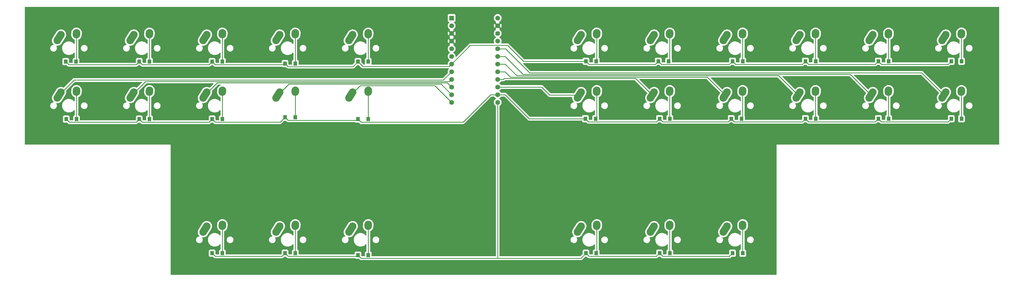
<source format=gbr>
G04 #@! TF.GenerationSoftware,KiCad,Pcbnew,7.0.11*
G04 #@! TF.CreationDate,2024-06-12T14:29:07-04:00*
G04 #@! TF.ProjectId,StenoBoard,5374656e-6f42-46f6-9172-642e6b696361,rev?*
G04 #@! TF.SameCoordinates,Original*
G04 #@! TF.FileFunction,Copper,L2,Bot*
G04 #@! TF.FilePolarity,Positive*
%FSLAX46Y46*%
G04 Gerber Fmt 4.6, Leading zero omitted, Abs format (unit mm)*
G04 Created by KiCad (PCBNEW 7.0.11) date 2024-06-12 14:29:07*
%MOMM*%
%LPD*%
G01*
G04 APERTURE LIST*
G04 Aperture macros list*
%AMHorizOval*
0 Thick line with rounded ends*
0 $1 width*
0 $2 $3 position (X,Y) of the first rounded end (center of the circle)*
0 $4 $5 position (X,Y) of the second rounded end (center of the circle)*
0 Add line between two ends*
20,1,$1,$2,$3,$4,$5,0*
0 Add two circle primitives to create the rounded ends*
1,1,$1,$2,$3*
1,1,$1,$4,$5*%
G04 Aperture macros list end*
G04 #@! TA.AperFunction,ComponentPad*
%ADD10HorizOval,2.500000X-0.604462X-0.948815X0.604462X0.948815X0*%
G04 #@! TD*
G04 #@! TA.AperFunction,ComponentPad*
%ADD11HorizOval,2.500000X-0.019724X-0.289328X0.019724X0.289328X0*%
G04 #@! TD*
G04 #@! TA.AperFunction,ComponentPad*
%ADD12R,1.600000X1.600000*%
G04 #@! TD*
G04 #@! TA.AperFunction,ComponentPad*
%ADD13C,1.600000*%
G04 #@! TD*
G04 #@! TA.AperFunction,SMDPad,CuDef*
%ADD14R,1.200000X1.400000*%
G04 #@! TD*
G04 #@! TA.AperFunction,Conductor*
%ADD15C,0.250000*%
G04 #@! TD*
G04 APERTURE END LIST*
D10*
X250825000Y-96520000D03*
D11*
X256600000Y-95250000D03*
D10*
X54530000Y-115570000D03*
D11*
X60305000Y-114300000D03*
D10*
X226695000Y-160020000D03*
D11*
X232470000Y-158750000D03*
D10*
X347345000Y-115570000D03*
D11*
X353120000Y-114300000D03*
D10*
X299085000Y-96520000D03*
D11*
X304860000Y-95250000D03*
D10*
X250825000Y-160020000D03*
D11*
X256600000Y-158750000D03*
D10*
X323215000Y-96520000D03*
D11*
X328990000Y-95250000D03*
D10*
X126920000Y-96520000D03*
D11*
X132695000Y-95250000D03*
D10*
X250825000Y-115570000D03*
D11*
X256600000Y-114300000D03*
D10*
X102790000Y-115570000D03*
D11*
X108565000Y-114300000D03*
D10*
X126920000Y-160020000D03*
D11*
X132695000Y-158750000D03*
D10*
X102790000Y-96520000D03*
D11*
X108565000Y-95250000D03*
D10*
X274955000Y-115570000D03*
D11*
X280730000Y-114300000D03*
D10*
X54530000Y-96520000D03*
D11*
X60305000Y-95250000D03*
D10*
X226695000Y-115570000D03*
D11*
X232470000Y-114300000D03*
D10*
X323215000Y-115570000D03*
D11*
X328990000Y-114300000D03*
D12*
X184429400Y-90043000D03*
D13*
X184429400Y-92583000D03*
X184429400Y-95123000D03*
X184429400Y-97663000D03*
X184429400Y-100203000D03*
X184429400Y-102743000D03*
X184429400Y-105283000D03*
X184429400Y-107823000D03*
X184429400Y-110363000D03*
X184429400Y-112903000D03*
X184429400Y-115443000D03*
X184429400Y-117983000D03*
X199669400Y-117983000D03*
X199669400Y-115443000D03*
X199669400Y-112903000D03*
X199669400Y-110363000D03*
X199669400Y-107823000D03*
X199669400Y-105283000D03*
X199669400Y-102743000D03*
X199669400Y-100203000D03*
X199669400Y-97663000D03*
X199669400Y-95123000D03*
X199669400Y-92583000D03*
X199669400Y-90043000D03*
D10*
X347345000Y-96520000D03*
D11*
X353120000Y-95250000D03*
D10*
X299085000Y-115570000D03*
D11*
X304860000Y-114300000D03*
D10*
X151050000Y-96520000D03*
D11*
X156825000Y-95250000D03*
D10*
X126920000Y-115570000D03*
D11*
X132695000Y-114300000D03*
D10*
X78660000Y-115570000D03*
D11*
X84435000Y-114300000D03*
D10*
X78660000Y-96520000D03*
D11*
X84435000Y-95250000D03*
D10*
X151050000Y-160020000D03*
D11*
X156825000Y-158750000D03*
D10*
X226695000Y-96520000D03*
D11*
X232470000Y-95250000D03*
D10*
X102790000Y-160020000D03*
D11*
X108565000Y-158750000D03*
D10*
X274955000Y-96520000D03*
D11*
X280730000Y-95250000D03*
D10*
X274955000Y-160020000D03*
D11*
X280730000Y-158750000D03*
D10*
X151050000Y-115570000D03*
D11*
X156825000Y-114300000D03*
D14*
X105185000Y-123535000D03*
X108585000Y-123535000D03*
X277350000Y-104358000D03*
X280750000Y-104358000D03*
X253220000Y-167985000D03*
X256620000Y-167985000D03*
X228680000Y-123408000D03*
X232080000Y-123408000D03*
X56925000Y-123535000D03*
X60325000Y-123535000D03*
X105185000Y-167985000D03*
X108585000Y-167985000D03*
X253220000Y-123408000D03*
X256620000Y-123408000D03*
X301480000Y-123408000D03*
X304880000Y-123408000D03*
X129315000Y-105120000D03*
X132715000Y-105120000D03*
X325610000Y-104358000D03*
X329010000Y-104358000D03*
X129315000Y-122900000D03*
X132715000Y-122900000D03*
X277350000Y-167985000D03*
X280750000Y-167985000D03*
X228885000Y-167985000D03*
X232285000Y-167985000D03*
X276940000Y-123408000D03*
X280340000Y-123408000D03*
X301480000Y-104358000D03*
X304880000Y-104358000D03*
X349740000Y-123408000D03*
X353140000Y-123408000D03*
X325610000Y-123408000D03*
X329010000Y-123408000D03*
X153445000Y-168620000D03*
X156845000Y-168620000D03*
X153445000Y-104485000D03*
X156845000Y-104485000D03*
X81055000Y-104485000D03*
X84455000Y-104485000D03*
X228885000Y-104358000D03*
X232285000Y-104358000D03*
X129315000Y-167985000D03*
X132715000Y-167985000D03*
X252810000Y-104358000D03*
X256210000Y-104358000D03*
X105185000Y-104485000D03*
X108585000Y-104485000D03*
X81055000Y-123535000D03*
X84455000Y-123535000D03*
X349740000Y-104358000D03*
X353140000Y-104358000D03*
X56720000Y-104485000D03*
X60120000Y-104485000D03*
X153445000Y-123535000D03*
X156845000Y-123535000D03*
D15*
X60305000Y-104300000D02*
X60120000Y-104485000D01*
X60305000Y-95250000D02*
X60305000Y-104300000D01*
X57745000Y-105510000D02*
X80030000Y-105510000D01*
X155042999Y-106082999D02*
X153445000Y-104485000D01*
X130340000Y-106145000D02*
X129315000Y-105120000D01*
X104160000Y-105510000D02*
X82080000Y-105510000D01*
X183629401Y-106082999D02*
X155042999Y-106082999D01*
X301480000Y-104358000D02*
X300455000Y-105383000D01*
X300455000Y-105383000D02*
X278375000Y-105383000D01*
X228885000Y-104358000D02*
X208188991Y-104358000D01*
X106210000Y-105510000D02*
X105185000Y-104485000D01*
X251785000Y-105383000D02*
X252810000Y-104358000D01*
X202908991Y-99078000D02*
X208188991Y-104358000D01*
X151785000Y-106145000D02*
X130340000Y-106145000D01*
X128925000Y-105510000D02*
X106210000Y-105510000D01*
X348715000Y-105383000D02*
X326635000Y-105383000D01*
X325610000Y-104358000D02*
X324585000Y-105383000D01*
X228885000Y-104358000D02*
X229910000Y-105383000D01*
X276325000Y-105383000D02*
X277350000Y-104358000D01*
X253835000Y-105383000D02*
X276325000Y-105383000D01*
X190634400Y-99078000D02*
X202908991Y-99078000D01*
X229910000Y-105383000D02*
X251785000Y-105383000D01*
X252810000Y-104358000D02*
X253835000Y-105383000D01*
X56720000Y-104485000D02*
X57745000Y-105510000D01*
X184429400Y-105283000D02*
X190634400Y-99078000D01*
X105185000Y-104485000D02*
X104160000Y-105510000D01*
X349740000Y-104358000D02*
X348715000Y-105383000D01*
X129315000Y-105120000D02*
X128925000Y-105510000D01*
X184429400Y-105283000D02*
X183629401Y-106082999D01*
X80030000Y-105510000D02*
X81055000Y-104485000D01*
X324585000Y-105383000D02*
X302505000Y-105383000D01*
X302505000Y-105383000D02*
X301480000Y-104358000D01*
X278375000Y-105383000D02*
X277350000Y-104358000D01*
X151785000Y-106145000D02*
X153445000Y-104485000D01*
X326635000Y-105383000D02*
X325610000Y-104358000D01*
X82080000Y-105510000D02*
X81055000Y-104485000D01*
X84435000Y-95250000D02*
X84435000Y-104465000D01*
X84435000Y-104465000D02*
X84455000Y-104485000D01*
X108565000Y-95250000D02*
X108565000Y-104465000D01*
X108565000Y-104465000D02*
X108585000Y-104485000D01*
X132695000Y-95250000D02*
X132695000Y-105100000D01*
X132695000Y-105100000D02*
X132715000Y-105120000D01*
X156825000Y-104465000D02*
X156845000Y-104485000D01*
X156825000Y-95250000D02*
X156825000Y-104465000D01*
X60305000Y-123515000D02*
X60325000Y-123535000D01*
X60305000Y-114300000D02*
X60305000Y-123515000D01*
X210118000Y-123408000D02*
X202153000Y-115443000D01*
X153445000Y-123535000D02*
X154470000Y-124560000D01*
X127655000Y-124560000D02*
X106210000Y-124560000D01*
X106210000Y-124560000D02*
X105185000Y-123535000D01*
X104160000Y-124560000D02*
X82080000Y-124560000D01*
X254245000Y-124433000D02*
X275915000Y-124433000D01*
X202153000Y-115443000D02*
X199669400Y-115443000D01*
X130340000Y-123925000D02*
X129315000Y-122900000D01*
X154470000Y-124560000D02*
X188210000Y-124560000D01*
X229705000Y-124433000D02*
X252195000Y-124433000D01*
X348715000Y-124433000D02*
X349740000Y-123408000D01*
X275915000Y-124433000D02*
X276940000Y-123408000D01*
X228680000Y-123408000D02*
X229705000Y-124433000D01*
X326635000Y-124433000D02*
X348715000Y-124433000D01*
X276940000Y-123408000D02*
X277965000Y-124433000D01*
X80030000Y-124560000D02*
X57950000Y-124560000D01*
X129315000Y-122900000D02*
X127655000Y-124560000D01*
X210118000Y-123408000D02*
X228680000Y-123408000D01*
X324585000Y-124433000D02*
X325610000Y-123408000D01*
X153055000Y-123925000D02*
X130340000Y-123925000D01*
X301480000Y-123408000D02*
X302505000Y-124433000D01*
X253220000Y-123408000D02*
X254245000Y-124433000D01*
X277965000Y-124433000D02*
X300455000Y-124433000D01*
X325610000Y-123408000D02*
X326635000Y-124433000D01*
X197327000Y-115443000D02*
X199669400Y-115443000D01*
X57950000Y-124560000D02*
X56925000Y-123535000D01*
X188210000Y-124560000D02*
X197327000Y-115443000D01*
X81055000Y-123535000D02*
X80030000Y-124560000D01*
X300455000Y-124433000D02*
X301480000Y-123408000D01*
X82080000Y-124560000D02*
X81055000Y-123535000D01*
X302505000Y-124433000D02*
X324585000Y-124433000D01*
X252195000Y-124433000D02*
X253220000Y-123408000D01*
X105185000Y-123535000D02*
X104160000Y-124560000D01*
X84435000Y-114300000D02*
X84435000Y-123515000D01*
X84435000Y-123515000D02*
X84455000Y-123535000D01*
X108565000Y-123515000D02*
X108585000Y-123535000D01*
X108565000Y-114300000D02*
X108565000Y-123515000D01*
X132695000Y-114300000D02*
X132695000Y-122880000D01*
X132695000Y-122880000D02*
X132715000Y-122900000D01*
X156825000Y-123515000D02*
X156845000Y-123535000D01*
X156825000Y-114300000D02*
X156825000Y-123515000D01*
X108565000Y-167965000D02*
X108585000Y-167985000D01*
X108565000Y-158750000D02*
X108565000Y-167965000D01*
X130340000Y-169010000D02*
X129315000Y-167985000D01*
X252195000Y-169010000D02*
X229910000Y-169010000D01*
X128290000Y-169010000D02*
X129315000Y-167985000D01*
X199669400Y-169543400D02*
X199771000Y-169645000D01*
X153055000Y-169010000D02*
X130340000Y-169010000D01*
X198120000Y-169645000D02*
X199771000Y-169645000D01*
X105185000Y-167985000D02*
X106210000Y-169010000D01*
X106210000Y-169010000D02*
X128290000Y-169010000D01*
X199669400Y-117983000D02*
X199669400Y-169543400D01*
X153445000Y-168620000D02*
X153055000Y-169010000D01*
X276325000Y-169010000D02*
X254245000Y-169010000D01*
X183000000Y-169645000D02*
X198120000Y-169645000D01*
X227225000Y-169645000D02*
X228885000Y-167985000D01*
X277350000Y-167985000D02*
X276325000Y-169010000D01*
X253220000Y-167985000D02*
X252195000Y-169010000D01*
X229910000Y-169010000D02*
X228885000Y-167985000D01*
X254245000Y-169010000D02*
X253220000Y-167985000D01*
X153445000Y-168620000D02*
X154470000Y-169645000D01*
X199771000Y-169645000D02*
X227225000Y-169645000D01*
X154470000Y-169645000D02*
X183000000Y-169645000D01*
X132715000Y-167985000D02*
X132715000Y-158770000D01*
X132715000Y-158770000D02*
X132695000Y-158750000D01*
X156845000Y-168620000D02*
X156845000Y-158770000D01*
X156845000Y-158770000D02*
X156825000Y-158750000D01*
X232470000Y-95250000D02*
X232470000Y-104173000D01*
X232470000Y-104173000D02*
X232285000Y-104358000D01*
X256600000Y-103968000D02*
X256210000Y-104358000D01*
X256600000Y-95250000D02*
X256600000Y-103968000D01*
X280730000Y-104338000D02*
X280750000Y-104358000D01*
X280730000Y-95250000D02*
X280730000Y-104338000D01*
X304860000Y-95250000D02*
X304860000Y-104338000D01*
X304860000Y-104338000D02*
X304880000Y-104358000D01*
X328990000Y-95250000D02*
X328990000Y-104338000D01*
X328990000Y-104338000D02*
X329010000Y-104358000D01*
X353120000Y-104338000D02*
X353140000Y-104358000D01*
X353120000Y-95250000D02*
X353120000Y-104338000D01*
X232470000Y-123018000D02*
X232080000Y-123408000D01*
X232470000Y-114300000D02*
X232470000Y-123018000D01*
X256600000Y-114300000D02*
X256600000Y-123388000D01*
X256600000Y-123388000D02*
X256620000Y-123408000D01*
X280730000Y-123018000D02*
X280340000Y-123408000D01*
X280730000Y-114300000D02*
X280730000Y-123018000D01*
X304860000Y-114300000D02*
X304860000Y-123388000D01*
X304860000Y-123388000D02*
X304880000Y-123408000D01*
X328990000Y-114300000D02*
X328990000Y-123388000D01*
X328990000Y-123388000D02*
X329010000Y-123408000D01*
X353120000Y-114300000D02*
X353120000Y-123388000D01*
X353120000Y-123388000D02*
X353140000Y-123408000D01*
X232470000Y-158750000D02*
X232470000Y-167800000D01*
X232470000Y-167800000D02*
X232285000Y-167985000D01*
X256600000Y-167965000D02*
X256620000Y-167985000D01*
X256600000Y-158750000D02*
X256600000Y-167965000D01*
X280730000Y-167965000D02*
X280750000Y-167985000D01*
X280730000Y-158750000D02*
X280730000Y-167965000D01*
X181657452Y-110594948D02*
X184429400Y-107823000D01*
X179225748Y-110594948D02*
X181657452Y-110594948D01*
X179220800Y-110590000D02*
X179225748Y-110594948D01*
X59510000Y-110590000D02*
X179220800Y-110590000D01*
X54530000Y-115570000D02*
X59510000Y-110590000D01*
X83185052Y-111044948D02*
X183747452Y-111044948D01*
X183747452Y-111044948D02*
X184429400Y-110363000D01*
X78660000Y-115570000D02*
X83185052Y-111044948D01*
X106865052Y-111494948D02*
X183021348Y-111494948D01*
X102790000Y-115570000D02*
X106865052Y-111494948D01*
X183021348Y-111494948D02*
X184429400Y-112903000D01*
X130545052Y-111944948D02*
X180931348Y-111944948D01*
X126920000Y-115570000D02*
X130545052Y-111944948D01*
X180931348Y-111944948D02*
X184429400Y-115443000D01*
X178841348Y-112394948D02*
X184429400Y-117983000D01*
X154225052Y-112394948D02*
X178841348Y-112394948D01*
X151050000Y-115570000D02*
X154225052Y-112394948D01*
X214187595Y-112903000D02*
X199669400Y-112903000D01*
X216854595Y-115570000D02*
X214187595Y-112903000D01*
X226695000Y-115570000D02*
X216854595Y-115570000D01*
X245295000Y-110040000D02*
X201830000Y-110040000D01*
X201830000Y-110040000D02*
X201507000Y-110363000D01*
X250825000Y-115570000D02*
X245295000Y-110040000D01*
X201507000Y-110363000D02*
X199669400Y-110363000D01*
X268955000Y-109570000D02*
X268935000Y-109590000D01*
X203920000Y-109590000D02*
X202153000Y-107823000D01*
X274955000Y-115570000D02*
X268955000Y-109570000D01*
X268935000Y-109590000D02*
X203920000Y-109590000D01*
X202153000Y-107823000D02*
X199669400Y-107823000D01*
X292635000Y-109120000D02*
X205990000Y-109120000D01*
X299085000Y-115570000D02*
X292635000Y-109120000D01*
X205990000Y-109120000D02*
X202153000Y-105283000D01*
X202153000Y-105283000D02*
X199669400Y-105283000D01*
X208080000Y-108670000D02*
X202153000Y-102743000D01*
X316315000Y-108670000D02*
X208080000Y-108670000D01*
X323215000Y-115570000D02*
X316315000Y-108670000D01*
X202153000Y-102743000D02*
X199669400Y-102743000D01*
X210286600Y-108220000D02*
X202269600Y-100203000D01*
X210286600Y-108220000D02*
X210170000Y-108220000D01*
X202269600Y-100203000D02*
X199669400Y-100203000D01*
X339995000Y-108220000D02*
X210286600Y-108220000D01*
X347345000Y-115570000D02*
X339995000Y-108220000D01*
G04 #@! TA.AperFunction,Conductor*
G36*
X365580660Y-86380185D02*
G01*
X365626415Y-86432989D01*
X365637620Y-86484525D01*
X365631410Y-114883133D01*
X365627694Y-131877343D01*
X365607995Y-131944378D01*
X365555181Y-131990122D01*
X365503711Y-132001316D01*
X291987667Y-132011300D01*
X291967724Y-175037369D01*
X291948008Y-175104400D01*
X291895183Y-175150130D01*
X291843736Y-175161312D01*
X91564512Y-175181272D01*
X91497471Y-175161594D01*
X91451711Y-175108795D01*
X91440500Y-175057272D01*
X91440500Y-163487355D01*
X99859843Y-163487355D01*
X99869852Y-163697459D01*
X99919442Y-163901871D01*
X99964082Y-163999619D01*
X100006820Y-164093204D01*
X100006824Y-164093210D01*
X100128826Y-164264539D01*
X100128831Y-164264544D01*
X100281063Y-164409697D01*
X100458014Y-164523416D01*
X100653288Y-164601593D01*
X100782084Y-164626416D01*
X100859828Y-164641400D01*
X100859829Y-164641400D01*
X101017461Y-164641400D01*
X101017468Y-164641400D01*
X101174389Y-164626416D01*
X101376211Y-164567156D01*
X101563170Y-164470771D01*
X101728510Y-164340747D01*
X101866255Y-164181781D01*
X101971426Y-163999619D01*
X102040222Y-163800846D01*
X102070157Y-163592645D01*
X102060148Y-163382541D01*
X102010558Y-163178129D01*
X101923179Y-162986795D01*
X101862858Y-162902086D01*
X101840007Y-162836061D01*
X101856480Y-162768161D01*
X101907047Y-162719945D01*
X101975654Y-162706722D01*
X101978519Y-162707030D01*
X102108959Y-162722551D01*
X102108959Y-162722550D01*
X102108968Y-162722552D01*
X102371204Y-162714376D01*
X102629293Y-162667208D01*
X102877468Y-162582100D01*
X103110188Y-162460954D01*
X103322252Y-162306476D01*
X103508925Y-162122117D01*
X103626705Y-161964595D01*
X104906008Y-159956491D01*
X104998996Y-159783175D01*
X105087191Y-159536078D01*
X105137573Y-159278598D01*
X105149017Y-159016484D01*
X105121268Y-158755592D01*
X105054944Y-158501750D01*
X104951528Y-158260628D01*
X104813330Y-158037613D01*
X104643436Y-157837686D01*
X104643434Y-157837684D01*
X104643432Y-157837682D01*
X104445649Y-157665318D01*
X104445642Y-157665312D01*
X104224370Y-157524347D01*
X104224365Y-157524344D01*
X104189541Y-157508891D01*
X103984553Y-157417931D01*
X103984549Y-157417929D01*
X103984548Y-157417929D01*
X103820196Y-157372792D01*
X103731557Y-157348448D01*
X103731554Y-157348447D01*
X103731552Y-157348447D01*
X103731549Y-157348446D01*
X103471040Y-157317448D01*
X103471033Y-157317448D01*
X103471032Y-157317448D01*
X103261243Y-157323988D01*
X103208794Y-157325624D01*
X103083921Y-157348446D01*
X102950707Y-157372792D01*
X102950704Y-157372792D01*
X102950698Y-157372794D01*
X102702534Y-157457898D01*
X102702521Y-157457904D01*
X102469813Y-157579045D01*
X102469809Y-157579047D01*
X102257747Y-157733524D01*
X102257745Y-157733525D01*
X102071078Y-157917879D01*
X102071069Y-157917889D01*
X101953297Y-158075401D01*
X100673986Y-160083516D01*
X100581007Y-160256818D01*
X100492809Y-160503920D01*
X100442427Y-160761397D01*
X100442426Y-160761410D01*
X100430982Y-161023515D01*
X100430982Y-161023525D01*
X100458729Y-161284393D01*
X100458731Y-161284401D01*
X100458732Y-161284408D01*
X100525056Y-161538250D01*
X100628472Y-161779372D01*
X100766670Y-162002387D01*
X100766673Y-162002390D01*
X100766674Y-162002392D01*
X100936565Y-162202315D01*
X100961097Y-162223694D01*
X100998705Y-162282579D01*
X100998508Y-162352448D01*
X100960567Y-162411119D01*
X100896930Y-162439964D01*
X100891417Y-162440615D01*
X100755622Y-162453582D01*
X100755612Y-162453583D01*
X100755611Y-162453584D01*
X100755608Y-162453584D01*
X100755607Y-162453585D01*
X100553791Y-162512843D01*
X100366831Y-162609228D01*
X100201490Y-162739252D01*
X100201489Y-162739253D01*
X100063749Y-162898214D01*
X100063740Y-162898225D01*
X99958574Y-163080379D01*
X99889779Y-163279148D01*
X99889778Y-163279153D01*
X99889778Y-163279154D01*
X99859843Y-163487355D01*
X91440500Y-163487355D01*
X91440500Y-132104759D01*
X91440528Y-132104616D01*
X91440524Y-132104616D01*
X91440539Y-132080002D01*
X91440541Y-132080000D01*
X91440462Y-132079808D01*
X91440384Y-132079618D01*
X91440380Y-132079614D01*
X91440194Y-132079538D01*
X91440002Y-132079459D01*
X91431667Y-132079459D01*
X91364628Y-132059774D01*
X91344759Y-132036845D01*
X91343986Y-132037619D01*
X91307667Y-132001300D01*
X43304500Y-132001300D01*
X43237461Y-131981615D01*
X43191706Y-131928811D01*
X43180500Y-131877300D01*
X43180500Y-119037355D01*
X51599843Y-119037355D01*
X51609852Y-119247459D01*
X51659442Y-119451871D01*
X51704082Y-119549619D01*
X51746820Y-119643204D01*
X51746824Y-119643210D01*
X51868826Y-119814539D01*
X51868831Y-119814544D01*
X52021063Y-119959697D01*
X52198014Y-120073416D01*
X52393288Y-120151593D01*
X52522084Y-120176416D01*
X52599828Y-120191400D01*
X52599829Y-120191400D01*
X52757461Y-120191400D01*
X52757468Y-120191400D01*
X52914389Y-120176416D01*
X53116211Y-120117156D01*
X53303170Y-120020771D01*
X53468510Y-119890747D01*
X53606255Y-119731781D01*
X53711426Y-119549619D01*
X53780222Y-119350846D01*
X53810157Y-119142645D01*
X53800148Y-118932541D01*
X53750558Y-118728129D01*
X53663179Y-118536795D01*
X53602858Y-118452086D01*
X53580007Y-118386061D01*
X53596480Y-118318161D01*
X53647047Y-118269945D01*
X53715654Y-118256722D01*
X53718519Y-118257030D01*
X53848959Y-118272551D01*
X53848959Y-118272550D01*
X53848968Y-118272552D01*
X54111204Y-118264376D01*
X54369293Y-118217208D01*
X54617468Y-118132100D01*
X54850188Y-118010954D01*
X55062252Y-117856476D01*
X55248925Y-117672117D01*
X55366705Y-117514595D01*
X56646008Y-115506491D01*
X56738996Y-115333175D01*
X56827191Y-115086078D01*
X56877573Y-114828598D01*
X56889017Y-114566484D01*
X56861268Y-114305592D01*
X56841477Y-114229847D01*
X56843574Y-114160010D01*
X56873766Y-114110822D01*
X59732771Y-111251819D01*
X59794094Y-111218334D01*
X59820452Y-111215500D01*
X81830548Y-111215500D01*
X81897587Y-111235185D01*
X81943342Y-111287989D01*
X81953286Y-111357147D01*
X81924261Y-111420703D01*
X81918229Y-111427181D01*
X80272673Y-113072735D01*
X80211350Y-113106220D01*
X80141658Y-113101236D01*
X80118366Y-113089634D01*
X80094373Y-113074348D01*
X80094365Y-113074344D01*
X79986460Y-113026463D01*
X79854553Y-112967931D01*
X79854549Y-112967929D01*
X79854548Y-112967929D01*
X79690196Y-112922792D01*
X79601557Y-112898448D01*
X79601554Y-112898447D01*
X79601552Y-112898447D01*
X79601549Y-112898446D01*
X79341040Y-112867448D01*
X79341033Y-112867448D01*
X79341032Y-112867448D01*
X79131243Y-112873988D01*
X79078794Y-112875624D01*
X78953921Y-112898446D01*
X78820707Y-112922792D01*
X78820704Y-112922792D01*
X78820698Y-112922794D01*
X78572534Y-113007898D01*
X78572521Y-113007904D01*
X78339813Y-113129045D01*
X78339809Y-113129047D01*
X78127747Y-113283524D01*
X78127745Y-113283525D01*
X77941078Y-113467879D01*
X77941069Y-113467889D01*
X77823297Y-113625401D01*
X76543986Y-115633516D01*
X76451007Y-115806818D01*
X76362809Y-116053920D01*
X76312427Y-116311397D01*
X76312426Y-116311410D01*
X76300982Y-116573515D01*
X76300982Y-116573525D01*
X76328729Y-116834393D01*
X76328731Y-116834401D01*
X76328732Y-116834408D01*
X76395056Y-117088250D01*
X76498472Y-117329372D01*
X76636670Y-117552387D01*
X76636673Y-117552390D01*
X76636674Y-117552392D01*
X76806565Y-117752315D01*
X76831097Y-117773694D01*
X76868705Y-117832579D01*
X76868508Y-117902448D01*
X76830567Y-117961119D01*
X76766930Y-117989964D01*
X76761417Y-117990615D01*
X76625622Y-118003582D01*
X76625612Y-118003583D01*
X76625611Y-118003584D01*
X76625608Y-118003584D01*
X76625607Y-118003585D01*
X76423791Y-118062843D01*
X76236831Y-118159228D01*
X76071490Y-118289252D01*
X76071489Y-118289253D01*
X75933749Y-118448214D01*
X75933740Y-118448225D01*
X75828574Y-118630379D01*
X75759779Y-118829148D01*
X75759778Y-118829153D01*
X75759778Y-118829154D01*
X75729843Y-119037355D01*
X75739852Y-119247459D01*
X75789442Y-119451871D01*
X75834082Y-119549619D01*
X75876820Y-119643204D01*
X75876824Y-119643210D01*
X75998826Y-119814539D01*
X75998831Y-119814544D01*
X76151063Y-119959697D01*
X76328014Y-120073416D01*
X76523288Y-120151593D01*
X76652084Y-120176416D01*
X76729828Y-120191400D01*
X76729829Y-120191400D01*
X76887461Y-120191400D01*
X76887468Y-120191400D01*
X77044389Y-120176416D01*
X77246211Y-120117156D01*
X77433170Y-120020771D01*
X77598510Y-119890747D01*
X77736255Y-119731781D01*
X77841426Y-119549619D01*
X77910222Y-119350846D01*
X77940157Y-119142645D01*
X77930148Y-118932541D01*
X77880558Y-118728129D01*
X77793179Y-118536795D01*
X77732858Y-118452086D01*
X77710007Y-118386061D01*
X77726480Y-118318161D01*
X77777047Y-118269945D01*
X77845654Y-118256722D01*
X77848519Y-118257030D01*
X77978959Y-118272551D01*
X77978959Y-118272550D01*
X77978968Y-118272552D01*
X78241204Y-118264376D01*
X78499293Y-118217208D01*
X78747468Y-118132100D01*
X78980188Y-118010954D01*
X79192252Y-117856476D01*
X79378925Y-117672117D01*
X79496705Y-117514595D01*
X80776008Y-115506491D01*
X80868996Y-115333175D01*
X80957191Y-115086078D01*
X81007573Y-114828598D01*
X81019017Y-114566484D01*
X80991268Y-114305592D01*
X80971477Y-114229847D01*
X80973574Y-114160010D01*
X81003766Y-114110822D01*
X83407824Y-111706767D01*
X83469147Y-111673282D01*
X83495505Y-111670448D01*
X105505600Y-111670448D01*
X105572639Y-111690133D01*
X105618394Y-111742937D01*
X105628338Y-111812095D01*
X105599313Y-111875651D01*
X105593281Y-111882129D01*
X104402673Y-113072735D01*
X104341350Y-113106220D01*
X104271658Y-113101236D01*
X104248366Y-113089634D01*
X104224373Y-113074348D01*
X104224365Y-113074344D01*
X104116460Y-113026463D01*
X103984553Y-112967931D01*
X103984549Y-112967929D01*
X103984548Y-112967929D01*
X103820196Y-112922792D01*
X103731557Y-112898448D01*
X103731554Y-112898447D01*
X103731552Y-112898447D01*
X103731549Y-112898446D01*
X103471040Y-112867448D01*
X103471033Y-112867448D01*
X103471032Y-112867448D01*
X103261243Y-112873988D01*
X103208794Y-112875624D01*
X103083921Y-112898446D01*
X102950707Y-112922792D01*
X102950704Y-112922792D01*
X102950698Y-112922794D01*
X102702534Y-113007898D01*
X102702521Y-113007904D01*
X102469813Y-113129045D01*
X102469809Y-113129047D01*
X102257747Y-113283524D01*
X102257745Y-113283525D01*
X102071078Y-113467879D01*
X102071069Y-113467889D01*
X101953297Y-113625401D01*
X100673986Y-115633516D01*
X100581007Y-115806818D01*
X100492809Y-116053920D01*
X100442427Y-116311397D01*
X100442426Y-116311410D01*
X100430982Y-116573515D01*
X100430982Y-116573525D01*
X100458729Y-116834393D01*
X100458731Y-116834401D01*
X100458732Y-116834408D01*
X100525056Y-117088250D01*
X100628472Y-117329372D01*
X100766670Y-117552387D01*
X100766673Y-117552390D01*
X100766674Y-117552392D01*
X100936565Y-117752315D01*
X100961097Y-117773694D01*
X100998705Y-117832579D01*
X100998508Y-117902448D01*
X100960567Y-117961119D01*
X100896930Y-117989964D01*
X100891417Y-117990615D01*
X100755622Y-118003582D01*
X100755612Y-118003583D01*
X100755611Y-118003584D01*
X100755608Y-118003584D01*
X100755607Y-118003585D01*
X100553791Y-118062843D01*
X100366831Y-118159228D01*
X100201490Y-118289252D01*
X100201489Y-118289253D01*
X100063749Y-118448214D01*
X100063740Y-118448225D01*
X99958574Y-118630379D01*
X99889779Y-118829148D01*
X99889778Y-118829153D01*
X99889778Y-118829154D01*
X99859843Y-119037355D01*
X99869852Y-119247459D01*
X99919442Y-119451871D01*
X99964082Y-119549619D01*
X100006820Y-119643204D01*
X100006824Y-119643210D01*
X100128826Y-119814539D01*
X100128831Y-119814544D01*
X100281063Y-119959697D01*
X100458014Y-120073416D01*
X100653288Y-120151593D01*
X100782084Y-120176416D01*
X100859828Y-120191400D01*
X100859829Y-120191400D01*
X101017461Y-120191400D01*
X101017468Y-120191400D01*
X101174389Y-120176416D01*
X101376211Y-120117156D01*
X101563170Y-120020771D01*
X101728510Y-119890747D01*
X101866255Y-119731781D01*
X101971426Y-119549619D01*
X102040222Y-119350846D01*
X102070157Y-119142645D01*
X102060148Y-118932541D01*
X102010558Y-118728129D01*
X101923179Y-118536795D01*
X101862858Y-118452086D01*
X101840007Y-118386061D01*
X101856480Y-118318161D01*
X101907047Y-118269945D01*
X101975654Y-118256722D01*
X101978519Y-118257030D01*
X102108959Y-118272551D01*
X102108959Y-118272550D01*
X102108968Y-118272552D01*
X102371204Y-118264376D01*
X102629293Y-118217208D01*
X102877468Y-118132100D01*
X103110188Y-118010954D01*
X103322252Y-117856476D01*
X103508925Y-117672117D01*
X103626705Y-117514595D01*
X104906008Y-115506491D01*
X104998996Y-115333175D01*
X105087191Y-115086078D01*
X105137573Y-114828598D01*
X105149017Y-114566484D01*
X105121268Y-114305592D01*
X105101477Y-114229847D01*
X105103574Y-114160010D01*
X105133766Y-114110822D01*
X107087824Y-112156767D01*
X107149147Y-112123282D01*
X107175505Y-112120448D01*
X107952996Y-112120448D01*
X108020035Y-112140133D01*
X108065790Y-112192937D01*
X108075734Y-112262095D01*
X108046709Y-112325651D01*
X107999074Y-112359569D01*
X107812454Y-112434265D01*
X107812449Y-112434267D01*
X107586118Y-112566980D01*
X107382106Y-112731934D01*
X107382103Y-112731936D01*
X107204957Y-112925452D01*
X107204953Y-112925458D01*
X107058621Y-113143224D01*
X107058619Y-113143227D01*
X107058619Y-113143228D01*
X106946378Y-113380367D01*
X106946378Y-113380368D01*
X106870739Y-113631578D01*
X106870735Y-113631593D01*
X106842732Y-113826268D01*
X106794374Y-114535610D01*
X106794374Y-114535617D01*
X106795698Y-114732286D01*
X106795698Y-114732288D01*
X106795699Y-114732293D01*
X106835280Y-114983404D01*
X106836550Y-114991464D01*
X106915568Y-115241640D01*
X106915568Y-115241641D01*
X107030993Y-115477250D01*
X107180236Y-115693016D01*
X107180242Y-115693023D01*
X107359983Y-115884140D01*
X107359987Y-115884143D01*
X107566196Y-116046331D01*
X107566200Y-116046334D01*
X107566208Y-116046340D01*
X107776256Y-116165732D01*
X107794299Y-116175988D01*
X107860023Y-116201273D01*
X107915524Y-116243716D01*
X107939268Y-116309427D01*
X107939500Y-116317004D01*
X107939500Y-117513857D01*
X107919815Y-117580896D01*
X107867011Y-117626651D01*
X107797853Y-117636595D01*
X107734297Y-117607570D01*
X107726366Y-117600061D01*
X107553879Y-117421711D01*
X107553872Y-117421705D01*
X107318055Y-117235483D01*
X107318056Y-117235483D01*
X107318054Y-117235482D01*
X107059513Y-117082348D01*
X106782867Y-116965040D01*
X106782860Y-116965037D01*
X106493059Y-116885653D01*
X106493056Y-116885652D01*
X106493054Y-116885652D01*
X106195245Y-116845600D01*
X105969967Y-116845600D01*
X105969959Y-116845600D01*
X105745183Y-116860647D01*
X105745174Y-116860649D01*
X105450710Y-116920501D01*
X105166847Y-117019069D01*
X105166844Y-117019071D01*
X104898662Y-117154589D01*
X104650918Y-117324655D01*
X104428062Y-117526216D01*
X104234058Y-117755686D01*
X104234056Y-117755688D01*
X104072366Y-118008972D01*
X103950053Y-118272551D01*
X103945882Y-118281540D01*
X103934522Y-118318161D01*
X103856854Y-118568535D01*
X103829934Y-118728129D01*
X103806874Y-118864842D01*
X103798134Y-119126267D01*
X103796833Y-119165167D01*
X103826910Y-119464142D01*
X103826911Y-119464149D01*
X103896568Y-119756441D01*
X103896571Y-119756453D01*
X104004566Y-120036853D01*
X104004573Y-120036868D01*
X104081047Y-120176415D01*
X104148979Y-120300375D01*
X104327223Y-120542290D01*
X104536121Y-120758289D01*
X104771946Y-120944518D01*
X105030487Y-121097652D01*
X105307133Y-121214960D01*
X105307136Y-121214960D01*
X105307139Y-121214962D01*
X105452039Y-121254654D01*
X105596946Y-121294348D01*
X105894755Y-121334400D01*
X105894760Y-121334400D01*
X106120041Y-121334400D01*
X106283513Y-121323456D01*
X106344819Y-121319352D01*
X106639287Y-121259499D01*
X106923151Y-121160931D01*
X107191343Y-121025407D01*
X107439080Y-120855346D01*
X107661939Y-120653782D01*
X107720807Y-120584151D01*
X107779122Y-120545666D01*
X107848986Y-120544817D01*
X107908219Y-120581874D01*
X107938014Y-120645072D01*
X107939500Y-120664210D01*
X107939500Y-122231695D01*
X107919815Y-122298734D01*
X107867011Y-122344489D01*
X107858833Y-122347877D01*
X107742671Y-122391202D01*
X107742664Y-122391206D01*
X107627455Y-122477452D01*
X107627452Y-122477455D01*
X107541206Y-122592664D01*
X107541202Y-122592671D01*
X107490908Y-122727517D01*
X107486202Y-122771294D01*
X107484500Y-122787127D01*
X107484500Y-123299500D01*
X107484501Y-123810500D01*
X107464817Y-123877539D01*
X107412013Y-123923294D01*
X107360501Y-123934500D01*
X106520452Y-123934500D01*
X106453413Y-123914815D01*
X106432771Y-123898181D01*
X106321818Y-123787228D01*
X106288333Y-123725905D01*
X106285499Y-123699547D01*
X106285499Y-122787129D01*
X106285498Y-122787123D01*
X106285497Y-122787116D01*
X106279091Y-122727517D01*
X106278353Y-122725539D01*
X106228797Y-122592671D01*
X106228793Y-122592664D01*
X106142547Y-122477455D01*
X106142544Y-122477452D01*
X106027335Y-122391206D01*
X106027328Y-122391202D01*
X105892482Y-122340908D01*
X105892483Y-122340908D01*
X105832883Y-122334501D01*
X105832881Y-122334500D01*
X105832873Y-122334500D01*
X105832864Y-122334500D01*
X104537129Y-122334500D01*
X104537123Y-122334501D01*
X104477516Y-122340908D01*
X104342671Y-122391202D01*
X104342664Y-122391206D01*
X104227455Y-122477452D01*
X104227452Y-122477455D01*
X104141206Y-122592664D01*
X104141202Y-122592671D01*
X104090908Y-122727517D01*
X104086202Y-122771294D01*
X104084501Y-122787123D01*
X104084500Y-122787135D01*
X104084500Y-123699546D01*
X104064815Y-123766585D01*
X104048185Y-123787222D01*
X103937226Y-123898182D01*
X103875906Y-123931666D01*
X103849547Y-123934500D01*
X85679500Y-123934500D01*
X85612461Y-123914815D01*
X85566706Y-123862011D01*
X85555500Y-123810500D01*
X85555499Y-122787129D01*
X85555498Y-122787123D01*
X85555497Y-122787116D01*
X85549091Y-122727517D01*
X85548353Y-122725539D01*
X85498797Y-122592671D01*
X85498793Y-122592664D01*
X85412547Y-122477455D01*
X85412544Y-122477452D01*
X85297335Y-122391206D01*
X85297328Y-122391202D01*
X85162483Y-122340909D01*
X85155980Y-122339372D01*
X85095266Y-122304796D01*
X85062882Y-122242884D01*
X85060500Y-122218696D01*
X85060500Y-119037355D01*
X85889843Y-119037355D01*
X85899852Y-119247459D01*
X85949442Y-119451871D01*
X85994082Y-119549619D01*
X86036820Y-119643204D01*
X86036824Y-119643210D01*
X86158826Y-119814539D01*
X86158831Y-119814544D01*
X86311063Y-119959697D01*
X86488014Y-120073416D01*
X86683288Y-120151593D01*
X86812084Y-120176416D01*
X86889828Y-120191400D01*
X86889829Y-120191400D01*
X87047461Y-120191400D01*
X87047468Y-120191400D01*
X87204389Y-120176416D01*
X87406211Y-120117156D01*
X87593170Y-120020771D01*
X87758510Y-119890747D01*
X87896255Y-119731781D01*
X88001426Y-119549619D01*
X88070222Y-119350846D01*
X88100157Y-119142645D01*
X88090148Y-118932541D01*
X88040558Y-118728129D01*
X87953179Y-118536795D01*
X87953175Y-118536789D01*
X87831173Y-118365460D01*
X87831167Y-118365454D01*
X87678939Y-118220305D01*
X87678937Y-118220303D01*
X87501986Y-118106584D01*
X87501984Y-118106583D01*
X87306721Y-118028410D01*
X87306714Y-118028407D01*
X87306712Y-118028407D01*
X87306709Y-118028406D01*
X87306708Y-118028406D01*
X87100172Y-117988600D01*
X87100171Y-117988600D01*
X86942532Y-117988600D01*
X86785632Y-118003582D01*
X86785611Y-118003584D01*
X86785607Y-118003585D01*
X86583791Y-118062843D01*
X86396831Y-118159228D01*
X86231490Y-118289252D01*
X86231489Y-118289253D01*
X86093749Y-118448214D01*
X86093740Y-118448225D01*
X85988574Y-118630379D01*
X85919779Y-118829148D01*
X85919778Y-118829153D01*
X85919778Y-118829154D01*
X85889843Y-119037355D01*
X85060500Y-119037355D01*
X85060500Y-116300517D01*
X85080185Y-116233478D01*
X85132989Y-116187723D01*
X85138423Y-116185396D01*
X85187541Y-116165736D01*
X85187540Y-116165736D01*
X85187551Y-116165732D01*
X85413876Y-116033023D01*
X85617894Y-115868065D01*
X85795047Y-115674542D01*
X85941379Y-115456776D01*
X86053620Y-115219634D01*
X86054622Y-115216308D01*
X86092804Y-115089499D01*
X86129264Y-114968411D01*
X86157268Y-114773729D01*
X86205625Y-114064388D01*
X86204301Y-113867707D01*
X86163451Y-113608542D01*
X86084432Y-113358361D01*
X86080085Y-113349488D01*
X86014353Y-113215313D01*
X85969007Y-113122751D01*
X85819757Y-112906977D01*
X85655133Y-112731934D01*
X85640015Y-112715859D01*
X85640006Y-112715851D01*
X85433803Y-112553668D01*
X85433796Y-112553663D01*
X85433792Y-112553660D01*
X85356154Y-112509530D01*
X85205702Y-112424012D01*
X84960839Y-112329808D01*
X84960835Y-112329806D01*
X84960833Y-112329806D01*
X84960830Y-112329805D01*
X84960829Y-112329805D01*
X84704662Y-112273148D01*
X84704666Y-112273148D01*
X84573782Y-112264225D01*
X84442904Y-112255303D01*
X84442901Y-112255303D01*
X84442899Y-112255303D01*
X84181416Y-112276671D01*
X83926023Y-112336774D01*
X83682454Y-112434265D01*
X83682449Y-112434267D01*
X83456118Y-112566980D01*
X83252106Y-112731934D01*
X83252103Y-112731936D01*
X83074957Y-112925452D01*
X83074953Y-112925458D01*
X82928621Y-113143224D01*
X82928619Y-113143227D01*
X82928619Y-113143228D01*
X82816378Y-113380367D01*
X82816378Y-113380368D01*
X82740739Y-113631578D01*
X82740735Y-113631593D01*
X82712732Y-113826268D01*
X82664374Y-114535610D01*
X82664374Y-114535617D01*
X82665698Y-114732286D01*
X82665698Y-114732288D01*
X82665699Y-114732293D01*
X82705280Y-114983404D01*
X82706550Y-114991464D01*
X82785568Y-115241640D01*
X82785568Y-115241641D01*
X82900993Y-115477250D01*
X83050236Y-115693016D01*
X83050242Y-115693023D01*
X83229983Y-115884140D01*
X83229987Y-115884143D01*
X83436196Y-116046331D01*
X83436200Y-116046334D01*
X83436208Y-116046340D01*
X83646256Y-116165732D01*
X83664299Y-116175988D01*
X83730023Y-116201273D01*
X83785524Y-116243716D01*
X83809268Y-116309427D01*
X83809500Y-116317004D01*
X83809500Y-117513857D01*
X83789815Y-117580896D01*
X83737011Y-117626651D01*
X83667853Y-117636595D01*
X83604297Y-117607570D01*
X83596366Y-117600061D01*
X83423879Y-117421711D01*
X83423872Y-117421705D01*
X83188055Y-117235483D01*
X83188056Y-117235483D01*
X83188054Y-117235482D01*
X82929513Y-117082348D01*
X82652867Y-116965040D01*
X82652860Y-116965037D01*
X82363059Y-116885653D01*
X82363056Y-116885652D01*
X82363054Y-116885652D01*
X82065245Y-116845600D01*
X81839967Y-116845600D01*
X81839959Y-116845600D01*
X81615183Y-116860647D01*
X81615174Y-116860649D01*
X81320710Y-116920501D01*
X81036847Y-117019069D01*
X81036844Y-117019071D01*
X80768662Y-117154589D01*
X80520918Y-117324655D01*
X80298062Y-117526216D01*
X80104058Y-117755686D01*
X80104056Y-117755688D01*
X79942366Y-118008972D01*
X79820053Y-118272551D01*
X79815882Y-118281540D01*
X79804522Y-118318161D01*
X79726854Y-118568535D01*
X79699934Y-118728129D01*
X79676874Y-118864842D01*
X79668134Y-119126267D01*
X79666833Y-119165167D01*
X79696910Y-119464142D01*
X79696911Y-119464149D01*
X79766568Y-119756441D01*
X79766571Y-119756453D01*
X79874566Y-120036853D01*
X79874573Y-120036868D01*
X79951047Y-120176415D01*
X80018979Y-120300375D01*
X80197223Y-120542290D01*
X80406121Y-120758289D01*
X80641946Y-120944518D01*
X80900487Y-121097652D01*
X81177133Y-121214960D01*
X81177136Y-121214960D01*
X81177139Y-121214962D01*
X81322039Y-121254654D01*
X81466946Y-121294348D01*
X81764755Y-121334400D01*
X81764760Y-121334400D01*
X81990041Y-121334400D01*
X82153513Y-121323456D01*
X82214819Y-121319352D01*
X82509287Y-121259499D01*
X82793151Y-121160931D01*
X83061343Y-121025407D01*
X83309080Y-120855346D01*
X83531939Y-120653782D01*
X83590807Y-120584151D01*
X83649122Y-120545666D01*
X83718986Y-120544817D01*
X83778219Y-120581874D01*
X83808014Y-120645072D01*
X83809500Y-120664210D01*
X83809500Y-122231695D01*
X83789815Y-122298734D01*
X83737011Y-122344489D01*
X83728833Y-122347877D01*
X83612671Y-122391202D01*
X83612664Y-122391206D01*
X83497455Y-122477452D01*
X83497452Y-122477455D01*
X83411206Y-122592664D01*
X83411202Y-122592671D01*
X83360908Y-122727517D01*
X83356202Y-122771294D01*
X83354500Y-122787127D01*
X83354500Y-123299500D01*
X83354501Y-123810500D01*
X83334817Y-123877539D01*
X83282013Y-123923294D01*
X83230501Y-123934500D01*
X82390452Y-123934500D01*
X82323413Y-123914815D01*
X82302771Y-123898181D01*
X82191818Y-123787228D01*
X82158333Y-123725905D01*
X82155499Y-123699547D01*
X82155499Y-122787129D01*
X82155498Y-122787123D01*
X82155497Y-122787116D01*
X82149091Y-122727517D01*
X82148353Y-122725539D01*
X82098797Y-122592671D01*
X82098793Y-122592664D01*
X82012547Y-122477455D01*
X82012544Y-122477452D01*
X81897335Y-122391206D01*
X81897328Y-122391202D01*
X81762482Y-122340908D01*
X81762483Y-122340908D01*
X81702883Y-122334501D01*
X81702881Y-122334500D01*
X81702873Y-122334500D01*
X81702864Y-122334500D01*
X80407129Y-122334500D01*
X80407123Y-122334501D01*
X80347516Y-122340908D01*
X80212671Y-122391202D01*
X80212664Y-122391206D01*
X80097455Y-122477452D01*
X80097452Y-122477455D01*
X80011206Y-122592664D01*
X80011202Y-122592671D01*
X79960908Y-122727517D01*
X79956202Y-122771294D01*
X79954501Y-122787123D01*
X79954500Y-122787135D01*
X79954500Y-123699546D01*
X79934815Y-123766585D01*
X79918185Y-123787222D01*
X79807226Y-123898182D01*
X79745906Y-123931666D01*
X79719547Y-123934500D01*
X61549500Y-123934500D01*
X61482461Y-123914815D01*
X61436706Y-123862011D01*
X61425500Y-123810500D01*
X61425499Y-122787129D01*
X61425498Y-122787123D01*
X61425497Y-122787116D01*
X61419091Y-122727517D01*
X61418353Y-122725539D01*
X61368797Y-122592671D01*
X61368793Y-122592664D01*
X61282547Y-122477455D01*
X61282544Y-122477452D01*
X61167335Y-122391206D01*
X61167328Y-122391202D01*
X61032483Y-122340909D01*
X61025980Y-122339372D01*
X60965266Y-122304796D01*
X60932882Y-122242884D01*
X60930500Y-122218696D01*
X60930500Y-119037355D01*
X61759843Y-119037355D01*
X61769852Y-119247459D01*
X61819442Y-119451871D01*
X61864082Y-119549619D01*
X61906820Y-119643204D01*
X61906824Y-119643210D01*
X62028826Y-119814539D01*
X62028831Y-119814544D01*
X62181063Y-119959697D01*
X62358014Y-120073416D01*
X62553288Y-120151593D01*
X62682084Y-120176416D01*
X62759828Y-120191400D01*
X62759829Y-120191400D01*
X62917461Y-120191400D01*
X62917468Y-120191400D01*
X63074389Y-120176416D01*
X63276211Y-120117156D01*
X63463170Y-120020771D01*
X63628510Y-119890747D01*
X63766255Y-119731781D01*
X63871426Y-119549619D01*
X63940222Y-119350846D01*
X63970157Y-119142645D01*
X63960148Y-118932541D01*
X63910558Y-118728129D01*
X63823179Y-118536795D01*
X63823175Y-118536789D01*
X63701173Y-118365460D01*
X63701167Y-118365454D01*
X63548939Y-118220305D01*
X63548937Y-118220303D01*
X63371986Y-118106584D01*
X63371984Y-118106583D01*
X63176721Y-118028410D01*
X63176714Y-118028407D01*
X63176712Y-118028407D01*
X63176709Y-118028406D01*
X63176708Y-118028406D01*
X62970172Y-117988600D01*
X62970171Y-117988600D01*
X62812532Y-117988600D01*
X62655632Y-118003582D01*
X62655611Y-118003584D01*
X62655607Y-118003585D01*
X62453791Y-118062843D01*
X62266831Y-118159228D01*
X62101490Y-118289252D01*
X62101489Y-118289253D01*
X61963749Y-118448214D01*
X61963740Y-118448225D01*
X61858574Y-118630379D01*
X61789779Y-118829148D01*
X61789778Y-118829153D01*
X61789778Y-118829154D01*
X61759843Y-119037355D01*
X60930500Y-119037355D01*
X60930500Y-116300517D01*
X60950185Y-116233478D01*
X61002989Y-116187723D01*
X61008423Y-116185396D01*
X61057541Y-116165736D01*
X61057540Y-116165736D01*
X61057551Y-116165732D01*
X61283876Y-116033023D01*
X61487894Y-115868065D01*
X61665047Y-115674542D01*
X61811379Y-115456776D01*
X61923620Y-115219634D01*
X61924622Y-115216308D01*
X61962804Y-115089499D01*
X61999264Y-114968411D01*
X62027268Y-114773729D01*
X62075625Y-114064388D01*
X62074301Y-113867707D01*
X62033451Y-113608542D01*
X61954432Y-113358361D01*
X61950085Y-113349488D01*
X61884353Y-113215313D01*
X61839007Y-113122751D01*
X61689757Y-112906977D01*
X61525133Y-112731934D01*
X61510015Y-112715859D01*
X61510006Y-112715851D01*
X61303803Y-112553668D01*
X61303796Y-112553663D01*
X61303792Y-112553660D01*
X61226154Y-112509530D01*
X61075702Y-112424012D01*
X60830839Y-112329808D01*
X60830835Y-112329806D01*
X60830833Y-112329806D01*
X60830830Y-112329805D01*
X60830829Y-112329805D01*
X60574662Y-112273148D01*
X60574666Y-112273148D01*
X60443782Y-112264225D01*
X60312904Y-112255303D01*
X60312901Y-112255303D01*
X60312899Y-112255303D01*
X60051416Y-112276671D01*
X59796023Y-112336774D01*
X59552454Y-112434265D01*
X59552449Y-112434267D01*
X59326118Y-112566980D01*
X59122106Y-112731934D01*
X59122103Y-112731936D01*
X58944957Y-112925452D01*
X58944953Y-112925458D01*
X58798621Y-113143224D01*
X58798619Y-113143227D01*
X58798619Y-113143228D01*
X58686378Y-113380367D01*
X58686378Y-113380368D01*
X58610739Y-113631578D01*
X58610735Y-113631593D01*
X58582732Y-113826268D01*
X58534374Y-114535610D01*
X58534374Y-114535617D01*
X58535698Y-114732286D01*
X58535698Y-114732288D01*
X58535699Y-114732293D01*
X58575280Y-114983404D01*
X58576550Y-114991464D01*
X58655568Y-115241640D01*
X58655568Y-115241641D01*
X58770993Y-115477250D01*
X58920236Y-115693016D01*
X58920242Y-115693023D01*
X59099983Y-115884140D01*
X59099987Y-115884143D01*
X59306196Y-116046331D01*
X59306200Y-116046334D01*
X59306208Y-116046340D01*
X59516256Y-116165732D01*
X59534299Y-116175988D01*
X59600023Y-116201273D01*
X59655524Y-116243716D01*
X59679268Y-116309427D01*
X59679500Y-116317004D01*
X59679500Y-117513857D01*
X59659815Y-117580896D01*
X59607011Y-117626651D01*
X59537853Y-117636595D01*
X59474297Y-117607570D01*
X59466366Y-117600061D01*
X59293879Y-117421711D01*
X59293872Y-117421705D01*
X59058055Y-117235483D01*
X59058056Y-117235483D01*
X59058054Y-117235482D01*
X58799513Y-117082348D01*
X58522867Y-116965040D01*
X58522860Y-116965037D01*
X58233059Y-116885653D01*
X58233056Y-116885652D01*
X58233054Y-116885652D01*
X57935245Y-116845600D01*
X57709967Y-116845600D01*
X57709959Y-116845600D01*
X57485183Y-116860647D01*
X57485174Y-116860649D01*
X57190710Y-116920501D01*
X56906847Y-117019069D01*
X56906844Y-117019071D01*
X56638662Y-117154589D01*
X56390918Y-117324655D01*
X56168062Y-117526216D01*
X55974058Y-117755686D01*
X55974056Y-117755688D01*
X55812366Y-118008972D01*
X55690053Y-118272551D01*
X55685882Y-118281540D01*
X55674522Y-118318161D01*
X55596854Y-118568535D01*
X55569934Y-118728129D01*
X55546874Y-118864842D01*
X55538134Y-119126267D01*
X55536833Y-119165167D01*
X55566910Y-119464142D01*
X55566911Y-119464149D01*
X55636568Y-119756441D01*
X55636571Y-119756453D01*
X55744566Y-120036853D01*
X55744573Y-120036868D01*
X55821047Y-120176415D01*
X55888979Y-120300375D01*
X56067223Y-120542290D01*
X56276121Y-120758289D01*
X56511946Y-120944518D01*
X56770487Y-121097652D01*
X57047133Y-121214960D01*
X57047136Y-121214960D01*
X57047139Y-121214962D01*
X57192039Y-121254654D01*
X57336946Y-121294348D01*
X57634755Y-121334400D01*
X57634760Y-121334400D01*
X57860041Y-121334400D01*
X58023513Y-121323456D01*
X58084819Y-121319352D01*
X58379287Y-121259499D01*
X58663151Y-121160931D01*
X58931343Y-121025407D01*
X59179080Y-120855346D01*
X59401939Y-120653782D01*
X59460807Y-120584151D01*
X59519122Y-120545666D01*
X59588986Y-120544817D01*
X59648219Y-120581874D01*
X59678014Y-120645072D01*
X59679500Y-120664210D01*
X59679500Y-122231695D01*
X59659815Y-122298734D01*
X59607011Y-122344489D01*
X59598833Y-122347877D01*
X59482671Y-122391202D01*
X59482664Y-122391206D01*
X59367455Y-122477452D01*
X59367452Y-122477455D01*
X59281206Y-122592664D01*
X59281202Y-122592671D01*
X59230908Y-122727517D01*
X59226202Y-122771294D01*
X59224500Y-122787127D01*
X59224500Y-123299500D01*
X59224501Y-123810500D01*
X59204817Y-123877539D01*
X59152013Y-123923294D01*
X59100501Y-123934500D01*
X58260452Y-123934500D01*
X58193413Y-123914815D01*
X58172771Y-123898181D01*
X58061818Y-123787228D01*
X58028333Y-123725905D01*
X58025499Y-123699547D01*
X58025499Y-122787129D01*
X58025498Y-122787123D01*
X58025497Y-122787116D01*
X58019091Y-122727517D01*
X58018353Y-122725539D01*
X57968797Y-122592671D01*
X57968793Y-122592664D01*
X57882547Y-122477455D01*
X57882544Y-122477452D01*
X57767335Y-122391206D01*
X57767328Y-122391202D01*
X57632482Y-122340908D01*
X57632483Y-122340908D01*
X57572883Y-122334501D01*
X57572881Y-122334500D01*
X57572873Y-122334500D01*
X57572864Y-122334500D01*
X56277129Y-122334500D01*
X56277123Y-122334501D01*
X56217516Y-122340908D01*
X56082671Y-122391202D01*
X56082664Y-122391206D01*
X55967455Y-122477452D01*
X55967452Y-122477455D01*
X55881206Y-122592664D01*
X55881202Y-122592671D01*
X55830908Y-122727517D01*
X55826202Y-122771294D01*
X55824501Y-122787123D01*
X55824500Y-122787135D01*
X55824500Y-124282870D01*
X55824501Y-124282876D01*
X55830908Y-124342483D01*
X55881202Y-124477328D01*
X55881206Y-124477335D01*
X55967452Y-124592544D01*
X55967455Y-124592547D01*
X56082664Y-124678793D01*
X56082671Y-124678797D01*
X56217517Y-124729091D01*
X56217516Y-124729091D01*
X56224444Y-124729835D01*
X56277127Y-124735500D01*
X57189546Y-124735499D01*
X57256585Y-124755183D01*
X57277227Y-124771818D01*
X57449197Y-124943788D01*
X57459022Y-124956051D01*
X57459243Y-124955869D01*
X57464211Y-124961874D01*
X57464213Y-124961876D01*
X57464214Y-124961877D01*
X57478904Y-124975672D01*
X57513222Y-125007899D01*
X57516021Y-125010612D01*
X57535522Y-125030114D01*
X57535526Y-125030117D01*
X57535529Y-125030120D01*
X57538702Y-125032581D01*
X57547574Y-125040159D01*
X57579418Y-125070062D01*
X57596976Y-125079714D01*
X57613233Y-125090393D01*
X57629064Y-125102673D01*
X57658803Y-125115542D01*
X57669152Y-125120021D01*
X57679641Y-125125160D01*
X57703457Y-125138252D01*
X57717908Y-125146197D01*
X57730523Y-125149435D01*
X57737305Y-125151177D01*
X57755719Y-125157481D01*
X57774104Y-125165438D01*
X57817261Y-125172273D01*
X57828656Y-125174632D01*
X57870981Y-125185500D01*
X57891016Y-125185500D01*
X57910413Y-125187026D01*
X57930196Y-125190160D01*
X57973675Y-125186050D01*
X57985344Y-125185500D01*
X79947257Y-125185500D01*
X79962877Y-125187224D01*
X79962904Y-125186939D01*
X79970660Y-125187671D01*
X79970667Y-125187673D01*
X80037873Y-125185561D01*
X80041768Y-125185500D01*
X80069346Y-125185500D01*
X80069350Y-125185500D01*
X80073324Y-125184997D01*
X80084963Y-125184080D01*
X80128627Y-125182709D01*
X80147869Y-125177117D01*
X80166912Y-125173174D01*
X80186792Y-125170664D01*
X80227401Y-125154585D01*
X80238444Y-125150803D01*
X80280390Y-125138618D01*
X80297629Y-125128422D01*
X80315103Y-125119862D01*
X80333727Y-125112488D01*
X80333727Y-125112487D01*
X80333732Y-125112486D01*
X80369083Y-125086800D01*
X80378814Y-125080408D01*
X80416420Y-125058170D01*
X80430589Y-125043999D01*
X80445379Y-125031368D01*
X80461587Y-125019594D01*
X80489438Y-124985926D01*
X80497279Y-124977309D01*
X80702771Y-124771818D01*
X80764094Y-124738333D01*
X80790452Y-124735499D01*
X81319546Y-124735499D01*
X81386585Y-124755184D01*
X81407227Y-124771818D01*
X81579197Y-124943788D01*
X81589022Y-124956051D01*
X81589243Y-124955869D01*
X81594211Y-124961874D01*
X81594213Y-124961876D01*
X81594214Y-124961877D01*
X81608904Y-124975672D01*
X81643222Y-125007899D01*
X81646021Y-125010612D01*
X81665522Y-125030114D01*
X81665526Y-125030117D01*
X81665529Y-125030120D01*
X81668702Y-125032581D01*
X81677574Y-125040159D01*
X81709418Y-125070062D01*
X81726976Y-125079714D01*
X81743233Y-125090393D01*
X81759064Y-125102673D01*
X81788803Y-125115542D01*
X81799152Y-125120021D01*
X81809641Y-125125160D01*
X81833457Y-125138252D01*
X81847908Y-125146197D01*
X81860523Y-125149435D01*
X81867305Y-125151177D01*
X81885719Y-125157481D01*
X81904104Y-125165438D01*
X81947261Y-125172273D01*
X81958656Y-125174632D01*
X82000981Y-125185500D01*
X82021016Y-125185500D01*
X82040413Y-125187026D01*
X82060196Y-125190160D01*
X82103675Y-125186050D01*
X82115344Y-125185500D01*
X104077257Y-125185500D01*
X104092877Y-125187224D01*
X104092904Y-125186939D01*
X104100660Y-125187671D01*
X104100667Y-125187673D01*
X104167873Y-125185561D01*
X104171768Y-125185500D01*
X104199346Y-125185500D01*
X104199350Y-125185500D01*
X104203324Y-125184997D01*
X104214963Y-125184080D01*
X104258627Y-125182709D01*
X104277869Y-125177117D01*
X104296912Y-125173174D01*
X104316792Y-125170664D01*
X104357401Y-125154585D01*
X104368444Y-125150803D01*
X104410390Y-125138618D01*
X104427629Y-125128422D01*
X104445103Y-125119862D01*
X104463727Y-125112488D01*
X104463727Y-125112487D01*
X104463732Y-125112486D01*
X104499083Y-125086800D01*
X104508814Y-125080408D01*
X104546420Y-125058170D01*
X104560589Y-125043999D01*
X104575379Y-125031368D01*
X104591587Y-125019594D01*
X104619438Y-124985926D01*
X104627279Y-124977309D01*
X104832771Y-124771818D01*
X104894094Y-124738333D01*
X104920452Y-124735499D01*
X105449546Y-124735499D01*
X105516585Y-124755184D01*
X105537227Y-124771818D01*
X105709197Y-124943788D01*
X105719022Y-124956051D01*
X105719243Y-124955869D01*
X105724211Y-124961874D01*
X105724213Y-124961876D01*
X105724214Y-124961877D01*
X105738904Y-124975672D01*
X105773222Y-125007899D01*
X105776021Y-125010612D01*
X105795522Y-125030114D01*
X105795526Y-125030117D01*
X105795529Y-125030120D01*
X105798702Y-125032581D01*
X105807574Y-125040159D01*
X105839418Y-125070062D01*
X105856976Y-125079714D01*
X105873233Y-125090393D01*
X105889064Y-125102673D01*
X105918803Y-125115542D01*
X105929152Y-125120021D01*
X105939641Y-125125160D01*
X105963457Y-125138252D01*
X105977908Y-125146197D01*
X105990523Y-125149435D01*
X105997305Y-125151177D01*
X106015719Y-125157481D01*
X106034104Y-125165438D01*
X106077261Y-125172273D01*
X106088656Y-125174632D01*
X106130981Y-125185500D01*
X106151016Y-125185500D01*
X106170413Y-125187026D01*
X106190196Y-125190160D01*
X106233675Y-125186050D01*
X106245344Y-125185500D01*
X127572257Y-125185500D01*
X127587877Y-125187224D01*
X127587904Y-125186939D01*
X127595660Y-125187671D01*
X127595667Y-125187673D01*
X127662873Y-125185561D01*
X127666768Y-125185500D01*
X127694346Y-125185500D01*
X127694350Y-125185500D01*
X127698324Y-125184997D01*
X127709963Y-125184080D01*
X127753627Y-125182709D01*
X127772869Y-125177117D01*
X127791912Y-125173174D01*
X127811792Y-125170664D01*
X127852401Y-125154585D01*
X127863444Y-125150803D01*
X127905390Y-125138618D01*
X127922629Y-125128422D01*
X127940103Y-125119862D01*
X127958727Y-125112488D01*
X127958727Y-125112487D01*
X127958732Y-125112486D01*
X127994083Y-125086800D01*
X128003814Y-125080408D01*
X128041420Y-125058170D01*
X128055589Y-125043999D01*
X128070379Y-125031368D01*
X128086587Y-125019594D01*
X128114438Y-124985926D01*
X128122279Y-124977309D01*
X128962771Y-124136818D01*
X129024094Y-124103333D01*
X129050452Y-124100499D01*
X129579546Y-124100499D01*
X129646585Y-124120184D01*
X129667227Y-124136818D01*
X129839197Y-124308788D01*
X129849022Y-124321051D01*
X129849243Y-124320869D01*
X129854211Y-124326874D01*
X129854213Y-124326876D01*
X129854214Y-124326877D01*
X129879190Y-124350331D01*
X129903222Y-124372899D01*
X129906021Y-124375612D01*
X129925522Y-124395114D01*
X129925526Y-124395117D01*
X129925529Y-124395120D01*
X129928702Y-124397581D01*
X129937574Y-124405159D01*
X129969418Y-124435062D01*
X129986976Y-124444714D01*
X130003233Y-124455393D01*
X130019064Y-124467673D01*
X130041392Y-124477335D01*
X130059152Y-124485021D01*
X130069641Y-124490160D01*
X130093457Y-124503252D01*
X130107908Y-124511197D01*
X130120523Y-124514435D01*
X130127305Y-124516177D01*
X130145719Y-124522481D01*
X130164104Y-124530438D01*
X130207261Y-124537273D01*
X130218656Y-124539632D01*
X130260981Y-124550500D01*
X130281016Y-124550500D01*
X130300413Y-124552026D01*
X130320196Y-124555160D01*
X130363675Y-124551050D01*
X130375344Y-124550500D01*
X152394045Y-124550500D01*
X152461084Y-124570185D01*
X152481723Y-124586815D01*
X152487451Y-124592542D01*
X152487454Y-124592546D01*
X152508766Y-124608500D01*
X152602664Y-124678793D01*
X152602671Y-124678797D01*
X152737517Y-124729091D01*
X152737516Y-124729091D01*
X152744444Y-124729835D01*
X152797127Y-124735500D01*
X153709546Y-124735499D01*
X153776585Y-124755183D01*
X153797227Y-124771818D01*
X153969197Y-124943788D01*
X153979022Y-124956051D01*
X153979243Y-124955869D01*
X153984211Y-124961874D01*
X153984213Y-124961876D01*
X153984214Y-124961877D01*
X153998904Y-124975672D01*
X154033222Y-125007899D01*
X154036021Y-125010612D01*
X154055522Y-125030114D01*
X154055526Y-125030117D01*
X154055529Y-125030120D01*
X154058702Y-125032581D01*
X154067574Y-125040159D01*
X154099418Y-125070062D01*
X154116976Y-125079714D01*
X154133233Y-125090393D01*
X154149064Y-125102673D01*
X154178803Y-125115542D01*
X154189152Y-125120021D01*
X154199641Y-125125160D01*
X154223457Y-125138252D01*
X154237908Y-125146197D01*
X154250523Y-125149435D01*
X154257305Y-125151177D01*
X154275719Y-125157481D01*
X154294104Y-125165438D01*
X154337261Y-125172273D01*
X154348656Y-125174632D01*
X154390981Y-125185500D01*
X154411016Y-125185500D01*
X154430413Y-125187026D01*
X154450196Y-125190160D01*
X154493675Y-125186050D01*
X154505344Y-125185500D01*
X188127257Y-125185500D01*
X188142877Y-125187224D01*
X188142904Y-125186939D01*
X188150660Y-125187671D01*
X188150667Y-125187673D01*
X188217873Y-125185561D01*
X188221768Y-125185500D01*
X188249346Y-125185500D01*
X188249350Y-125185500D01*
X188253324Y-125184997D01*
X188264963Y-125184080D01*
X188308627Y-125182709D01*
X188327869Y-125177117D01*
X188346912Y-125173174D01*
X188366792Y-125170664D01*
X188407401Y-125154585D01*
X188418444Y-125150803D01*
X188460390Y-125138618D01*
X188477629Y-125128422D01*
X188495103Y-125119862D01*
X188513727Y-125112488D01*
X188513727Y-125112487D01*
X188513732Y-125112486D01*
X188549083Y-125086800D01*
X188558814Y-125080408D01*
X188596420Y-125058170D01*
X188610589Y-125043999D01*
X188625379Y-125031368D01*
X188641587Y-125019594D01*
X188669438Y-124985926D01*
X188677279Y-124977309D01*
X197549772Y-116104819D01*
X197611095Y-116071334D01*
X197637453Y-116068500D01*
X198455212Y-116068500D01*
X198522251Y-116088185D01*
X198556787Y-116121377D01*
X198669354Y-116282141D01*
X198830258Y-116443045D01*
X198830261Y-116443047D01*
X199016666Y-116573568D01*
X199074675Y-116600618D01*
X199127114Y-116646791D01*
X199146266Y-116713984D01*
X199126050Y-116780865D01*
X199074675Y-116825382D01*
X199016667Y-116852431D01*
X199016665Y-116852432D01*
X198830258Y-116982954D01*
X198669354Y-117143858D01*
X198538832Y-117330265D01*
X198538831Y-117330267D01*
X198442661Y-117536502D01*
X198442658Y-117536511D01*
X198383766Y-117756302D01*
X198383764Y-117756313D01*
X198363932Y-117982998D01*
X198363932Y-117983001D01*
X198383764Y-118209686D01*
X198383766Y-118209697D01*
X198442658Y-118429488D01*
X198442661Y-118429497D01*
X198538831Y-118635732D01*
X198538832Y-118635734D01*
X198669354Y-118822141D01*
X198830258Y-118983045D01*
X198991023Y-119095613D01*
X199034648Y-119150189D01*
X199043900Y-119197188D01*
X199043900Y-168895500D01*
X199024215Y-168962539D01*
X198971411Y-169008294D01*
X198919900Y-169019500D01*
X158069500Y-169019500D01*
X158002461Y-168999815D01*
X157956706Y-168947011D01*
X157945500Y-168895500D01*
X157945499Y-167872129D01*
X157945498Y-167872123D01*
X157945497Y-167872116D01*
X157939091Y-167812517D01*
X157888796Y-167677669D01*
X157888795Y-167677668D01*
X157888793Y-167677664D01*
X157802547Y-167562455D01*
X157802544Y-167562452D01*
X157687335Y-167476206D01*
X157687330Y-167476203D01*
X157551166Y-167425417D01*
X157495233Y-167383545D01*
X157470816Y-167318081D01*
X157470500Y-167309235D01*
X157470500Y-163487355D01*
X158279843Y-163487355D01*
X158289852Y-163697459D01*
X158339442Y-163901871D01*
X158384082Y-163999619D01*
X158426820Y-164093204D01*
X158426824Y-164093210D01*
X158548826Y-164264539D01*
X158548831Y-164264544D01*
X158701063Y-164409697D01*
X158878014Y-164523416D01*
X159073288Y-164601593D01*
X159202084Y-164626416D01*
X159279828Y-164641400D01*
X159279829Y-164641400D01*
X159437461Y-164641400D01*
X159437468Y-164641400D01*
X159594389Y-164626416D01*
X159796211Y-164567156D01*
X159983170Y-164470771D01*
X160148510Y-164340747D01*
X160286255Y-164181781D01*
X160391426Y-163999619D01*
X160460222Y-163800846D01*
X160490157Y-163592645D01*
X160480148Y-163382541D01*
X160430558Y-163178129D01*
X160343179Y-162986795D01*
X160343175Y-162986789D01*
X160221173Y-162815460D01*
X160221167Y-162815454D01*
X160068939Y-162670305D01*
X160068937Y-162670303D01*
X159891986Y-162556584D01*
X159891984Y-162556583D01*
X159696721Y-162478410D01*
X159696714Y-162478407D01*
X159696712Y-162478407D01*
X159696709Y-162478406D01*
X159696708Y-162478406D01*
X159490172Y-162438600D01*
X159490171Y-162438600D01*
X159332532Y-162438600D01*
X159175632Y-162453582D01*
X159175611Y-162453584D01*
X159175607Y-162453585D01*
X158973791Y-162512843D01*
X158786831Y-162609228D01*
X158621490Y-162739252D01*
X158621489Y-162739253D01*
X158483749Y-162898214D01*
X158483740Y-162898225D01*
X158378574Y-163080379D01*
X158309779Y-163279148D01*
X158309778Y-163279153D01*
X158309778Y-163279154D01*
X158279843Y-163487355D01*
X157470500Y-163487355D01*
X157470500Y-160742512D01*
X157490185Y-160675473D01*
X157542989Y-160629718D01*
X157548423Y-160627391D01*
X157577541Y-160615736D01*
X157577540Y-160615736D01*
X157577551Y-160615732D01*
X157803876Y-160483023D01*
X158007894Y-160318065D01*
X158185047Y-160124542D01*
X158331379Y-159906776D01*
X158443620Y-159669634D01*
X158519264Y-159418411D01*
X158547268Y-159223729D01*
X158595625Y-158514388D01*
X158594301Y-158317707D01*
X158553451Y-158058542D01*
X158474432Y-157808361D01*
X158359007Y-157572751D01*
X158209757Y-157356977D01*
X158030013Y-157165857D01*
X158030010Y-157165855D01*
X158030006Y-157165851D01*
X157823803Y-157003668D01*
X157823796Y-157003663D01*
X157823792Y-157003660D01*
X157779541Y-156978507D01*
X157595702Y-156874012D01*
X157350839Y-156779808D01*
X157350835Y-156779806D01*
X157350833Y-156779806D01*
X157350830Y-156779805D01*
X157350829Y-156779805D01*
X157094662Y-156723148D01*
X157094666Y-156723148D01*
X156963782Y-156714225D01*
X156832904Y-156705303D01*
X156832901Y-156705303D01*
X156832899Y-156705303D01*
X156571416Y-156726671D01*
X156316023Y-156786774D01*
X156072454Y-156884265D01*
X156072449Y-156884267D01*
X155846118Y-157016980D01*
X155642106Y-157181934D01*
X155642103Y-157181936D01*
X155464957Y-157375452D01*
X155464953Y-157375458D01*
X155318621Y-157593224D01*
X155318619Y-157593227D01*
X155318619Y-157593228D01*
X155206378Y-157830367D01*
X155206378Y-157830368D01*
X155130739Y-158081578D01*
X155130735Y-158081593D01*
X155102732Y-158276268D01*
X155054374Y-158985610D01*
X155054374Y-158985617D01*
X155055698Y-159182286D01*
X155055698Y-159182288D01*
X155055699Y-159182293D01*
X155092916Y-159418406D01*
X155096550Y-159441464D01*
X155175568Y-159691640D01*
X155175568Y-159691641D01*
X155290993Y-159927250D01*
X155440236Y-160143016D01*
X155440242Y-160143023D01*
X155619983Y-160334140D01*
X155619987Y-160334143D01*
X155826196Y-160496331D01*
X155826200Y-160496334D01*
X155826208Y-160496340D01*
X156054299Y-160625988D01*
X156140024Y-160658968D01*
X156195524Y-160701410D01*
X156219268Y-160767121D01*
X156219500Y-160774698D01*
X156219500Y-161984537D01*
X156199815Y-162051576D01*
X156147011Y-162097331D01*
X156077853Y-162107275D01*
X156014297Y-162078250D01*
X156006366Y-162070741D01*
X155813879Y-161871711D01*
X155813872Y-161871705D01*
X155578055Y-161685483D01*
X155578056Y-161685483D01*
X155578054Y-161685482D01*
X155319513Y-161532348D01*
X155042867Y-161415040D01*
X155042860Y-161415037D01*
X154753059Y-161335653D01*
X154753056Y-161335652D01*
X154753054Y-161335652D01*
X154455245Y-161295600D01*
X154229967Y-161295600D01*
X154229959Y-161295600D01*
X154005183Y-161310647D01*
X154005174Y-161310649D01*
X153710710Y-161370501D01*
X153426847Y-161469069D01*
X153426844Y-161469071D01*
X153158662Y-161604589D01*
X152910918Y-161774655D01*
X152688062Y-161976216D01*
X152494058Y-162205686D01*
X152494056Y-162205688D01*
X152332366Y-162458972D01*
X152210053Y-162722551D01*
X152205882Y-162731540D01*
X152194522Y-162768161D01*
X152116854Y-163018535D01*
X152066874Y-163314842D01*
X152056833Y-163615167D01*
X152086910Y-163914142D01*
X152086911Y-163914149D01*
X152156568Y-164206441D01*
X152156571Y-164206453D01*
X152264566Y-164486853D01*
X152264573Y-164486868D01*
X152341047Y-164626415D01*
X152408979Y-164750375D01*
X152587223Y-164992290D01*
X152796121Y-165208289D01*
X153031946Y-165394518D01*
X153290487Y-165547652D01*
X153567133Y-165664960D01*
X153567136Y-165664960D01*
X153567139Y-165664962D01*
X153712039Y-165704654D01*
X153856946Y-165744348D01*
X154154755Y-165784400D01*
X154154760Y-165784400D01*
X154380041Y-165784400D01*
X154543513Y-165773456D01*
X154604819Y-165769352D01*
X154899287Y-165709499D01*
X155183151Y-165610931D01*
X155451343Y-165475407D01*
X155699080Y-165305346D01*
X155921939Y-165103782D01*
X156000807Y-165010495D01*
X156059122Y-164972010D01*
X156128986Y-164971161D01*
X156188219Y-165008218D01*
X156218014Y-165071417D01*
X156219500Y-165090554D01*
X156219500Y-167309235D01*
X156199815Y-167376274D01*
X156147011Y-167422029D01*
X156138834Y-167425417D01*
X156002669Y-167476203D01*
X156002664Y-167476206D01*
X155887455Y-167562452D01*
X155887452Y-167562455D01*
X155801206Y-167677664D01*
X155801202Y-167677671D01*
X155750908Y-167812517D01*
X155744501Y-167872116D01*
X155744500Y-167872127D01*
X155744500Y-168384500D01*
X155744501Y-168895500D01*
X155724817Y-168962539D01*
X155672013Y-169008294D01*
X155620501Y-169019500D01*
X154780452Y-169019500D01*
X154713413Y-168999815D01*
X154692771Y-168983181D01*
X154581818Y-168872228D01*
X154548333Y-168810905D01*
X154545499Y-168784547D01*
X154545499Y-167872129D01*
X154545498Y-167872123D01*
X154545497Y-167872116D01*
X154539091Y-167812517D01*
X154488796Y-167677669D01*
X154488795Y-167677668D01*
X154488793Y-167677664D01*
X154402547Y-167562455D01*
X154402544Y-167562452D01*
X154287335Y-167476206D01*
X154287328Y-167476202D01*
X154152482Y-167425908D01*
X154152483Y-167425908D01*
X154092883Y-167419501D01*
X154092881Y-167419500D01*
X154092873Y-167419500D01*
X154092864Y-167419500D01*
X152797129Y-167419500D01*
X152797123Y-167419501D01*
X152737516Y-167425908D01*
X152602671Y-167476202D01*
X152602664Y-167476206D01*
X152487455Y-167562452D01*
X152487452Y-167562455D01*
X152401206Y-167677664D01*
X152401202Y-167677671D01*
X152350908Y-167812517D01*
X152344501Y-167872116D01*
X152344501Y-167872123D01*
X152344500Y-167872135D01*
X152344500Y-168260500D01*
X152324815Y-168327539D01*
X152272011Y-168373294D01*
X152220500Y-168384500D01*
X133939500Y-168384500D01*
X133872461Y-168364815D01*
X133826706Y-168312011D01*
X133815500Y-168260500D01*
X133815499Y-167237129D01*
X133815498Y-167237123D01*
X133815497Y-167237116D01*
X133809091Y-167177517D01*
X133758796Y-167042669D01*
X133758795Y-167042668D01*
X133758793Y-167042664D01*
X133672547Y-166927455D01*
X133672544Y-166927452D01*
X133557335Y-166841206D01*
X133557330Y-166841203D01*
X133421166Y-166790417D01*
X133365233Y-166748545D01*
X133340816Y-166683081D01*
X133340500Y-166674235D01*
X133340500Y-163487355D01*
X134149843Y-163487355D01*
X134159852Y-163697459D01*
X134209442Y-163901871D01*
X134254082Y-163999619D01*
X134296820Y-164093204D01*
X134296824Y-164093210D01*
X134418826Y-164264539D01*
X134418831Y-164264544D01*
X134571063Y-164409697D01*
X134748014Y-164523416D01*
X134943288Y-164601593D01*
X135072084Y-164626416D01*
X135149828Y-164641400D01*
X135149829Y-164641400D01*
X135307461Y-164641400D01*
X135307468Y-164641400D01*
X135464389Y-164626416D01*
X135666211Y-164567156D01*
X135853170Y-164470771D01*
X136018510Y-164340747D01*
X136156255Y-164181781D01*
X136261426Y-163999619D01*
X136330222Y-163800846D01*
X136360157Y-163592645D01*
X136355141Y-163487355D01*
X148119843Y-163487355D01*
X148129852Y-163697459D01*
X148179442Y-163901871D01*
X148224082Y-163999619D01*
X148266820Y-164093204D01*
X148266824Y-164093210D01*
X148388826Y-164264539D01*
X148388831Y-164264544D01*
X148541063Y-164409697D01*
X148718014Y-164523416D01*
X148913288Y-164601593D01*
X149042084Y-164626416D01*
X149119828Y-164641400D01*
X149119829Y-164641400D01*
X149277461Y-164641400D01*
X149277468Y-164641400D01*
X149434389Y-164626416D01*
X149636211Y-164567156D01*
X149823170Y-164470771D01*
X149988510Y-164340747D01*
X150126255Y-164181781D01*
X150231426Y-163999619D01*
X150300222Y-163800846D01*
X150330157Y-163592645D01*
X150320148Y-163382541D01*
X150270558Y-163178129D01*
X150183179Y-162986795D01*
X150122858Y-162902086D01*
X150100007Y-162836061D01*
X150116480Y-162768161D01*
X150167047Y-162719945D01*
X150235654Y-162706722D01*
X150238519Y-162707030D01*
X150368959Y-162722551D01*
X150368959Y-162722550D01*
X150368968Y-162722552D01*
X150631204Y-162714376D01*
X150889293Y-162667208D01*
X151137468Y-162582100D01*
X151370188Y-162460954D01*
X151582252Y-162306476D01*
X151768925Y-162122117D01*
X151886705Y-161964595D01*
X153166008Y-159956491D01*
X153258996Y-159783175D01*
X153347191Y-159536078D01*
X153397573Y-159278598D01*
X153409017Y-159016484D01*
X153381268Y-158755592D01*
X153314944Y-158501750D01*
X153211528Y-158260628D01*
X153073330Y-158037613D01*
X152903436Y-157837686D01*
X152903434Y-157837684D01*
X152903432Y-157837682D01*
X152705649Y-157665318D01*
X152705642Y-157665312D01*
X152484370Y-157524347D01*
X152484365Y-157524344D01*
X152449541Y-157508891D01*
X152244553Y-157417931D01*
X152244549Y-157417929D01*
X152244548Y-157417929D01*
X152080196Y-157372792D01*
X151991557Y-157348448D01*
X151991554Y-157348447D01*
X151991552Y-157348447D01*
X151991549Y-157348446D01*
X151731040Y-157317448D01*
X151731033Y-157317448D01*
X151731032Y-157317448D01*
X151521243Y-157323988D01*
X151468794Y-157325624D01*
X151343921Y-157348446D01*
X151210707Y-157372792D01*
X151210704Y-157372792D01*
X151210698Y-157372794D01*
X150962534Y-157457898D01*
X150962521Y-157457904D01*
X150729813Y-157579045D01*
X150729809Y-157579047D01*
X150517747Y-157733524D01*
X150517745Y-157733525D01*
X150331078Y-157917879D01*
X150331069Y-157917889D01*
X150213297Y-158075401D01*
X148933986Y-160083516D01*
X148841007Y-160256818D01*
X148752809Y-160503920D01*
X148702427Y-160761397D01*
X148702426Y-160761410D01*
X148690982Y-161023515D01*
X148690982Y-161023525D01*
X148718729Y-161284393D01*
X148718731Y-161284401D01*
X148718732Y-161284408D01*
X148785056Y-161538250D01*
X148888472Y-161779372D01*
X149026670Y-162002387D01*
X149026673Y-162002390D01*
X149026674Y-162002392D01*
X149196565Y-162202315D01*
X149221097Y-162223694D01*
X149258705Y-162282579D01*
X149258508Y-162352448D01*
X149220567Y-162411119D01*
X149156930Y-162439964D01*
X149151417Y-162440615D01*
X149015622Y-162453582D01*
X149015612Y-162453583D01*
X149015611Y-162453584D01*
X149015608Y-162453584D01*
X149015607Y-162453585D01*
X148813791Y-162512843D01*
X148626831Y-162609228D01*
X148461490Y-162739252D01*
X148461489Y-162739253D01*
X148323749Y-162898214D01*
X148323740Y-162898225D01*
X148218574Y-163080379D01*
X148149779Y-163279148D01*
X148149778Y-163279153D01*
X148149778Y-163279154D01*
X148119843Y-163487355D01*
X136355141Y-163487355D01*
X136350148Y-163382541D01*
X136300558Y-163178129D01*
X136213179Y-162986795D01*
X136213175Y-162986789D01*
X136091173Y-162815460D01*
X136091167Y-162815454D01*
X135938939Y-162670305D01*
X135938937Y-162670303D01*
X135761986Y-162556584D01*
X135761984Y-162556583D01*
X135566721Y-162478410D01*
X135566714Y-162478407D01*
X135566712Y-162478407D01*
X135566709Y-162478406D01*
X135566708Y-162478406D01*
X135360172Y-162438600D01*
X135360171Y-162438600D01*
X135202532Y-162438600D01*
X135045632Y-162453582D01*
X135045611Y-162453584D01*
X135045607Y-162453585D01*
X134843791Y-162512843D01*
X134656831Y-162609228D01*
X134491490Y-162739252D01*
X134491489Y-162739253D01*
X134353749Y-162898214D01*
X134353740Y-162898225D01*
X134248574Y-163080379D01*
X134179779Y-163279148D01*
X134179778Y-163279153D01*
X134179778Y-163279154D01*
X134149843Y-163487355D01*
X133340500Y-163487355D01*
X133340500Y-160742512D01*
X133360185Y-160675473D01*
X133412989Y-160629718D01*
X133418423Y-160627391D01*
X133447541Y-160615736D01*
X133447540Y-160615736D01*
X133447551Y-160615732D01*
X133673876Y-160483023D01*
X133877894Y-160318065D01*
X134055047Y-160124542D01*
X134201379Y-159906776D01*
X134313620Y-159669634D01*
X134389264Y-159418411D01*
X134417268Y-159223729D01*
X134465625Y-158514388D01*
X134464301Y-158317707D01*
X134423451Y-158058542D01*
X134344432Y-157808361D01*
X134229007Y-157572751D01*
X134079757Y-157356977D01*
X133900013Y-157165857D01*
X133900010Y-157165855D01*
X133900006Y-157165851D01*
X133693803Y-157003668D01*
X133693796Y-157003663D01*
X133693792Y-157003660D01*
X133649541Y-156978507D01*
X133465702Y-156874012D01*
X133220839Y-156779808D01*
X133220835Y-156779806D01*
X133220833Y-156779806D01*
X133220830Y-156779805D01*
X133220829Y-156779805D01*
X132964662Y-156723148D01*
X132964666Y-156723148D01*
X132833782Y-156714225D01*
X132702904Y-156705303D01*
X132702901Y-156705303D01*
X132702899Y-156705303D01*
X132441416Y-156726671D01*
X132186023Y-156786774D01*
X131942454Y-156884265D01*
X131942449Y-156884267D01*
X131716118Y-157016980D01*
X131512106Y-157181934D01*
X131512103Y-157181936D01*
X131334957Y-157375452D01*
X131334953Y-157375458D01*
X131188621Y-157593224D01*
X131188619Y-157593227D01*
X131188619Y-157593228D01*
X131076378Y-157830367D01*
X131076378Y-157830368D01*
X131000739Y-158081578D01*
X131000735Y-158081593D01*
X130972732Y-158276268D01*
X130924374Y-158985610D01*
X130924374Y-158985617D01*
X130925698Y-159182286D01*
X130925698Y-159182288D01*
X130925699Y-159182293D01*
X130962916Y-159418406D01*
X130966550Y-159441464D01*
X131045568Y-159691640D01*
X131045568Y-159691641D01*
X131160993Y-159927250D01*
X131310236Y-160143016D01*
X131310242Y-160143023D01*
X131489983Y-160334140D01*
X131489987Y-160334143D01*
X131696196Y-160496331D01*
X131696200Y-160496334D01*
X131696208Y-160496340D01*
X131924299Y-160625988D01*
X132010024Y-160658968D01*
X132065524Y-160701410D01*
X132089268Y-160767121D01*
X132089500Y-160774698D01*
X132089500Y-161984537D01*
X132069815Y-162051576D01*
X132017011Y-162097331D01*
X131947853Y-162107275D01*
X131884297Y-162078250D01*
X131876366Y-162070741D01*
X131683879Y-161871711D01*
X131683872Y-161871705D01*
X131448055Y-161685483D01*
X131448056Y-161685483D01*
X131448054Y-161685482D01*
X131189513Y-161532348D01*
X130912867Y-161415040D01*
X130912860Y-161415037D01*
X130623059Y-161335653D01*
X130623056Y-161335652D01*
X130623054Y-161335652D01*
X130325245Y-161295600D01*
X130099967Y-161295600D01*
X130099959Y-161295600D01*
X129875183Y-161310647D01*
X129875174Y-161310649D01*
X129580710Y-161370501D01*
X129296847Y-161469069D01*
X129296844Y-161469071D01*
X129028662Y-161604589D01*
X128780918Y-161774655D01*
X128558062Y-161976216D01*
X128364058Y-162205686D01*
X128364056Y-162205688D01*
X128202366Y-162458972D01*
X128080053Y-162722551D01*
X128075882Y-162731540D01*
X128064522Y-162768161D01*
X127986854Y-163018535D01*
X127936874Y-163314842D01*
X127926833Y-163615167D01*
X127956910Y-163914142D01*
X127956911Y-163914149D01*
X128026568Y-164206441D01*
X128026571Y-164206453D01*
X128134566Y-164486853D01*
X128134573Y-164486868D01*
X128211047Y-164626415D01*
X128278979Y-164750375D01*
X128457223Y-164992290D01*
X128666121Y-165208289D01*
X128901946Y-165394518D01*
X129160487Y-165547652D01*
X129437133Y-165664960D01*
X129437136Y-165664960D01*
X129437139Y-165664962D01*
X129582039Y-165704654D01*
X129726946Y-165744348D01*
X130024755Y-165784400D01*
X130024760Y-165784400D01*
X130250041Y-165784400D01*
X130413513Y-165773456D01*
X130474819Y-165769352D01*
X130769287Y-165709499D01*
X131053151Y-165610931D01*
X131321343Y-165475407D01*
X131569080Y-165305346D01*
X131791939Y-165103782D01*
X131870807Y-165010495D01*
X131929122Y-164972010D01*
X131998986Y-164971161D01*
X132058219Y-165008218D01*
X132088014Y-165071417D01*
X132089500Y-165090554D01*
X132089500Y-166674235D01*
X132069815Y-166741274D01*
X132017011Y-166787029D01*
X132008834Y-166790417D01*
X131872669Y-166841203D01*
X131872664Y-166841206D01*
X131757455Y-166927452D01*
X131757452Y-166927455D01*
X131671206Y-167042664D01*
X131671202Y-167042671D01*
X131620908Y-167177517D01*
X131614501Y-167237116D01*
X131614501Y-167237123D01*
X131614500Y-167237135D01*
X131614501Y-168260500D01*
X131594817Y-168327539D01*
X131542013Y-168373294D01*
X131490501Y-168384500D01*
X130650452Y-168384500D01*
X130583413Y-168364815D01*
X130562771Y-168348181D01*
X130451818Y-168237228D01*
X130418333Y-168175905D01*
X130415499Y-168149547D01*
X130415499Y-167237129D01*
X130415498Y-167237123D01*
X130415497Y-167237116D01*
X130409091Y-167177517D01*
X130358796Y-167042669D01*
X130358795Y-167042668D01*
X130358793Y-167042664D01*
X130272547Y-166927455D01*
X130272544Y-166927452D01*
X130157335Y-166841206D01*
X130157328Y-166841202D01*
X130022482Y-166790908D01*
X130022483Y-166790908D01*
X129962883Y-166784501D01*
X129962881Y-166784500D01*
X129962873Y-166784500D01*
X129962864Y-166784500D01*
X128667129Y-166784500D01*
X128667123Y-166784501D01*
X128607516Y-166790908D01*
X128472671Y-166841202D01*
X128472664Y-166841206D01*
X128357455Y-166927452D01*
X128357452Y-166927455D01*
X128271206Y-167042664D01*
X128271202Y-167042671D01*
X128220908Y-167177517D01*
X128214501Y-167237116D01*
X128214501Y-167237123D01*
X128214500Y-167237135D01*
X128214500Y-168149546D01*
X128194815Y-168216585D01*
X128178185Y-168237222D01*
X128067226Y-168348182D01*
X128005906Y-168381666D01*
X127979547Y-168384500D01*
X109809500Y-168384500D01*
X109742461Y-168364815D01*
X109696706Y-168312011D01*
X109685500Y-168260500D01*
X109685499Y-167237129D01*
X109685498Y-167237123D01*
X109685497Y-167237116D01*
X109679091Y-167177517D01*
X109628796Y-167042669D01*
X109628795Y-167042668D01*
X109628793Y-167042664D01*
X109542547Y-166927455D01*
X109542544Y-166927452D01*
X109427335Y-166841206D01*
X109427328Y-166841202D01*
X109292483Y-166790909D01*
X109285980Y-166789372D01*
X109225266Y-166754796D01*
X109192882Y-166692884D01*
X109190500Y-166668696D01*
X109190500Y-163487355D01*
X110019843Y-163487355D01*
X110029852Y-163697459D01*
X110079442Y-163901871D01*
X110124082Y-163999619D01*
X110166820Y-164093204D01*
X110166824Y-164093210D01*
X110288826Y-164264539D01*
X110288831Y-164264544D01*
X110441063Y-164409697D01*
X110618014Y-164523416D01*
X110813288Y-164601593D01*
X110942084Y-164626416D01*
X111019828Y-164641400D01*
X111019829Y-164641400D01*
X111177461Y-164641400D01*
X111177468Y-164641400D01*
X111334389Y-164626416D01*
X111536211Y-164567156D01*
X111723170Y-164470771D01*
X111888510Y-164340747D01*
X112026255Y-164181781D01*
X112131426Y-163999619D01*
X112200222Y-163800846D01*
X112230157Y-163592645D01*
X112225141Y-163487355D01*
X123989843Y-163487355D01*
X123999852Y-163697459D01*
X124049442Y-163901871D01*
X124094082Y-163999619D01*
X124136820Y-164093204D01*
X124136824Y-164093210D01*
X124258826Y-164264539D01*
X124258831Y-164264544D01*
X124411063Y-164409697D01*
X124588014Y-164523416D01*
X124783288Y-164601593D01*
X124912084Y-164626416D01*
X124989828Y-164641400D01*
X124989829Y-164641400D01*
X125147461Y-164641400D01*
X125147468Y-164641400D01*
X125304389Y-164626416D01*
X125506211Y-164567156D01*
X125693170Y-164470771D01*
X125858510Y-164340747D01*
X125996255Y-164181781D01*
X126101426Y-163999619D01*
X126170222Y-163800846D01*
X126200157Y-163592645D01*
X126190148Y-163382541D01*
X126140558Y-163178129D01*
X126053179Y-162986795D01*
X125992858Y-162902086D01*
X125970007Y-162836061D01*
X125986480Y-162768161D01*
X126037047Y-162719945D01*
X126105654Y-162706722D01*
X126108519Y-162707030D01*
X126238959Y-162722551D01*
X126238959Y-162722550D01*
X126238968Y-162722552D01*
X126501204Y-162714376D01*
X126759293Y-162667208D01*
X127007468Y-162582100D01*
X127240188Y-162460954D01*
X127452252Y-162306476D01*
X127638925Y-162122117D01*
X127756705Y-161964595D01*
X129036008Y-159956491D01*
X129128996Y-159783175D01*
X129217191Y-159536078D01*
X129267573Y-159278598D01*
X129279017Y-159016484D01*
X129251268Y-158755592D01*
X129184944Y-158501750D01*
X129081528Y-158260628D01*
X128943330Y-158037613D01*
X128773436Y-157837686D01*
X128773434Y-157837684D01*
X128773432Y-157837682D01*
X128575649Y-157665318D01*
X128575642Y-157665312D01*
X128354370Y-157524347D01*
X128354365Y-157524344D01*
X128319541Y-157508891D01*
X128114553Y-157417931D01*
X128114549Y-157417929D01*
X128114548Y-157417929D01*
X127950196Y-157372792D01*
X127861557Y-157348448D01*
X127861554Y-157348447D01*
X127861552Y-157348447D01*
X127861549Y-157348446D01*
X127601040Y-157317448D01*
X127601033Y-157317448D01*
X127601032Y-157317448D01*
X127391243Y-157323988D01*
X127338794Y-157325624D01*
X127213921Y-157348446D01*
X127080707Y-157372792D01*
X127080704Y-157372792D01*
X127080698Y-157372794D01*
X126832534Y-157457898D01*
X126832521Y-157457904D01*
X126599813Y-157579045D01*
X126599809Y-157579047D01*
X126387747Y-157733524D01*
X126387745Y-157733525D01*
X126201078Y-157917879D01*
X126201069Y-157917889D01*
X126083297Y-158075401D01*
X124803986Y-160083516D01*
X124711007Y-160256818D01*
X124622809Y-160503920D01*
X124572427Y-160761397D01*
X124572426Y-160761410D01*
X124560982Y-161023515D01*
X124560982Y-161023525D01*
X124588729Y-161284393D01*
X124588731Y-161284401D01*
X124588732Y-161284408D01*
X124655056Y-161538250D01*
X124758472Y-161779372D01*
X124896670Y-162002387D01*
X124896673Y-162002390D01*
X124896674Y-162002392D01*
X125066565Y-162202315D01*
X125091097Y-162223694D01*
X125128705Y-162282579D01*
X125128508Y-162352448D01*
X125090567Y-162411119D01*
X125026930Y-162439964D01*
X125021417Y-162440615D01*
X124885622Y-162453582D01*
X124885612Y-162453583D01*
X124885611Y-162453584D01*
X124885608Y-162453584D01*
X124885607Y-162453585D01*
X124683791Y-162512843D01*
X124496831Y-162609228D01*
X124331490Y-162739252D01*
X124331489Y-162739253D01*
X124193749Y-162898214D01*
X124193740Y-162898225D01*
X124088574Y-163080379D01*
X124019779Y-163279148D01*
X124019778Y-163279153D01*
X124019778Y-163279154D01*
X123989843Y-163487355D01*
X112225141Y-163487355D01*
X112220148Y-163382541D01*
X112170558Y-163178129D01*
X112083179Y-162986795D01*
X112083175Y-162986789D01*
X111961173Y-162815460D01*
X111961167Y-162815454D01*
X111808939Y-162670305D01*
X111808937Y-162670303D01*
X111631986Y-162556584D01*
X111631984Y-162556583D01*
X111436721Y-162478410D01*
X111436714Y-162478407D01*
X111436712Y-162478407D01*
X111436709Y-162478406D01*
X111436708Y-162478406D01*
X111230172Y-162438600D01*
X111230171Y-162438600D01*
X111072532Y-162438600D01*
X110915632Y-162453582D01*
X110915611Y-162453584D01*
X110915607Y-162453585D01*
X110713791Y-162512843D01*
X110526831Y-162609228D01*
X110361490Y-162739252D01*
X110361489Y-162739253D01*
X110223749Y-162898214D01*
X110223740Y-162898225D01*
X110118574Y-163080379D01*
X110049779Y-163279148D01*
X110049778Y-163279153D01*
X110049778Y-163279154D01*
X110019843Y-163487355D01*
X109190500Y-163487355D01*
X109190500Y-160750517D01*
X109210185Y-160683478D01*
X109262989Y-160637723D01*
X109268423Y-160635396D01*
X109317541Y-160615736D01*
X109317540Y-160615736D01*
X109317551Y-160615732D01*
X109543876Y-160483023D01*
X109747894Y-160318065D01*
X109925047Y-160124542D01*
X110071379Y-159906776D01*
X110183620Y-159669634D01*
X110259264Y-159418411D01*
X110287268Y-159223729D01*
X110335625Y-158514388D01*
X110334301Y-158317707D01*
X110293451Y-158058542D01*
X110214432Y-157808361D01*
X110099007Y-157572751D01*
X109949757Y-157356977D01*
X109770013Y-157165857D01*
X109770010Y-157165855D01*
X109770006Y-157165851D01*
X109563803Y-157003668D01*
X109563796Y-157003663D01*
X109563792Y-157003660D01*
X109519541Y-156978507D01*
X109335702Y-156874012D01*
X109090839Y-156779808D01*
X109090835Y-156779806D01*
X109090833Y-156779806D01*
X109090830Y-156779805D01*
X109090829Y-156779805D01*
X108834662Y-156723148D01*
X108834666Y-156723148D01*
X108703782Y-156714225D01*
X108572904Y-156705303D01*
X108572901Y-156705303D01*
X108572899Y-156705303D01*
X108311416Y-156726671D01*
X108056023Y-156786774D01*
X107812454Y-156884265D01*
X107812449Y-156884267D01*
X107586118Y-157016980D01*
X107382106Y-157181934D01*
X107382103Y-157181936D01*
X107204957Y-157375452D01*
X107204953Y-157375458D01*
X107058621Y-157593224D01*
X107058619Y-157593227D01*
X107058619Y-157593228D01*
X106946378Y-157830367D01*
X106946378Y-157830368D01*
X106870739Y-158081578D01*
X106870735Y-158081593D01*
X106842732Y-158276268D01*
X106794374Y-158985610D01*
X106794374Y-158985617D01*
X106795698Y-159182286D01*
X106795698Y-159182288D01*
X106795699Y-159182293D01*
X106832916Y-159418406D01*
X106836550Y-159441464D01*
X106915568Y-159691640D01*
X106915568Y-159691641D01*
X107030993Y-159927250D01*
X107180236Y-160143016D01*
X107180242Y-160143023D01*
X107359983Y-160334140D01*
X107359987Y-160334143D01*
X107566196Y-160496331D01*
X107566200Y-160496334D01*
X107566208Y-160496340D01*
X107776256Y-160615732D01*
X107794299Y-160625988D01*
X107860023Y-160651273D01*
X107915524Y-160693716D01*
X107939268Y-160759427D01*
X107939500Y-160767004D01*
X107939500Y-161963857D01*
X107919815Y-162030896D01*
X107867011Y-162076651D01*
X107797853Y-162086595D01*
X107734297Y-162057570D01*
X107726366Y-162050061D01*
X107553879Y-161871711D01*
X107553872Y-161871705D01*
X107318055Y-161685483D01*
X107318056Y-161685483D01*
X107318054Y-161685482D01*
X107059513Y-161532348D01*
X106782867Y-161415040D01*
X106782860Y-161415037D01*
X106493059Y-161335653D01*
X106493056Y-161335652D01*
X106493054Y-161335652D01*
X106195245Y-161295600D01*
X105969967Y-161295600D01*
X105969959Y-161295600D01*
X105745183Y-161310647D01*
X105745174Y-161310649D01*
X105450710Y-161370501D01*
X105166847Y-161469069D01*
X105166844Y-161469071D01*
X104898662Y-161604589D01*
X104650918Y-161774655D01*
X104428062Y-161976216D01*
X104234058Y-162205686D01*
X104234056Y-162205688D01*
X104072366Y-162458972D01*
X103950053Y-162722551D01*
X103945882Y-162731540D01*
X103934522Y-162768161D01*
X103856854Y-163018535D01*
X103806874Y-163314842D01*
X103796833Y-163615167D01*
X103826910Y-163914142D01*
X103826911Y-163914149D01*
X103896568Y-164206441D01*
X103896571Y-164206453D01*
X104004566Y-164486853D01*
X104004573Y-164486868D01*
X104081047Y-164626415D01*
X104148979Y-164750375D01*
X104327223Y-164992290D01*
X104536121Y-165208289D01*
X104771946Y-165394518D01*
X105030487Y-165547652D01*
X105307133Y-165664960D01*
X105307136Y-165664960D01*
X105307139Y-165664962D01*
X105452039Y-165704654D01*
X105596946Y-165744348D01*
X105894755Y-165784400D01*
X105894760Y-165784400D01*
X106120041Y-165784400D01*
X106283513Y-165773456D01*
X106344819Y-165769352D01*
X106639287Y-165709499D01*
X106923151Y-165610931D01*
X107191343Y-165475407D01*
X107439080Y-165305346D01*
X107661939Y-165103782D01*
X107720807Y-165034151D01*
X107779122Y-164995666D01*
X107848986Y-164994817D01*
X107908219Y-165031874D01*
X107938014Y-165095072D01*
X107939500Y-165114210D01*
X107939500Y-166681695D01*
X107919815Y-166748734D01*
X107867011Y-166794489D01*
X107858833Y-166797877D01*
X107742671Y-166841202D01*
X107742664Y-166841206D01*
X107627455Y-166927452D01*
X107627452Y-166927455D01*
X107541206Y-167042664D01*
X107541202Y-167042671D01*
X107490908Y-167177517D01*
X107484501Y-167237116D01*
X107484501Y-167237123D01*
X107484500Y-167237135D01*
X107484501Y-168260500D01*
X107464817Y-168327539D01*
X107412013Y-168373294D01*
X107360501Y-168384500D01*
X106520452Y-168384500D01*
X106453413Y-168364815D01*
X106432771Y-168348181D01*
X106321818Y-168237228D01*
X106288333Y-168175905D01*
X106285499Y-168149547D01*
X106285499Y-167237129D01*
X106285498Y-167237123D01*
X106285497Y-167237116D01*
X106279091Y-167177517D01*
X106228796Y-167042669D01*
X106228795Y-167042668D01*
X106228793Y-167042664D01*
X106142547Y-166927455D01*
X106142544Y-166927452D01*
X106027335Y-166841206D01*
X106027328Y-166841202D01*
X105892482Y-166790908D01*
X105892483Y-166790908D01*
X105832883Y-166784501D01*
X105832881Y-166784500D01*
X105832873Y-166784500D01*
X105832864Y-166784500D01*
X104537129Y-166784500D01*
X104537123Y-166784501D01*
X104477516Y-166790908D01*
X104342671Y-166841202D01*
X104342664Y-166841206D01*
X104227455Y-166927452D01*
X104227452Y-166927455D01*
X104141206Y-167042664D01*
X104141202Y-167042671D01*
X104090908Y-167177517D01*
X104084501Y-167237116D01*
X104084501Y-167237123D01*
X104084500Y-167237135D01*
X104084500Y-168732870D01*
X104084501Y-168732876D01*
X104090908Y-168792483D01*
X104141202Y-168927328D01*
X104141206Y-168927335D01*
X104227452Y-169042544D01*
X104227455Y-169042547D01*
X104342664Y-169128793D01*
X104342671Y-169128797D01*
X104477517Y-169179091D01*
X104477516Y-169179091D01*
X104484444Y-169179835D01*
X104537127Y-169185500D01*
X105449546Y-169185499D01*
X105516585Y-169205183D01*
X105537227Y-169221818D01*
X105709197Y-169393788D01*
X105719022Y-169406051D01*
X105719243Y-169405869D01*
X105724211Y-169411874D01*
X105773222Y-169457899D01*
X105776021Y-169460612D01*
X105795522Y-169480114D01*
X105795526Y-169480117D01*
X105795529Y-169480120D01*
X105798702Y-169482581D01*
X105807574Y-169490159D01*
X105839418Y-169520062D01*
X105856976Y-169529714D01*
X105873233Y-169540393D01*
X105889064Y-169552673D01*
X105918803Y-169565542D01*
X105929152Y-169570021D01*
X105939641Y-169575160D01*
X105963457Y-169588252D01*
X105977908Y-169596197D01*
X105990523Y-169599435D01*
X105997305Y-169601177D01*
X106015719Y-169607481D01*
X106034104Y-169615438D01*
X106077261Y-169622273D01*
X106088656Y-169624632D01*
X106130981Y-169635500D01*
X106151016Y-169635500D01*
X106170413Y-169637026D01*
X106190196Y-169640160D01*
X106233675Y-169636050D01*
X106245344Y-169635500D01*
X128207257Y-169635500D01*
X128222877Y-169637224D01*
X128222904Y-169636939D01*
X128230660Y-169637671D01*
X128230667Y-169637673D01*
X128297873Y-169635561D01*
X128301768Y-169635500D01*
X128329346Y-169635500D01*
X128329350Y-169635500D01*
X128333324Y-169634997D01*
X128344963Y-169634080D01*
X128388627Y-169632709D01*
X128407869Y-169627117D01*
X128426912Y-169623174D01*
X128446792Y-169620664D01*
X128487401Y-169604585D01*
X128498444Y-169600803D01*
X128540390Y-169588618D01*
X128557629Y-169578422D01*
X128575103Y-169569862D01*
X128593727Y-169562488D01*
X128593727Y-169562487D01*
X128593732Y-169562486D01*
X128629083Y-169536800D01*
X128638814Y-169530408D01*
X128676420Y-169508170D01*
X128690589Y-169493999D01*
X128705379Y-169481368D01*
X128721587Y-169469594D01*
X128749438Y-169435926D01*
X128757279Y-169427309D01*
X128962771Y-169221818D01*
X129024094Y-169188333D01*
X129050452Y-169185499D01*
X129579546Y-169185499D01*
X129646585Y-169205184D01*
X129667227Y-169221818D01*
X129839197Y-169393788D01*
X129849022Y-169406051D01*
X129849243Y-169405869D01*
X129854211Y-169411874D01*
X129903222Y-169457899D01*
X129906021Y-169460612D01*
X129925522Y-169480114D01*
X129925526Y-169480117D01*
X129925529Y-169480120D01*
X129928702Y-169482581D01*
X129937574Y-169490159D01*
X129969418Y-169520062D01*
X129986976Y-169529714D01*
X130003233Y-169540393D01*
X130019064Y-169552673D01*
X130048803Y-169565542D01*
X130059152Y-169570021D01*
X130069641Y-169575160D01*
X130093457Y-169588252D01*
X130107908Y-169596197D01*
X130120523Y-169599435D01*
X130127305Y-169601177D01*
X130145719Y-169607481D01*
X130164104Y-169615438D01*
X130207261Y-169622273D01*
X130218656Y-169624632D01*
X130260981Y-169635500D01*
X130281016Y-169635500D01*
X130300413Y-169637026D01*
X130320196Y-169640160D01*
X130363675Y-169636050D01*
X130375344Y-169635500D01*
X152394045Y-169635500D01*
X152461084Y-169655185D01*
X152481723Y-169671815D01*
X152487451Y-169677542D01*
X152487454Y-169677546D01*
X152487457Y-169677548D01*
X152602664Y-169763793D01*
X152602671Y-169763797D01*
X152737517Y-169814091D01*
X152737516Y-169814091D01*
X152744444Y-169814835D01*
X152797127Y-169820500D01*
X153709546Y-169820499D01*
X153776585Y-169840183D01*
X153797227Y-169856818D01*
X153969197Y-170028788D01*
X153979022Y-170041051D01*
X153979243Y-170040869D01*
X153984211Y-170046874D01*
X154033222Y-170092899D01*
X154036021Y-170095612D01*
X154055522Y-170115114D01*
X154055526Y-170115117D01*
X154055529Y-170115120D01*
X154058702Y-170117581D01*
X154067574Y-170125159D01*
X154099418Y-170155062D01*
X154116976Y-170164714D01*
X154133233Y-170175393D01*
X154149064Y-170187673D01*
X154178803Y-170200542D01*
X154189152Y-170205021D01*
X154199641Y-170210160D01*
X154223457Y-170223252D01*
X154237908Y-170231197D01*
X154250523Y-170234435D01*
X154257305Y-170236177D01*
X154275719Y-170242481D01*
X154294104Y-170250438D01*
X154337261Y-170257273D01*
X154348656Y-170259632D01*
X154390981Y-170270500D01*
X154411016Y-170270500D01*
X154430413Y-170272026D01*
X154450196Y-170275160D01*
X154493675Y-170271050D01*
X154505344Y-170270500D01*
X182920981Y-170270500D01*
X198040981Y-170270500D01*
X199691981Y-170270500D01*
X199712016Y-170270500D01*
X199731414Y-170272026D01*
X199751194Y-170275159D01*
X199751195Y-170275160D01*
X199751195Y-170275159D01*
X199751196Y-170275160D01*
X199794675Y-170271050D01*
X199806344Y-170270500D01*
X227142257Y-170270500D01*
X227157877Y-170272224D01*
X227157904Y-170271939D01*
X227165660Y-170272671D01*
X227165667Y-170272673D01*
X227232873Y-170270561D01*
X227236768Y-170270500D01*
X227264346Y-170270500D01*
X227264350Y-170270500D01*
X227268324Y-170269997D01*
X227279963Y-170269080D01*
X227323627Y-170267709D01*
X227342869Y-170262117D01*
X227361912Y-170258174D01*
X227381792Y-170255664D01*
X227422401Y-170239585D01*
X227433444Y-170235803D01*
X227475390Y-170223618D01*
X227492629Y-170213422D01*
X227510103Y-170204862D01*
X227528727Y-170197488D01*
X227528727Y-170197487D01*
X227528732Y-170197486D01*
X227564083Y-170171800D01*
X227573814Y-170165408D01*
X227611420Y-170143170D01*
X227625589Y-170128999D01*
X227640379Y-170116368D01*
X227656587Y-170104594D01*
X227684438Y-170070926D01*
X227692279Y-170062309D01*
X228532771Y-169221818D01*
X228594094Y-169188333D01*
X228620452Y-169185499D01*
X229149546Y-169185499D01*
X229216585Y-169205184D01*
X229237227Y-169221818D01*
X229409197Y-169393788D01*
X229419022Y-169406051D01*
X229419243Y-169405869D01*
X229424211Y-169411874D01*
X229473222Y-169457899D01*
X229476021Y-169460612D01*
X229495522Y-169480114D01*
X229495526Y-169480117D01*
X229495529Y-169480120D01*
X229498702Y-169482581D01*
X229507574Y-169490159D01*
X229539418Y-169520062D01*
X229556976Y-169529714D01*
X229573233Y-169540393D01*
X229589064Y-169552673D01*
X229618803Y-169565542D01*
X229629152Y-169570021D01*
X229639641Y-169575160D01*
X229663457Y-169588252D01*
X229677908Y-169596197D01*
X229690523Y-169599435D01*
X229697305Y-169601177D01*
X229715719Y-169607481D01*
X229734104Y-169615438D01*
X229777261Y-169622273D01*
X229788656Y-169624632D01*
X229830981Y-169635500D01*
X229851016Y-169635500D01*
X229870413Y-169637026D01*
X229890196Y-169640160D01*
X229933675Y-169636050D01*
X229945344Y-169635500D01*
X252112257Y-169635500D01*
X252127877Y-169637224D01*
X252127904Y-169636939D01*
X252135660Y-169637671D01*
X252135667Y-169637673D01*
X252202873Y-169635561D01*
X252206768Y-169635500D01*
X252234346Y-169635500D01*
X252234350Y-169635500D01*
X252238324Y-169634997D01*
X252249963Y-169634080D01*
X252293627Y-169632709D01*
X252312869Y-169627117D01*
X252331912Y-169623174D01*
X252351792Y-169620664D01*
X252392401Y-169604585D01*
X252403444Y-169600803D01*
X252445390Y-169588618D01*
X252462629Y-169578422D01*
X252480103Y-169569862D01*
X252498727Y-169562488D01*
X252498727Y-169562487D01*
X252498732Y-169562486D01*
X252534083Y-169536800D01*
X252543814Y-169530408D01*
X252581420Y-169508170D01*
X252595589Y-169493999D01*
X252610379Y-169481368D01*
X252626587Y-169469594D01*
X252654438Y-169435926D01*
X252662279Y-169427309D01*
X252867771Y-169221818D01*
X252929094Y-169188333D01*
X252955452Y-169185499D01*
X253484546Y-169185499D01*
X253551585Y-169205184D01*
X253572227Y-169221818D01*
X253744197Y-169393788D01*
X253754022Y-169406051D01*
X253754243Y-169405869D01*
X253759211Y-169411874D01*
X253808222Y-169457899D01*
X253811021Y-169460612D01*
X253830522Y-169480114D01*
X253830526Y-169480117D01*
X253830529Y-169480120D01*
X253833702Y-169482581D01*
X253842574Y-169490159D01*
X253874418Y-169520062D01*
X253891976Y-169529714D01*
X253908233Y-169540393D01*
X253924064Y-169552673D01*
X253953803Y-169565542D01*
X253964152Y-169570021D01*
X253974641Y-169575160D01*
X253998457Y-169588252D01*
X254012908Y-169596197D01*
X254025523Y-169599435D01*
X254032305Y-169601177D01*
X254050719Y-169607481D01*
X254069104Y-169615438D01*
X254112261Y-169622273D01*
X254123656Y-169624632D01*
X254165981Y-169635500D01*
X254186016Y-169635500D01*
X254205413Y-169637026D01*
X254225196Y-169640160D01*
X254268675Y-169636050D01*
X254280344Y-169635500D01*
X276242257Y-169635500D01*
X276257877Y-169637224D01*
X276257904Y-169636939D01*
X276265660Y-169637671D01*
X276265667Y-169637673D01*
X276332873Y-169635561D01*
X276336768Y-169635500D01*
X276364346Y-169635500D01*
X276364350Y-169635500D01*
X276368324Y-169634997D01*
X276379963Y-169634080D01*
X276423627Y-169632709D01*
X276442869Y-169627117D01*
X276461912Y-169623174D01*
X276481792Y-169620664D01*
X276522401Y-169604585D01*
X276533444Y-169600803D01*
X276575390Y-169588618D01*
X276592629Y-169578422D01*
X276610103Y-169569862D01*
X276628727Y-169562488D01*
X276628727Y-169562487D01*
X276628732Y-169562486D01*
X276664083Y-169536800D01*
X276673814Y-169530408D01*
X276711420Y-169508170D01*
X276725589Y-169493999D01*
X276740379Y-169481368D01*
X276756587Y-169469594D01*
X276784438Y-169435926D01*
X276792279Y-169427309D01*
X276997771Y-169221818D01*
X277059094Y-169188333D01*
X277085452Y-169185499D01*
X277997871Y-169185499D01*
X277997872Y-169185499D01*
X278057483Y-169179091D01*
X278192331Y-169128796D01*
X278307546Y-169042546D01*
X278393796Y-168927331D01*
X278444091Y-168792483D01*
X278450500Y-168732873D01*
X278450499Y-167237128D01*
X278444091Y-167177517D01*
X278393796Y-167042669D01*
X278393795Y-167042668D01*
X278393793Y-167042664D01*
X278307547Y-166927455D01*
X278307544Y-166927452D01*
X278192335Y-166841206D01*
X278192328Y-166841202D01*
X278057482Y-166790908D01*
X278057483Y-166790908D01*
X277997883Y-166784501D01*
X277997881Y-166784500D01*
X277997873Y-166784500D01*
X277997864Y-166784500D01*
X276702129Y-166784500D01*
X276702123Y-166784501D01*
X276642516Y-166790908D01*
X276507671Y-166841202D01*
X276507664Y-166841206D01*
X276392455Y-166927452D01*
X276392452Y-166927455D01*
X276306206Y-167042664D01*
X276306202Y-167042671D01*
X276255908Y-167177517D01*
X276249501Y-167237116D01*
X276249501Y-167237123D01*
X276249500Y-167237135D01*
X276249500Y-168149546D01*
X276229815Y-168216585D01*
X276213185Y-168237222D01*
X276102226Y-168348182D01*
X276040906Y-168381666D01*
X276014547Y-168384500D01*
X257844500Y-168384500D01*
X257777461Y-168364815D01*
X257731706Y-168312011D01*
X257720500Y-168260500D01*
X257720499Y-167237129D01*
X257720498Y-167237123D01*
X257720497Y-167237116D01*
X257714091Y-167177517D01*
X257663796Y-167042669D01*
X257663795Y-167042668D01*
X257663793Y-167042664D01*
X257577547Y-166927455D01*
X257577544Y-166927452D01*
X257462335Y-166841206D01*
X257462328Y-166841202D01*
X257327483Y-166790909D01*
X257320980Y-166789372D01*
X257260266Y-166754796D01*
X257227882Y-166692884D01*
X257225500Y-166668696D01*
X257225500Y-163487355D01*
X258054843Y-163487355D01*
X258064852Y-163697459D01*
X258114442Y-163901871D01*
X258159082Y-163999619D01*
X258201820Y-164093204D01*
X258201824Y-164093210D01*
X258323826Y-164264539D01*
X258323831Y-164264544D01*
X258476063Y-164409697D01*
X258653014Y-164523416D01*
X258848288Y-164601593D01*
X258977084Y-164626416D01*
X259054828Y-164641400D01*
X259054829Y-164641400D01*
X259212461Y-164641400D01*
X259212468Y-164641400D01*
X259369389Y-164626416D01*
X259571211Y-164567156D01*
X259758170Y-164470771D01*
X259923510Y-164340747D01*
X260061255Y-164181781D01*
X260166426Y-163999619D01*
X260235222Y-163800846D01*
X260265157Y-163592645D01*
X260260141Y-163487355D01*
X272024843Y-163487355D01*
X272034852Y-163697459D01*
X272084442Y-163901871D01*
X272129082Y-163999619D01*
X272171820Y-164093204D01*
X272171824Y-164093210D01*
X272293826Y-164264539D01*
X272293831Y-164264544D01*
X272446063Y-164409697D01*
X272623014Y-164523416D01*
X272818288Y-164601593D01*
X272947084Y-164626416D01*
X273024828Y-164641400D01*
X273024829Y-164641400D01*
X273182461Y-164641400D01*
X273182468Y-164641400D01*
X273339389Y-164626416D01*
X273541211Y-164567156D01*
X273728170Y-164470771D01*
X273893510Y-164340747D01*
X274031255Y-164181781D01*
X274136426Y-163999619D01*
X274205222Y-163800846D01*
X274231919Y-163615167D01*
X275961833Y-163615167D01*
X275991910Y-163914142D01*
X275991911Y-163914149D01*
X276061568Y-164206441D01*
X276061571Y-164206453D01*
X276169566Y-164486853D01*
X276169573Y-164486868D01*
X276246047Y-164626415D01*
X276313979Y-164750375D01*
X276492223Y-164992290D01*
X276701121Y-165208289D01*
X276936946Y-165394518D01*
X277195487Y-165547652D01*
X277472133Y-165664960D01*
X277472136Y-165664960D01*
X277472139Y-165664962D01*
X277617039Y-165704654D01*
X277761946Y-165744348D01*
X278059755Y-165784400D01*
X278059760Y-165784400D01*
X278285041Y-165784400D01*
X278448513Y-165773456D01*
X278509819Y-165769352D01*
X278804287Y-165709499D01*
X279088151Y-165610931D01*
X279356343Y-165475407D01*
X279604080Y-165305346D01*
X279826939Y-165103782D01*
X279885807Y-165034151D01*
X279944122Y-164995666D01*
X280013986Y-164994817D01*
X280073219Y-165031874D01*
X280103014Y-165095072D01*
X280104500Y-165114210D01*
X280104500Y-166681695D01*
X280084815Y-166748734D01*
X280032011Y-166794489D01*
X280023833Y-166797877D01*
X279907671Y-166841202D01*
X279907664Y-166841206D01*
X279792455Y-166927452D01*
X279792452Y-166927455D01*
X279706206Y-167042664D01*
X279706202Y-167042671D01*
X279655908Y-167177517D01*
X279649501Y-167237116D01*
X279649501Y-167237123D01*
X279649500Y-167237135D01*
X279649500Y-168732870D01*
X279649501Y-168732876D01*
X279655908Y-168792483D01*
X279706202Y-168927328D01*
X279706206Y-168927335D01*
X279792452Y-169042544D01*
X279792455Y-169042547D01*
X279907664Y-169128793D01*
X279907671Y-169128797D01*
X280042517Y-169179091D01*
X280042516Y-169179091D01*
X280049444Y-169179835D01*
X280102127Y-169185500D01*
X281397872Y-169185499D01*
X281457483Y-169179091D01*
X281592331Y-169128796D01*
X281707546Y-169042546D01*
X281793796Y-168927331D01*
X281844091Y-168792483D01*
X281850500Y-168732873D01*
X281850499Y-167237128D01*
X281844091Y-167177517D01*
X281793796Y-167042669D01*
X281793795Y-167042668D01*
X281793793Y-167042664D01*
X281707547Y-166927455D01*
X281707544Y-166927452D01*
X281592335Y-166841206D01*
X281592328Y-166841202D01*
X281457483Y-166790909D01*
X281450980Y-166789372D01*
X281390266Y-166754796D01*
X281357882Y-166692884D01*
X281355500Y-166668696D01*
X281355500Y-163487355D01*
X282184843Y-163487355D01*
X282194852Y-163697459D01*
X282244442Y-163901871D01*
X282289082Y-163999619D01*
X282331820Y-164093204D01*
X282331824Y-164093210D01*
X282453826Y-164264539D01*
X282453831Y-164264544D01*
X282606063Y-164409697D01*
X282783014Y-164523416D01*
X282978288Y-164601593D01*
X283107084Y-164626416D01*
X283184828Y-164641400D01*
X283184829Y-164641400D01*
X283342461Y-164641400D01*
X283342468Y-164641400D01*
X283499389Y-164626416D01*
X283701211Y-164567156D01*
X283888170Y-164470771D01*
X284053510Y-164340747D01*
X284191255Y-164181781D01*
X284296426Y-163999619D01*
X284365222Y-163800846D01*
X284395157Y-163592645D01*
X284385148Y-163382541D01*
X284335558Y-163178129D01*
X284248179Y-162986795D01*
X284248175Y-162986789D01*
X284126173Y-162815460D01*
X284126167Y-162815454D01*
X283973939Y-162670305D01*
X283973937Y-162670303D01*
X283796986Y-162556584D01*
X283796984Y-162556583D01*
X283601721Y-162478410D01*
X283601714Y-162478407D01*
X283601712Y-162478407D01*
X283601709Y-162478406D01*
X283601708Y-162478406D01*
X283395172Y-162438600D01*
X283395171Y-162438600D01*
X283237532Y-162438600D01*
X283080632Y-162453582D01*
X283080611Y-162453584D01*
X283080607Y-162453585D01*
X282878791Y-162512843D01*
X282691831Y-162609228D01*
X282526490Y-162739252D01*
X282526489Y-162739253D01*
X282388749Y-162898214D01*
X282388740Y-162898225D01*
X282283574Y-163080379D01*
X282214779Y-163279148D01*
X282214778Y-163279153D01*
X282214778Y-163279154D01*
X282184843Y-163487355D01*
X281355500Y-163487355D01*
X281355500Y-160750517D01*
X281375185Y-160683478D01*
X281427989Y-160637723D01*
X281433423Y-160635396D01*
X281482541Y-160615736D01*
X281482540Y-160615736D01*
X281482551Y-160615732D01*
X281708876Y-160483023D01*
X281912894Y-160318065D01*
X282090047Y-160124542D01*
X282236379Y-159906776D01*
X282348620Y-159669634D01*
X282424264Y-159418411D01*
X282452268Y-159223729D01*
X282500625Y-158514388D01*
X282499301Y-158317707D01*
X282458451Y-158058542D01*
X282379432Y-157808361D01*
X282264007Y-157572751D01*
X282114757Y-157356977D01*
X281935013Y-157165857D01*
X281935010Y-157165855D01*
X281935006Y-157165851D01*
X281728803Y-157003668D01*
X281728796Y-157003663D01*
X281728792Y-157003660D01*
X281684541Y-156978507D01*
X281500702Y-156874012D01*
X281255839Y-156779808D01*
X281255835Y-156779806D01*
X281255833Y-156779806D01*
X281255830Y-156779805D01*
X281255829Y-156779805D01*
X280999662Y-156723148D01*
X280999666Y-156723148D01*
X280868782Y-156714225D01*
X280737904Y-156705303D01*
X280737901Y-156705303D01*
X280737899Y-156705303D01*
X280476416Y-156726671D01*
X280221023Y-156786774D01*
X279977454Y-156884265D01*
X279977449Y-156884267D01*
X279751118Y-157016980D01*
X279547106Y-157181934D01*
X279547103Y-157181936D01*
X279369957Y-157375452D01*
X279369953Y-157375458D01*
X279223621Y-157593224D01*
X279223619Y-157593227D01*
X279223619Y-157593228D01*
X279111378Y-157830367D01*
X279111378Y-157830368D01*
X279035739Y-158081578D01*
X279035735Y-158081593D01*
X279007732Y-158276268D01*
X278959374Y-158985610D01*
X278959374Y-158985617D01*
X278960698Y-159182286D01*
X278960698Y-159182288D01*
X278960699Y-159182293D01*
X278997916Y-159418406D01*
X279001550Y-159441464D01*
X279080568Y-159691640D01*
X279080568Y-159691641D01*
X279195993Y-159927250D01*
X279345236Y-160143016D01*
X279345242Y-160143023D01*
X279524983Y-160334140D01*
X279524987Y-160334143D01*
X279731196Y-160496331D01*
X279731200Y-160496334D01*
X279731208Y-160496340D01*
X279941256Y-160615732D01*
X279959299Y-160625988D01*
X280025023Y-160651273D01*
X280080524Y-160693716D01*
X280104268Y-160759427D01*
X280104500Y-160767004D01*
X280104500Y-161963857D01*
X280084815Y-162030896D01*
X280032011Y-162076651D01*
X279962853Y-162086595D01*
X279899297Y-162057570D01*
X279891366Y-162050061D01*
X279718879Y-161871711D01*
X279718872Y-161871705D01*
X279483055Y-161685483D01*
X279483056Y-161685483D01*
X279483054Y-161685482D01*
X279224513Y-161532348D01*
X278947867Y-161415040D01*
X278947860Y-161415037D01*
X278658059Y-161335653D01*
X278658056Y-161335652D01*
X278658054Y-161335652D01*
X278360245Y-161295600D01*
X278134967Y-161295600D01*
X278134959Y-161295600D01*
X277910183Y-161310647D01*
X277910174Y-161310649D01*
X277615710Y-161370501D01*
X277331847Y-161469069D01*
X277331844Y-161469071D01*
X277063662Y-161604589D01*
X276815918Y-161774655D01*
X276593062Y-161976216D01*
X276399058Y-162205686D01*
X276399056Y-162205688D01*
X276237366Y-162458972D01*
X276115053Y-162722551D01*
X276110882Y-162731540D01*
X276099522Y-162768161D01*
X276021854Y-163018535D01*
X275971874Y-163314842D01*
X275961833Y-163615167D01*
X274231919Y-163615167D01*
X274235157Y-163592645D01*
X274225148Y-163382541D01*
X274175558Y-163178129D01*
X274088179Y-162986795D01*
X274027858Y-162902086D01*
X274005007Y-162836061D01*
X274021480Y-162768161D01*
X274072047Y-162719945D01*
X274140654Y-162706722D01*
X274143519Y-162707030D01*
X274273959Y-162722551D01*
X274273959Y-162722550D01*
X274273968Y-162722552D01*
X274536204Y-162714376D01*
X274794293Y-162667208D01*
X275042468Y-162582100D01*
X275275188Y-162460954D01*
X275487252Y-162306476D01*
X275673925Y-162122117D01*
X275791705Y-161964595D01*
X277071008Y-159956491D01*
X277163996Y-159783175D01*
X277252191Y-159536078D01*
X277302573Y-159278598D01*
X277314017Y-159016484D01*
X277286268Y-158755592D01*
X277219944Y-158501750D01*
X277116528Y-158260628D01*
X276978330Y-158037613D01*
X276808436Y-157837686D01*
X276808434Y-157837684D01*
X276808432Y-157837682D01*
X276610649Y-157665318D01*
X276610642Y-157665312D01*
X276389370Y-157524347D01*
X276389365Y-157524344D01*
X276354541Y-157508891D01*
X276149553Y-157417931D01*
X276149549Y-157417929D01*
X276149548Y-157417929D01*
X275985196Y-157372792D01*
X275896557Y-157348448D01*
X275896554Y-157348447D01*
X275896552Y-157348447D01*
X275896549Y-157348446D01*
X275636040Y-157317448D01*
X275636033Y-157317448D01*
X275636032Y-157317448D01*
X275426243Y-157323988D01*
X275373794Y-157325624D01*
X275248921Y-157348446D01*
X275115707Y-157372792D01*
X275115704Y-157372792D01*
X275115698Y-157372794D01*
X274867534Y-157457898D01*
X274867521Y-157457904D01*
X274634813Y-157579045D01*
X274634809Y-157579047D01*
X274422747Y-157733524D01*
X274422745Y-157733525D01*
X274236078Y-157917879D01*
X274236069Y-157917889D01*
X274118297Y-158075401D01*
X272838986Y-160083516D01*
X272746007Y-160256818D01*
X272657809Y-160503920D01*
X272607427Y-160761397D01*
X272607426Y-160761410D01*
X272595982Y-161023515D01*
X272595982Y-161023525D01*
X272623729Y-161284393D01*
X272623731Y-161284401D01*
X272623732Y-161284408D01*
X272690056Y-161538250D01*
X272793472Y-161779372D01*
X272931670Y-162002387D01*
X272931673Y-162002390D01*
X272931674Y-162002392D01*
X273101565Y-162202315D01*
X273126097Y-162223694D01*
X273163705Y-162282579D01*
X273163508Y-162352448D01*
X273125567Y-162411119D01*
X273061930Y-162439964D01*
X273056417Y-162440615D01*
X272920622Y-162453582D01*
X272920612Y-162453583D01*
X272920611Y-162453584D01*
X272920608Y-162453584D01*
X272920607Y-162453585D01*
X272718791Y-162512843D01*
X272531831Y-162609228D01*
X272366490Y-162739252D01*
X272366489Y-162739253D01*
X272228749Y-162898214D01*
X272228740Y-162898225D01*
X272123574Y-163080379D01*
X272054779Y-163279148D01*
X272054778Y-163279153D01*
X272054778Y-163279154D01*
X272024843Y-163487355D01*
X260260141Y-163487355D01*
X260255148Y-163382541D01*
X260205558Y-163178129D01*
X260118179Y-162986795D01*
X260118175Y-162986789D01*
X259996173Y-162815460D01*
X259996167Y-162815454D01*
X259843939Y-162670305D01*
X259843937Y-162670303D01*
X259666986Y-162556584D01*
X259666984Y-162556583D01*
X259471721Y-162478410D01*
X259471714Y-162478407D01*
X259471712Y-162478407D01*
X259471709Y-162478406D01*
X259471708Y-162478406D01*
X259265172Y-162438600D01*
X259265171Y-162438600D01*
X259107532Y-162438600D01*
X258950632Y-162453582D01*
X258950611Y-162453584D01*
X258950607Y-162453585D01*
X258748791Y-162512843D01*
X258561831Y-162609228D01*
X258396490Y-162739252D01*
X258396489Y-162739253D01*
X258258749Y-162898214D01*
X258258740Y-162898225D01*
X258153574Y-163080379D01*
X258084779Y-163279148D01*
X258084778Y-163279153D01*
X258084778Y-163279154D01*
X258054843Y-163487355D01*
X257225500Y-163487355D01*
X257225500Y-160750517D01*
X257245185Y-160683478D01*
X257297989Y-160637723D01*
X257303423Y-160635396D01*
X257352541Y-160615736D01*
X257352540Y-160615736D01*
X257352551Y-160615732D01*
X257578876Y-160483023D01*
X257782894Y-160318065D01*
X257960047Y-160124542D01*
X258106379Y-159906776D01*
X258218620Y-159669634D01*
X258294264Y-159418411D01*
X258322268Y-159223729D01*
X258370625Y-158514388D01*
X258369301Y-158317707D01*
X258328451Y-158058542D01*
X258249432Y-157808361D01*
X258134007Y-157572751D01*
X257984757Y-157356977D01*
X257805013Y-157165857D01*
X257805010Y-157165855D01*
X257805006Y-157165851D01*
X257598803Y-157003668D01*
X257598796Y-157003663D01*
X257598792Y-157003660D01*
X257554541Y-156978507D01*
X257370702Y-156874012D01*
X257125839Y-156779808D01*
X257125835Y-156779806D01*
X257125833Y-156779806D01*
X257125830Y-156779805D01*
X257125829Y-156779805D01*
X256869662Y-156723148D01*
X256869666Y-156723148D01*
X256738782Y-156714225D01*
X256607904Y-156705303D01*
X256607901Y-156705303D01*
X256607899Y-156705303D01*
X256346416Y-156726671D01*
X256091023Y-156786774D01*
X255847454Y-156884265D01*
X255847449Y-156884267D01*
X255621118Y-157016980D01*
X255417106Y-157181934D01*
X255417103Y-157181936D01*
X255239957Y-157375452D01*
X255239953Y-157375458D01*
X255093621Y-157593224D01*
X255093619Y-157593227D01*
X255093619Y-157593228D01*
X254981378Y-157830367D01*
X254981378Y-157830368D01*
X254905739Y-158081578D01*
X254905735Y-158081593D01*
X254877732Y-158276268D01*
X254829374Y-158985610D01*
X254829374Y-158985617D01*
X254830698Y-159182286D01*
X254830698Y-159182288D01*
X254830699Y-159182293D01*
X254867916Y-159418406D01*
X254871550Y-159441464D01*
X254950568Y-159691640D01*
X254950568Y-159691641D01*
X255065993Y-159927250D01*
X255215236Y-160143016D01*
X255215242Y-160143023D01*
X255394983Y-160334140D01*
X255394987Y-160334143D01*
X255601196Y-160496331D01*
X255601200Y-160496334D01*
X255601208Y-160496340D01*
X255811256Y-160615732D01*
X255829299Y-160625988D01*
X255895023Y-160651273D01*
X255950524Y-160693716D01*
X255974268Y-160759427D01*
X255974500Y-160767004D01*
X255974500Y-161963857D01*
X255954815Y-162030896D01*
X255902011Y-162076651D01*
X255832853Y-162086595D01*
X255769297Y-162057570D01*
X255761366Y-162050061D01*
X255588879Y-161871711D01*
X255588872Y-161871705D01*
X255353055Y-161685483D01*
X255353056Y-161685483D01*
X255353054Y-161685482D01*
X255094513Y-161532348D01*
X254817867Y-161415040D01*
X254817860Y-161415037D01*
X254528059Y-161335653D01*
X254528056Y-161335652D01*
X254528054Y-161335652D01*
X254230245Y-161295600D01*
X254004967Y-161295600D01*
X254004959Y-161295600D01*
X253780183Y-161310647D01*
X253780174Y-161310649D01*
X253485710Y-161370501D01*
X253201847Y-161469069D01*
X253201844Y-161469071D01*
X252933662Y-161604589D01*
X252685918Y-161774655D01*
X252463062Y-161976216D01*
X252269058Y-162205686D01*
X252269056Y-162205688D01*
X252107366Y-162458972D01*
X251985053Y-162722551D01*
X251980882Y-162731540D01*
X251969522Y-162768161D01*
X251891854Y-163018535D01*
X251841874Y-163314842D01*
X251831833Y-163615167D01*
X251861910Y-163914142D01*
X251861911Y-163914149D01*
X251931568Y-164206441D01*
X251931571Y-164206453D01*
X252039566Y-164486853D01*
X252039573Y-164486868D01*
X252116047Y-164626415D01*
X252183979Y-164750375D01*
X252362223Y-164992290D01*
X252571121Y-165208289D01*
X252806946Y-165394518D01*
X253065487Y-165547652D01*
X253342133Y-165664960D01*
X253342136Y-165664960D01*
X253342139Y-165664962D01*
X253487039Y-165704654D01*
X253631946Y-165744348D01*
X253929755Y-165784400D01*
X253929760Y-165784400D01*
X254155041Y-165784400D01*
X254318513Y-165773456D01*
X254379819Y-165769352D01*
X254674287Y-165709499D01*
X254958151Y-165610931D01*
X255226343Y-165475407D01*
X255474080Y-165305346D01*
X255696939Y-165103782D01*
X255755807Y-165034151D01*
X255814122Y-164995666D01*
X255883986Y-164994817D01*
X255943219Y-165031874D01*
X255973014Y-165095072D01*
X255974500Y-165114210D01*
X255974500Y-166681695D01*
X255954815Y-166748734D01*
X255902011Y-166794489D01*
X255893833Y-166797877D01*
X255777671Y-166841202D01*
X255777664Y-166841206D01*
X255662455Y-166927452D01*
X255662452Y-166927455D01*
X255576206Y-167042664D01*
X255576202Y-167042671D01*
X255525908Y-167177517D01*
X255519501Y-167237116D01*
X255519501Y-167237123D01*
X255519500Y-167237135D01*
X255519501Y-168260500D01*
X255499817Y-168327539D01*
X255447013Y-168373294D01*
X255395501Y-168384500D01*
X254555452Y-168384500D01*
X254488413Y-168364815D01*
X254467771Y-168348181D01*
X254356818Y-168237228D01*
X254323333Y-168175905D01*
X254320499Y-168149547D01*
X254320499Y-167237129D01*
X254320498Y-167237123D01*
X254320497Y-167237116D01*
X254314091Y-167177517D01*
X254263796Y-167042669D01*
X254263795Y-167042668D01*
X254263793Y-167042664D01*
X254177547Y-166927455D01*
X254177544Y-166927452D01*
X254062335Y-166841206D01*
X254062328Y-166841202D01*
X253927482Y-166790908D01*
X253927483Y-166790908D01*
X253867883Y-166784501D01*
X253867881Y-166784500D01*
X253867873Y-166784500D01*
X253867864Y-166784500D01*
X252572129Y-166784500D01*
X252572123Y-166784501D01*
X252512516Y-166790908D01*
X252377671Y-166841202D01*
X252377664Y-166841206D01*
X252262455Y-166927452D01*
X252262452Y-166927455D01*
X252176206Y-167042664D01*
X252176202Y-167042671D01*
X252125908Y-167177517D01*
X252119501Y-167237116D01*
X252119501Y-167237123D01*
X252119500Y-167237135D01*
X252119500Y-168149546D01*
X252099815Y-168216585D01*
X252083185Y-168237222D01*
X251972226Y-168348182D01*
X251910906Y-168381666D01*
X251884547Y-168384500D01*
X233509500Y-168384500D01*
X233442461Y-168364815D01*
X233396706Y-168312011D01*
X233385500Y-168260500D01*
X233385499Y-167237129D01*
X233385498Y-167237123D01*
X233385497Y-167237116D01*
X233379091Y-167177517D01*
X233328796Y-167042669D01*
X233328795Y-167042668D01*
X233328793Y-167042664D01*
X233242547Y-166927455D01*
X233145188Y-166854571D01*
X233103318Y-166798637D01*
X233095500Y-166755305D01*
X233095500Y-163487355D01*
X233924843Y-163487355D01*
X233934852Y-163697459D01*
X233984442Y-163901871D01*
X234029082Y-163999619D01*
X234071820Y-164093204D01*
X234071824Y-164093210D01*
X234193826Y-164264539D01*
X234193831Y-164264544D01*
X234346063Y-164409697D01*
X234523014Y-164523416D01*
X234718288Y-164601593D01*
X234847084Y-164626416D01*
X234924828Y-164641400D01*
X234924829Y-164641400D01*
X235082461Y-164641400D01*
X235082468Y-164641400D01*
X235239389Y-164626416D01*
X235441211Y-164567156D01*
X235628170Y-164470771D01*
X235793510Y-164340747D01*
X235931255Y-164181781D01*
X236036426Y-163999619D01*
X236105222Y-163800846D01*
X236135157Y-163592645D01*
X236130141Y-163487355D01*
X247894843Y-163487355D01*
X247904852Y-163697459D01*
X247954442Y-163901871D01*
X247999082Y-163999619D01*
X248041820Y-164093204D01*
X248041824Y-164093210D01*
X248163826Y-164264539D01*
X248163831Y-164264544D01*
X248316063Y-164409697D01*
X248493014Y-164523416D01*
X248688288Y-164601593D01*
X248817084Y-164626416D01*
X248894828Y-164641400D01*
X248894829Y-164641400D01*
X249052461Y-164641400D01*
X249052468Y-164641400D01*
X249209389Y-164626416D01*
X249411211Y-164567156D01*
X249598170Y-164470771D01*
X249763510Y-164340747D01*
X249901255Y-164181781D01*
X250006426Y-163999619D01*
X250075222Y-163800846D01*
X250105157Y-163592645D01*
X250095148Y-163382541D01*
X250045558Y-163178129D01*
X249958179Y-162986795D01*
X249897858Y-162902086D01*
X249875007Y-162836061D01*
X249891480Y-162768161D01*
X249942047Y-162719945D01*
X250010654Y-162706722D01*
X250013519Y-162707030D01*
X250143959Y-162722551D01*
X250143959Y-162722550D01*
X250143968Y-162722552D01*
X250406204Y-162714376D01*
X250664293Y-162667208D01*
X250912468Y-162582100D01*
X251145188Y-162460954D01*
X251357252Y-162306476D01*
X251543925Y-162122117D01*
X251661705Y-161964595D01*
X252941008Y-159956491D01*
X253033996Y-159783175D01*
X253122191Y-159536078D01*
X253172573Y-159278598D01*
X253184017Y-159016484D01*
X253156268Y-158755592D01*
X253089944Y-158501750D01*
X252986528Y-158260628D01*
X252848330Y-158037613D01*
X252678436Y-157837686D01*
X252678434Y-157837684D01*
X252678432Y-157837682D01*
X252480649Y-157665318D01*
X252480642Y-157665312D01*
X252259370Y-157524347D01*
X252259365Y-157524344D01*
X252224541Y-157508891D01*
X252019553Y-157417931D01*
X252019549Y-157417929D01*
X252019548Y-157417929D01*
X251855196Y-157372792D01*
X251766557Y-157348448D01*
X251766554Y-157348447D01*
X251766552Y-157348447D01*
X251766549Y-157348446D01*
X251506040Y-157317448D01*
X251506033Y-157317448D01*
X251506032Y-157317448D01*
X251296243Y-157323988D01*
X251243794Y-157325624D01*
X251118921Y-157348446D01*
X250985707Y-157372792D01*
X250985704Y-157372792D01*
X250985698Y-157372794D01*
X250737534Y-157457898D01*
X250737521Y-157457904D01*
X250504813Y-157579045D01*
X250504809Y-157579047D01*
X250292747Y-157733524D01*
X250292745Y-157733525D01*
X250106078Y-157917879D01*
X250106069Y-157917889D01*
X249988297Y-158075401D01*
X248708986Y-160083516D01*
X248616007Y-160256818D01*
X248527809Y-160503920D01*
X248477427Y-160761397D01*
X248477426Y-160761410D01*
X248465982Y-161023515D01*
X248465982Y-161023525D01*
X248493729Y-161284393D01*
X248493731Y-161284401D01*
X248493732Y-161284408D01*
X248560056Y-161538250D01*
X248663472Y-161779372D01*
X248801670Y-162002387D01*
X248801673Y-162002390D01*
X248801674Y-162002392D01*
X248971565Y-162202315D01*
X248996097Y-162223694D01*
X249033705Y-162282579D01*
X249033508Y-162352448D01*
X248995567Y-162411119D01*
X248931930Y-162439964D01*
X248926417Y-162440615D01*
X248790622Y-162453582D01*
X248790612Y-162453583D01*
X248790611Y-162453584D01*
X248790608Y-162453584D01*
X248790607Y-162453585D01*
X248588791Y-162512843D01*
X248401831Y-162609228D01*
X248236490Y-162739252D01*
X248236489Y-162739253D01*
X248098749Y-162898214D01*
X248098740Y-162898225D01*
X247993574Y-163080379D01*
X247924779Y-163279148D01*
X247924778Y-163279153D01*
X247924778Y-163279154D01*
X247894843Y-163487355D01*
X236130141Y-163487355D01*
X236125148Y-163382541D01*
X236075558Y-163178129D01*
X235988179Y-162986795D01*
X235988175Y-162986789D01*
X235866173Y-162815460D01*
X235866167Y-162815454D01*
X235713939Y-162670305D01*
X235713937Y-162670303D01*
X235536986Y-162556584D01*
X235536984Y-162556583D01*
X235341721Y-162478410D01*
X235341714Y-162478407D01*
X235341712Y-162478407D01*
X235341709Y-162478406D01*
X235341708Y-162478406D01*
X235135172Y-162438600D01*
X235135171Y-162438600D01*
X234977532Y-162438600D01*
X234820632Y-162453582D01*
X234820611Y-162453584D01*
X234820607Y-162453585D01*
X234618791Y-162512843D01*
X234431831Y-162609228D01*
X234266490Y-162739252D01*
X234266489Y-162739253D01*
X234128749Y-162898214D01*
X234128740Y-162898225D01*
X234023574Y-163080379D01*
X233954779Y-163279148D01*
X233954778Y-163279153D01*
X233954778Y-163279154D01*
X233924843Y-163487355D01*
X233095500Y-163487355D01*
X233095500Y-160750517D01*
X233115185Y-160683478D01*
X233167989Y-160637723D01*
X233173423Y-160635396D01*
X233222541Y-160615736D01*
X233222540Y-160615736D01*
X233222551Y-160615732D01*
X233448876Y-160483023D01*
X233652894Y-160318065D01*
X233830047Y-160124542D01*
X233976379Y-159906776D01*
X234088620Y-159669634D01*
X234164264Y-159418411D01*
X234192268Y-159223729D01*
X234240625Y-158514388D01*
X234239301Y-158317707D01*
X234198451Y-158058542D01*
X234119432Y-157808361D01*
X234004007Y-157572751D01*
X233854757Y-157356977D01*
X233675013Y-157165857D01*
X233675010Y-157165855D01*
X233675006Y-157165851D01*
X233468803Y-157003668D01*
X233468796Y-157003663D01*
X233468792Y-157003660D01*
X233424541Y-156978507D01*
X233240702Y-156874012D01*
X232995839Y-156779808D01*
X232995835Y-156779806D01*
X232995833Y-156779806D01*
X232995830Y-156779805D01*
X232995829Y-156779805D01*
X232739662Y-156723148D01*
X232739666Y-156723148D01*
X232608782Y-156714225D01*
X232477904Y-156705303D01*
X232477901Y-156705303D01*
X232477899Y-156705303D01*
X232216416Y-156726671D01*
X231961023Y-156786774D01*
X231717454Y-156884265D01*
X231717449Y-156884267D01*
X231491118Y-157016980D01*
X231287106Y-157181934D01*
X231287103Y-157181936D01*
X231109957Y-157375452D01*
X231109953Y-157375458D01*
X230963621Y-157593224D01*
X230963619Y-157593227D01*
X230963619Y-157593228D01*
X230851378Y-157830367D01*
X230851378Y-157830368D01*
X230775739Y-158081578D01*
X230775735Y-158081593D01*
X230747732Y-158276268D01*
X230699374Y-158985610D01*
X230699374Y-158985617D01*
X230700698Y-159182286D01*
X230700698Y-159182288D01*
X230700699Y-159182293D01*
X230737916Y-159418406D01*
X230741550Y-159441464D01*
X230820568Y-159691640D01*
X230820568Y-159691641D01*
X230935993Y-159927250D01*
X231085236Y-160143016D01*
X231085242Y-160143023D01*
X231264983Y-160334140D01*
X231264987Y-160334143D01*
X231471196Y-160496331D01*
X231471200Y-160496334D01*
X231471208Y-160496340D01*
X231681256Y-160615732D01*
X231699299Y-160625988D01*
X231765023Y-160651273D01*
X231820524Y-160693716D01*
X231844268Y-160759427D01*
X231844500Y-160767004D01*
X231844500Y-161963857D01*
X231824815Y-162030896D01*
X231772011Y-162076651D01*
X231702853Y-162086595D01*
X231639297Y-162057570D01*
X231631366Y-162050061D01*
X231458879Y-161871711D01*
X231458872Y-161871705D01*
X231223055Y-161685483D01*
X231223056Y-161685483D01*
X231223054Y-161685482D01*
X230964513Y-161532348D01*
X230687867Y-161415040D01*
X230687860Y-161415037D01*
X230398059Y-161335653D01*
X230398056Y-161335652D01*
X230398054Y-161335652D01*
X230100245Y-161295600D01*
X229874967Y-161295600D01*
X229874959Y-161295600D01*
X229650183Y-161310647D01*
X229650174Y-161310649D01*
X229355710Y-161370501D01*
X229071847Y-161469069D01*
X229071844Y-161469071D01*
X228803662Y-161604589D01*
X228555918Y-161774655D01*
X228333062Y-161976216D01*
X228139058Y-162205686D01*
X228139056Y-162205688D01*
X227977366Y-162458972D01*
X227855053Y-162722551D01*
X227850882Y-162731540D01*
X227839522Y-162768161D01*
X227761854Y-163018535D01*
X227711874Y-163314842D01*
X227701833Y-163615167D01*
X227731910Y-163914142D01*
X227731911Y-163914149D01*
X227801568Y-164206441D01*
X227801571Y-164206453D01*
X227909566Y-164486853D01*
X227909573Y-164486868D01*
X227986047Y-164626415D01*
X228053979Y-164750375D01*
X228232223Y-164992290D01*
X228441121Y-165208289D01*
X228676946Y-165394518D01*
X228935487Y-165547652D01*
X229212133Y-165664960D01*
X229212136Y-165664960D01*
X229212139Y-165664962D01*
X229357039Y-165704654D01*
X229501946Y-165744348D01*
X229799755Y-165784400D01*
X229799760Y-165784400D01*
X230025041Y-165784400D01*
X230188513Y-165773456D01*
X230249819Y-165769352D01*
X230544287Y-165709499D01*
X230828151Y-165610931D01*
X231096343Y-165475407D01*
X231344080Y-165305346D01*
X231566939Y-165103782D01*
X231625807Y-165034151D01*
X231684122Y-164995666D01*
X231753986Y-164994817D01*
X231813219Y-165031874D01*
X231843014Y-165095072D01*
X231844500Y-165114210D01*
X231844500Y-166660500D01*
X231824815Y-166727539D01*
X231772011Y-166773294D01*
X231720501Y-166784500D01*
X231637130Y-166784500D01*
X231637123Y-166784501D01*
X231577516Y-166790908D01*
X231442671Y-166841202D01*
X231442664Y-166841206D01*
X231327455Y-166927452D01*
X231327452Y-166927455D01*
X231241206Y-167042664D01*
X231241202Y-167042671D01*
X231190908Y-167177517D01*
X231184501Y-167237116D01*
X231184501Y-167237123D01*
X231184500Y-167237135D01*
X231184501Y-168260500D01*
X231164817Y-168327539D01*
X231112013Y-168373294D01*
X231060501Y-168384500D01*
X230220452Y-168384500D01*
X230153413Y-168364815D01*
X230132771Y-168348181D01*
X230021818Y-168237228D01*
X229988333Y-168175905D01*
X229985499Y-168149547D01*
X229985499Y-167237129D01*
X229985498Y-167237123D01*
X229985497Y-167237116D01*
X229979091Y-167177517D01*
X229928796Y-167042669D01*
X229928795Y-167042668D01*
X229928793Y-167042664D01*
X229842547Y-166927455D01*
X229842544Y-166927452D01*
X229727335Y-166841206D01*
X229727328Y-166841202D01*
X229592482Y-166790908D01*
X229592483Y-166790908D01*
X229532883Y-166784501D01*
X229532881Y-166784500D01*
X229532873Y-166784500D01*
X229532864Y-166784500D01*
X228237129Y-166784500D01*
X228237123Y-166784501D01*
X228177516Y-166790908D01*
X228042671Y-166841202D01*
X228042664Y-166841206D01*
X227927455Y-166927452D01*
X227927452Y-166927455D01*
X227841206Y-167042664D01*
X227841202Y-167042671D01*
X227790908Y-167177517D01*
X227784501Y-167237116D01*
X227784501Y-167237123D01*
X227784500Y-167237135D01*
X227784500Y-168149546D01*
X227764815Y-168216585D01*
X227748181Y-168237227D01*
X227002228Y-168983181D01*
X226940905Y-169016666D01*
X226914547Y-169019500D01*
X200418900Y-169019500D01*
X200351861Y-168999815D01*
X200306106Y-168947011D01*
X200294900Y-168895500D01*
X200294900Y-163487355D01*
X223764843Y-163487355D01*
X223774852Y-163697459D01*
X223824442Y-163901871D01*
X223869082Y-163999619D01*
X223911820Y-164093204D01*
X223911824Y-164093210D01*
X224033826Y-164264539D01*
X224033831Y-164264544D01*
X224186063Y-164409697D01*
X224363014Y-164523416D01*
X224558288Y-164601593D01*
X224687084Y-164626416D01*
X224764828Y-164641400D01*
X224764829Y-164641400D01*
X224922461Y-164641400D01*
X224922468Y-164641400D01*
X225079389Y-164626416D01*
X225281211Y-164567156D01*
X225468170Y-164470771D01*
X225633510Y-164340747D01*
X225771255Y-164181781D01*
X225876426Y-163999619D01*
X225945222Y-163800846D01*
X225975157Y-163592645D01*
X225965148Y-163382541D01*
X225915558Y-163178129D01*
X225828179Y-162986795D01*
X225767858Y-162902086D01*
X225745007Y-162836061D01*
X225761480Y-162768161D01*
X225812047Y-162719945D01*
X225880654Y-162706722D01*
X225883519Y-162707030D01*
X226013959Y-162722551D01*
X226013959Y-162722550D01*
X226013968Y-162722552D01*
X226276204Y-162714376D01*
X226534293Y-162667208D01*
X226782468Y-162582100D01*
X227015188Y-162460954D01*
X227227252Y-162306476D01*
X227413925Y-162122117D01*
X227531705Y-161964595D01*
X228811008Y-159956491D01*
X228903996Y-159783175D01*
X228992191Y-159536078D01*
X229042573Y-159278598D01*
X229054017Y-159016484D01*
X229026268Y-158755592D01*
X228959944Y-158501750D01*
X228856528Y-158260628D01*
X228718330Y-158037613D01*
X228548436Y-157837686D01*
X228548434Y-157837684D01*
X228548432Y-157837682D01*
X228350649Y-157665318D01*
X228350642Y-157665312D01*
X228129370Y-157524347D01*
X228129365Y-157524344D01*
X228094541Y-157508891D01*
X227889553Y-157417931D01*
X227889549Y-157417929D01*
X227889548Y-157417929D01*
X227725196Y-157372792D01*
X227636557Y-157348448D01*
X227636554Y-157348447D01*
X227636552Y-157348447D01*
X227636549Y-157348446D01*
X227376040Y-157317448D01*
X227376033Y-157317448D01*
X227376032Y-157317448D01*
X227166243Y-157323988D01*
X227113794Y-157325624D01*
X226988921Y-157348446D01*
X226855707Y-157372792D01*
X226855704Y-157372792D01*
X226855698Y-157372794D01*
X226607534Y-157457898D01*
X226607521Y-157457904D01*
X226374813Y-157579045D01*
X226374809Y-157579047D01*
X226162747Y-157733524D01*
X226162745Y-157733525D01*
X225976078Y-157917879D01*
X225976069Y-157917889D01*
X225858297Y-158075401D01*
X224578986Y-160083516D01*
X224486007Y-160256818D01*
X224397809Y-160503920D01*
X224347427Y-160761397D01*
X224347426Y-160761410D01*
X224335982Y-161023515D01*
X224335982Y-161023525D01*
X224363729Y-161284393D01*
X224363731Y-161284401D01*
X224363732Y-161284408D01*
X224430056Y-161538250D01*
X224533472Y-161779372D01*
X224671670Y-162002387D01*
X224671673Y-162002390D01*
X224671674Y-162002392D01*
X224841565Y-162202315D01*
X224866097Y-162223694D01*
X224903705Y-162282579D01*
X224903508Y-162352448D01*
X224865567Y-162411119D01*
X224801930Y-162439964D01*
X224796417Y-162440615D01*
X224660622Y-162453582D01*
X224660612Y-162453583D01*
X224660611Y-162453584D01*
X224660608Y-162453584D01*
X224660607Y-162453585D01*
X224458791Y-162512843D01*
X224271831Y-162609228D01*
X224106490Y-162739252D01*
X224106489Y-162739253D01*
X223968749Y-162898214D01*
X223968740Y-162898225D01*
X223863574Y-163080379D01*
X223794779Y-163279148D01*
X223794778Y-163279153D01*
X223794778Y-163279154D01*
X223764843Y-163487355D01*
X200294900Y-163487355D01*
X200294900Y-119197188D01*
X200314585Y-119130149D01*
X200347777Y-119095613D01*
X200396236Y-119061681D01*
X200508539Y-118983047D01*
X200669447Y-118822139D01*
X200799968Y-118635734D01*
X200896139Y-118429496D01*
X200955035Y-118209692D01*
X200974868Y-117983000D01*
X200955035Y-117756308D01*
X200896139Y-117536504D01*
X200799968Y-117330266D01*
X200669447Y-117143861D01*
X200669445Y-117143858D01*
X200508541Y-116982954D01*
X200322134Y-116852432D01*
X200322128Y-116852429D01*
X200294438Y-116839517D01*
X200264124Y-116825381D01*
X200211685Y-116779210D01*
X200192533Y-116712017D01*
X200212748Y-116645135D01*
X200264125Y-116600618D01*
X200322134Y-116573568D01*
X200508539Y-116443047D01*
X200669447Y-116282139D01*
X200772360Y-116135163D01*
X200782013Y-116121377D01*
X200836589Y-116077752D01*
X200883588Y-116068500D01*
X201842548Y-116068500D01*
X201909587Y-116088185D01*
X201930229Y-116104819D01*
X209617197Y-123791788D01*
X209627022Y-123804051D01*
X209627243Y-123803869D01*
X209632211Y-123809874D01*
X209632213Y-123809876D01*
X209632214Y-123809877D01*
X209681222Y-123855899D01*
X209684021Y-123858612D01*
X209703522Y-123878114D01*
X209703526Y-123878117D01*
X209703529Y-123878120D01*
X209706702Y-123880581D01*
X209715574Y-123888159D01*
X209747418Y-123918062D01*
X209764976Y-123927714D01*
X209781233Y-123938393D01*
X209797064Y-123950673D01*
X209826803Y-123963542D01*
X209837152Y-123968021D01*
X209847641Y-123973160D01*
X209871457Y-123986252D01*
X209885908Y-123994197D01*
X209898523Y-123997435D01*
X209905305Y-123999177D01*
X209923719Y-124005481D01*
X209942104Y-124013438D01*
X209985261Y-124020273D01*
X209996656Y-124022632D01*
X210038981Y-124033500D01*
X210059016Y-124033500D01*
X210078413Y-124035026D01*
X210098196Y-124038160D01*
X210141675Y-124034050D01*
X210153344Y-124033500D01*
X227455501Y-124033500D01*
X227522540Y-124053185D01*
X227568295Y-124105989D01*
X227578437Y-124152611D01*
X227579099Y-124152576D01*
X227579146Y-124152571D01*
X227579146Y-124152573D01*
X227579324Y-124152564D01*
X227579501Y-124155876D01*
X227585908Y-124215483D01*
X227636202Y-124350328D01*
X227636206Y-124350335D01*
X227722452Y-124465544D01*
X227722455Y-124465547D01*
X227837664Y-124551793D01*
X227837671Y-124551797D01*
X227972517Y-124602091D01*
X227972516Y-124602091D01*
X227979444Y-124602835D01*
X228032127Y-124608500D01*
X228944546Y-124608499D01*
X229011585Y-124628183D01*
X229032227Y-124644818D01*
X229204197Y-124816788D01*
X229214022Y-124829051D01*
X229214243Y-124828869D01*
X229219211Y-124834874D01*
X229268222Y-124880899D01*
X229271021Y-124883612D01*
X229290522Y-124903114D01*
X229290526Y-124903117D01*
X229290529Y-124903120D01*
X229293702Y-124905581D01*
X229302574Y-124913159D01*
X229334418Y-124943062D01*
X229351976Y-124952714D01*
X229368233Y-124963393D01*
X229384064Y-124975673D01*
X229413803Y-124988542D01*
X229424152Y-124993021D01*
X229434641Y-124998160D01*
X229452357Y-125007899D01*
X229472908Y-125019197D01*
X229485523Y-125022435D01*
X229492305Y-125024177D01*
X229510719Y-125030481D01*
X229529104Y-125038438D01*
X229572261Y-125045273D01*
X229583656Y-125047632D01*
X229625981Y-125058500D01*
X229646016Y-125058500D01*
X229665413Y-125060026D01*
X229685196Y-125063160D01*
X229728675Y-125059050D01*
X229740344Y-125058500D01*
X252112257Y-125058500D01*
X252127877Y-125060224D01*
X252127904Y-125059939D01*
X252135660Y-125060671D01*
X252135667Y-125060673D01*
X252202873Y-125058561D01*
X252206768Y-125058500D01*
X252234346Y-125058500D01*
X252234350Y-125058500D01*
X252238324Y-125057997D01*
X252249963Y-125057080D01*
X252293627Y-125055709D01*
X252312869Y-125050117D01*
X252331912Y-125046174D01*
X252351792Y-125043664D01*
X252392401Y-125027585D01*
X252403444Y-125023803D01*
X252445390Y-125011618D01*
X252462629Y-125001422D01*
X252480103Y-124992862D01*
X252498727Y-124985488D01*
X252498727Y-124985487D01*
X252498732Y-124985486D01*
X252534083Y-124959800D01*
X252543814Y-124953408D01*
X252581420Y-124931170D01*
X252595589Y-124916999D01*
X252610379Y-124904368D01*
X252626587Y-124892594D01*
X252654438Y-124858926D01*
X252662279Y-124850309D01*
X252867771Y-124644818D01*
X252929094Y-124611333D01*
X252955452Y-124608499D01*
X253484546Y-124608499D01*
X253551585Y-124628184D01*
X253572227Y-124644818D01*
X253744197Y-124816788D01*
X253754022Y-124829051D01*
X253754243Y-124828869D01*
X253759211Y-124834874D01*
X253808222Y-124880899D01*
X253811021Y-124883612D01*
X253830522Y-124903114D01*
X253830526Y-124903117D01*
X253830529Y-124903120D01*
X253833702Y-124905581D01*
X253842574Y-124913159D01*
X253874418Y-124943062D01*
X253891976Y-124952714D01*
X253908233Y-124963393D01*
X253924064Y-124975673D01*
X253953803Y-124988542D01*
X253964152Y-124993021D01*
X253974641Y-124998160D01*
X253992357Y-125007899D01*
X254012908Y-125019197D01*
X254025523Y-125022435D01*
X254032305Y-125024177D01*
X254050719Y-125030481D01*
X254069104Y-125038438D01*
X254112261Y-125045273D01*
X254123656Y-125047632D01*
X254165981Y-125058500D01*
X254186016Y-125058500D01*
X254205413Y-125060026D01*
X254225196Y-125063160D01*
X254268675Y-125059050D01*
X254280344Y-125058500D01*
X275832257Y-125058500D01*
X275847877Y-125060224D01*
X275847904Y-125059939D01*
X275855660Y-125060671D01*
X275855667Y-125060673D01*
X275922873Y-125058561D01*
X275926768Y-125058500D01*
X275954346Y-125058500D01*
X275954350Y-125058500D01*
X275958324Y-125057997D01*
X275969963Y-125057080D01*
X276013627Y-125055709D01*
X276032869Y-125050117D01*
X276051912Y-125046174D01*
X276071792Y-125043664D01*
X276112401Y-125027585D01*
X276123444Y-125023803D01*
X276165390Y-125011618D01*
X276182629Y-125001422D01*
X276200103Y-124992862D01*
X276218727Y-124985488D01*
X276218727Y-124985487D01*
X276218732Y-124985486D01*
X276254083Y-124959800D01*
X276263814Y-124953408D01*
X276301420Y-124931170D01*
X276315589Y-124916999D01*
X276330379Y-124904368D01*
X276346587Y-124892594D01*
X276374438Y-124858926D01*
X276382279Y-124850309D01*
X276587771Y-124644818D01*
X276649094Y-124611333D01*
X276675452Y-124608499D01*
X277204546Y-124608499D01*
X277271585Y-124628184D01*
X277292227Y-124644818D01*
X277464197Y-124816788D01*
X277474022Y-124829051D01*
X277474243Y-124828869D01*
X277479211Y-124834874D01*
X277528222Y-124880899D01*
X277531021Y-124883612D01*
X277550522Y-124903114D01*
X277550526Y-124903117D01*
X277550529Y-124903120D01*
X277553702Y-124905581D01*
X277562574Y-124913159D01*
X277594418Y-124943062D01*
X277611976Y-124952714D01*
X277628233Y-124963393D01*
X277644064Y-124975673D01*
X277673803Y-124988542D01*
X277684152Y-124993021D01*
X277694641Y-124998160D01*
X277712357Y-125007899D01*
X277732908Y-125019197D01*
X277745523Y-125022435D01*
X277752305Y-125024177D01*
X277770719Y-125030481D01*
X277789104Y-125038438D01*
X277832261Y-125045273D01*
X277843656Y-125047632D01*
X277885981Y-125058500D01*
X277906016Y-125058500D01*
X277925413Y-125060026D01*
X277945196Y-125063160D01*
X277988675Y-125059050D01*
X278000344Y-125058500D01*
X300372257Y-125058500D01*
X300387877Y-125060224D01*
X300387904Y-125059939D01*
X300395660Y-125060671D01*
X300395667Y-125060673D01*
X300462873Y-125058561D01*
X300466768Y-125058500D01*
X300494346Y-125058500D01*
X300494350Y-125058500D01*
X300498324Y-125057997D01*
X300509963Y-125057080D01*
X300553627Y-125055709D01*
X300572869Y-125050117D01*
X300591912Y-125046174D01*
X300611792Y-125043664D01*
X300652401Y-125027585D01*
X300663444Y-125023803D01*
X300705390Y-125011618D01*
X300722629Y-125001422D01*
X300740103Y-124992862D01*
X300758727Y-124985488D01*
X300758727Y-124985487D01*
X300758732Y-124985486D01*
X300794083Y-124959800D01*
X300803814Y-124953408D01*
X300841420Y-124931170D01*
X300855589Y-124916999D01*
X300870379Y-124904368D01*
X300886587Y-124892594D01*
X300914438Y-124858926D01*
X300922279Y-124850309D01*
X301127771Y-124644818D01*
X301189094Y-124611333D01*
X301215452Y-124608499D01*
X301744546Y-124608499D01*
X301811585Y-124628184D01*
X301832227Y-124644818D01*
X302004197Y-124816788D01*
X302014022Y-124829051D01*
X302014243Y-124828869D01*
X302019211Y-124834874D01*
X302068222Y-124880899D01*
X302071021Y-124883612D01*
X302090522Y-124903114D01*
X302090526Y-124903117D01*
X302090529Y-124903120D01*
X302093702Y-124905581D01*
X302102574Y-124913159D01*
X302134418Y-124943062D01*
X302151976Y-124952714D01*
X302168233Y-124963393D01*
X302184064Y-124975673D01*
X302213803Y-124988542D01*
X302224152Y-124993021D01*
X302234641Y-124998160D01*
X302252357Y-125007899D01*
X302272908Y-125019197D01*
X302285523Y-125022435D01*
X302292305Y-125024177D01*
X302310719Y-125030481D01*
X302329104Y-125038438D01*
X302372261Y-125045273D01*
X302383656Y-125047632D01*
X302425981Y-125058500D01*
X302446016Y-125058500D01*
X302465413Y-125060026D01*
X302485196Y-125063160D01*
X302528675Y-125059050D01*
X302540344Y-125058500D01*
X324502257Y-125058500D01*
X324517877Y-125060224D01*
X324517904Y-125059939D01*
X324525660Y-125060671D01*
X324525667Y-125060673D01*
X324592873Y-125058561D01*
X324596768Y-125058500D01*
X324624346Y-125058500D01*
X324624350Y-125058500D01*
X324628324Y-125057997D01*
X324639963Y-125057080D01*
X324683627Y-125055709D01*
X324702869Y-125050117D01*
X324721912Y-125046174D01*
X324741792Y-125043664D01*
X324782401Y-125027585D01*
X324793444Y-125023803D01*
X324835390Y-125011618D01*
X324852629Y-125001422D01*
X324870103Y-124992862D01*
X324888727Y-124985488D01*
X324888727Y-124985487D01*
X324888732Y-124985486D01*
X324924083Y-124959800D01*
X324933814Y-124953408D01*
X324971420Y-124931170D01*
X324985589Y-124916999D01*
X325000379Y-124904368D01*
X325016587Y-124892594D01*
X325044438Y-124858926D01*
X325052279Y-124850309D01*
X325257771Y-124644818D01*
X325319094Y-124611333D01*
X325345452Y-124608499D01*
X325874546Y-124608499D01*
X325941585Y-124628184D01*
X325962227Y-124644818D01*
X326134197Y-124816788D01*
X326144022Y-124829051D01*
X326144243Y-124828869D01*
X326149211Y-124834874D01*
X326198222Y-124880899D01*
X326201021Y-124883612D01*
X326220522Y-124903114D01*
X326220526Y-124903117D01*
X326220529Y-124903120D01*
X326223702Y-124905581D01*
X326232574Y-124913159D01*
X326264418Y-124943062D01*
X326281976Y-124952714D01*
X326298233Y-124963393D01*
X326314064Y-124975673D01*
X326343803Y-124988542D01*
X326354152Y-124993021D01*
X326364641Y-124998160D01*
X326382357Y-125007899D01*
X326402908Y-125019197D01*
X326415523Y-125022435D01*
X326422305Y-125024177D01*
X326440719Y-125030481D01*
X326459104Y-125038438D01*
X326502261Y-125045273D01*
X326513656Y-125047632D01*
X326555981Y-125058500D01*
X326576016Y-125058500D01*
X326595413Y-125060026D01*
X326615196Y-125063160D01*
X326658675Y-125059050D01*
X326670344Y-125058500D01*
X348632257Y-125058500D01*
X348647877Y-125060224D01*
X348647904Y-125059939D01*
X348655660Y-125060671D01*
X348655667Y-125060673D01*
X348722873Y-125058561D01*
X348726768Y-125058500D01*
X348754346Y-125058500D01*
X348754350Y-125058500D01*
X348758324Y-125057997D01*
X348769963Y-125057080D01*
X348813627Y-125055709D01*
X348832869Y-125050117D01*
X348851912Y-125046174D01*
X348871792Y-125043664D01*
X348912401Y-125027585D01*
X348923444Y-125023803D01*
X348965390Y-125011618D01*
X348982629Y-125001422D01*
X349000103Y-124992862D01*
X349018727Y-124985488D01*
X349018727Y-124985487D01*
X349018732Y-124985486D01*
X349054083Y-124959800D01*
X349063814Y-124953408D01*
X349101420Y-124931170D01*
X349115589Y-124916999D01*
X349130379Y-124904368D01*
X349146587Y-124892594D01*
X349174438Y-124858926D01*
X349182279Y-124850309D01*
X349387771Y-124644818D01*
X349449094Y-124611333D01*
X349475452Y-124608499D01*
X350387871Y-124608499D01*
X350387872Y-124608499D01*
X350447483Y-124602091D01*
X350582331Y-124551796D01*
X350697546Y-124465546D01*
X350783796Y-124350331D01*
X350834091Y-124215483D01*
X350840500Y-124155873D01*
X350840499Y-122660128D01*
X350834091Y-122600517D01*
X350783796Y-122465669D01*
X350783795Y-122465668D01*
X350783793Y-122465664D01*
X350697547Y-122350455D01*
X350697544Y-122350452D01*
X350582335Y-122264206D01*
X350582328Y-122264202D01*
X350447482Y-122213908D01*
X350447483Y-122213908D01*
X350387883Y-122207501D01*
X350387881Y-122207500D01*
X350387873Y-122207500D01*
X350387864Y-122207500D01*
X349092129Y-122207500D01*
X349092123Y-122207501D01*
X349032516Y-122213908D01*
X348897671Y-122264202D01*
X348897664Y-122264206D01*
X348782455Y-122350452D01*
X348782452Y-122350455D01*
X348696206Y-122465664D01*
X348696202Y-122465671D01*
X348645908Y-122600517D01*
X348639501Y-122660116D01*
X348639501Y-122660123D01*
X348639500Y-122660135D01*
X348639500Y-123572546D01*
X348619815Y-123639585D01*
X348603185Y-123660222D01*
X348492226Y-123771182D01*
X348430906Y-123804666D01*
X348404547Y-123807500D01*
X330234500Y-123807500D01*
X330167461Y-123787815D01*
X330121706Y-123735011D01*
X330110500Y-123683500D01*
X330110499Y-122660129D01*
X330110498Y-122660123D01*
X330110497Y-122660116D01*
X330104091Y-122600517D01*
X330053796Y-122465669D01*
X330053795Y-122465668D01*
X330053793Y-122465664D01*
X329967547Y-122350455D01*
X329967544Y-122350452D01*
X329852335Y-122264206D01*
X329852328Y-122264202D01*
X329717483Y-122213909D01*
X329710980Y-122212372D01*
X329650266Y-122177796D01*
X329617882Y-122115884D01*
X329615500Y-122091696D01*
X329615500Y-119037355D01*
X330444843Y-119037355D01*
X330454852Y-119247459D01*
X330504442Y-119451871D01*
X330549082Y-119549619D01*
X330591820Y-119643204D01*
X330591824Y-119643210D01*
X330713826Y-119814539D01*
X330713831Y-119814544D01*
X330866063Y-119959697D01*
X331043014Y-120073416D01*
X331238288Y-120151593D01*
X331367084Y-120176416D01*
X331444828Y-120191400D01*
X331444829Y-120191400D01*
X331602461Y-120191400D01*
X331602468Y-120191400D01*
X331759389Y-120176416D01*
X331961211Y-120117156D01*
X332148170Y-120020771D01*
X332313510Y-119890747D01*
X332451255Y-119731781D01*
X332556426Y-119549619D01*
X332625222Y-119350846D01*
X332655157Y-119142645D01*
X332645148Y-118932541D01*
X332595558Y-118728129D01*
X332508179Y-118536795D01*
X332508175Y-118536789D01*
X332386173Y-118365460D01*
X332386167Y-118365454D01*
X332233939Y-118220305D01*
X332233937Y-118220303D01*
X332056986Y-118106584D01*
X332056984Y-118106583D01*
X331861721Y-118028410D01*
X331861714Y-118028407D01*
X331861712Y-118028407D01*
X331861709Y-118028406D01*
X331861708Y-118028406D01*
X331655172Y-117988600D01*
X331655171Y-117988600D01*
X331497532Y-117988600D01*
X331340632Y-118003582D01*
X331340611Y-118003584D01*
X331340607Y-118003585D01*
X331138791Y-118062843D01*
X330951831Y-118159228D01*
X330786490Y-118289252D01*
X330786489Y-118289253D01*
X330648749Y-118448214D01*
X330648740Y-118448225D01*
X330543574Y-118630379D01*
X330474779Y-118829148D01*
X330474778Y-118829153D01*
X330474778Y-118829154D01*
X330444843Y-119037355D01*
X329615500Y-119037355D01*
X329615500Y-116300517D01*
X329635185Y-116233478D01*
X329687989Y-116187723D01*
X329693423Y-116185396D01*
X329742541Y-116165736D01*
X329742540Y-116165736D01*
X329742551Y-116165732D01*
X329968876Y-116033023D01*
X330172894Y-115868065D01*
X330350047Y-115674542D01*
X330496379Y-115456776D01*
X330608620Y-115219634D01*
X330609622Y-115216308D01*
X330647804Y-115089499D01*
X330684264Y-114968411D01*
X330712268Y-114773729D01*
X330760625Y-114064388D01*
X330759301Y-113867707D01*
X330718451Y-113608542D01*
X330639432Y-113358361D01*
X330635085Y-113349488D01*
X330569353Y-113215313D01*
X330524007Y-113122751D01*
X330374757Y-112906977D01*
X330210133Y-112731934D01*
X330195015Y-112715859D01*
X330195006Y-112715851D01*
X329988803Y-112553668D01*
X329988796Y-112553663D01*
X329988792Y-112553660D01*
X329911154Y-112509530D01*
X329760702Y-112424012D01*
X329515839Y-112329808D01*
X329515835Y-112329806D01*
X329515833Y-112329806D01*
X329515830Y-112329805D01*
X329515829Y-112329805D01*
X329259662Y-112273148D01*
X329259666Y-112273148D01*
X329128782Y-112264225D01*
X328997904Y-112255303D01*
X328997901Y-112255303D01*
X328997899Y-112255303D01*
X328736416Y-112276671D01*
X328481023Y-112336774D01*
X328237454Y-112434265D01*
X328237449Y-112434267D01*
X328011118Y-112566980D01*
X327807106Y-112731934D01*
X327807103Y-112731936D01*
X327629957Y-112925452D01*
X327629953Y-112925458D01*
X327483621Y-113143224D01*
X327483619Y-113143227D01*
X327483619Y-113143228D01*
X327371378Y-113380367D01*
X327371378Y-113380368D01*
X327295739Y-113631578D01*
X327295735Y-113631593D01*
X327267732Y-113826268D01*
X327219374Y-114535610D01*
X327219374Y-114535617D01*
X327220698Y-114732286D01*
X327220698Y-114732288D01*
X327220699Y-114732293D01*
X327260280Y-114983404D01*
X327261550Y-114991464D01*
X327340568Y-115241640D01*
X327340568Y-115241641D01*
X327455993Y-115477250D01*
X327605236Y-115693016D01*
X327605242Y-115693023D01*
X327784983Y-115884140D01*
X327784987Y-115884143D01*
X327991196Y-116046331D01*
X327991200Y-116046334D01*
X327991208Y-116046340D01*
X328201256Y-116165732D01*
X328219299Y-116175988D01*
X328285023Y-116201273D01*
X328340524Y-116243716D01*
X328364268Y-116309427D01*
X328364500Y-116317004D01*
X328364500Y-117513857D01*
X328344815Y-117580896D01*
X328292011Y-117626651D01*
X328222853Y-117636595D01*
X328159297Y-117607570D01*
X328151366Y-117600061D01*
X327978879Y-117421711D01*
X327978872Y-117421705D01*
X327743055Y-117235483D01*
X327743056Y-117235483D01*
X327743054Y-117235482D01*
X327484513Y-117082348D01*
X327207867Y-116965040D01*
X327207860Y-116965037D01*
X326918059Y-116885653D01*
X326918056Y-116885652D01*
X326918054Y-116885652D01*
X326620245Y-116845600D01*
X326394967Y-116845600D01*
X326394959Y-116845600D01*
X326170183Y-116860647D01*
X326170174Y-116860649D01*
X325875710Y-116920501D01*
X325591847Y-117019069D01*
X325591844Y-117019071D01*
X325323662Y-117154589D01*
X325075918Y-117324655D01*
X324853062Y-117526216D01*
X324659058Y-117755686D01*
X324659056Y-117755688D01*
X324497366Y-118008972D01*
X324375053Y-118272551D01*
X324370882Y-118281540D01*
X324359522Y-118318161D01*
X324281854Y-118568535D01*
X324254934Y-118728129D01*
X324231874Y-118864842D01*
X324223134Y-119126267D01*
X324221833Y-119165167D01*
X324251910Y-119464142D01*
X324251911Y-119464149D01*
X324321568Y-119756441D01*
X324321571Y-119756453D01*
X324429566Y-120036853D01*
X324429573Y-120036868D01*
X324506047Y-120176415D01*
X324573979Y-120300375D01*
X324752223Y-120542290D01*
X324961121Y-120758289D01*
X325196946Y-120944518D01*
X325455487Y-121097652D01*
X325732133Y-121214960D01*
X325732136Y-121214960D01*
X325732139Y-121214962D01*
X325877039Y-121254654D01*
X326021946Y-121294348D01*
X326319755Y-121334400D01*
X326319760Y-121334400D01*
X326545041Y-121334400D01*
X326708513Y-121323456D01*
X326769819Y-121319352D01*
X327064287Y-121259499D01*
X327348151Y-121160931D01*
X327616343Y-121025407D01*
X327864080Y-120855346D01*
X328086939Y-120653782D01*
X328145807Y-120584151D01*
X328204122Y-120545666D01*
X328273986Y-120544817D01*
X328333219Y-120581874D01*
X328363014Y-120645072D01*
X328364500Y-120664210D01*
X328364500Y-122104695D01*
X328344815Y-122171734D01*
X328292011Y-122217489D01*
X328283833Y-122220877D01*
X328167671Y-122264202D01*
X328167664Y-122264206D01*
X328052455Y-122350452D01*
X328052452Y-122350455D01*
X327966206Y-122465664D01*
X327966202Y-122465671D01*
X327915908Y-122600517D01*
X327909501Y-122660116D01*
X327909500Y-122660127D01*
X327909500Y-123227011D01*
X327909501Y-123683500D01*
X327889817Y-123750539D01*
X327837013Y-123796294D01*
X327785501Y-123807500D01*
X326945452Y-123807500D01*
X326878413Y-123787815D01*
X326857771Y-123771181D01*
X326746818Y-123660228D01*
X326713333Y-123598905D01*
X326710499Y-123572547D01*
X326710499Y-122660129D01*
X326710498Y-122660123D01*
X326710497Y-122660116D01*
X326704091Y-122600517D01*
X326653796Y-122465669D01*
X326653795Y-122465668D01*
X326653793Y-122465664D01*
X326567547Y-122350455D01*
X326567544Y-122350452D01*
X326452335Y-122264206D01*
X326452328Y-122264202D01*
X326317482Y-122213908D01*
X326317483Y-122213908D01*
X326257883Y-122207501D01*
X326257881Y-122207500D01*
X326257873Y-122207500D01*
X326257864Y-122207500D01*
X324962129Y-122207500D01*
X324962123Y-122207501D01*
X324902516Y-122213908D01*
X324767671Y-122264202D01*
X324767664Y-122264206D01*
X324652455Y-122350452D01*
X324652452Y-122350455D01*
X324566206Y-122465664D01*
X324566202Y-122465671D01*
X324515908Y-122600517D01*
X324509501Y-122660116D01*
X324509501Y-122660123D01*
X324509500Y-122660135D01*
X324509500Y-123572546D01*
X324489815Y-123639585D01*
X324473185Y-123660222D01*
X324362226Y-123771182D01*
X324300906Y-123804666D01*
X324274547Y-123807500D01*
X306104500Y-123807500D01*
X306037461Y-123787815D01*
X305991706Y-123735011D01*
X305980500Y-123683500D01*
X305980499Y-122660129D01*
X305980498Y-122660123D01*
X305980497Y-122660116D01*
X305974091Y-122600517D01*
X305923796Y-122465669D01*
X305923795Y-122465668D01*
X305923793Y-122465664D01*
X305837547Y-122350455D01*
X305837544Y-122350452D01*
X305722335Y-122264206D01*
X305722328Y-122264202D01*
X305587483Y-122213909D01*
X305580980Y-122212372D01*
X305520266Y-122177796D01*
X305487882Y-122115884D01*
X305485500Y-122091696D01*
X305485500Y-119037355D01*
X306314843Y-119037355D01*
X306324852Y-119247459D01*
X306374442Y-119451871D01*
X306419082Y-119549619D01*
X306461820Y-119643204D01*
X306461824Y-119643210D01*
X306583826Y-119814539D01*
X306583831Y-119814544D01*
X306736063Y-119959697D01*
X306913014Y-120073416D01*
X307108288Y-120151593D01*
X307237084Y-120176416D01*
X307314828Y-120191400D01*
X307314829Y-120191400D01*
X307472461Y-120191400D01*
X307472468Y-120191400D01*
X307629389Y-120176416D01*
X307831211Y-120117156D01*
X308018170Y-120020771D01*
X308183510Y-119890747D01*
X308321255Y-119731781D01*
X308426426Y-119549619D01*
X308495222Y-119350846D01*
X308525157Y-119142645D01*
X308515148Y-118932541D01*
X308465558Y-118728129D01*
X308378179Y-118536795D01*
X308378175Y-118536789D01*
X308256173Y-118365460D01*
X308256167Y-118365454D01*
X308103939Y-118220305D01*
X308103937Y-118220303D01*
X307926986Y-118106584D01*
X307926984Y-118106583D01*
X307731721Y-118028410D01*
X307731714Y-118028407D01*
X307731712Y-118028407D01*
X307731709Y-118028406D01*
X307731708Y-118028406D01*
X307525172Y-117988600D01*
X307525171Y-117988600D01*
X307367532Y-117988600D01*
X307210632Y-118003582D01*
X307210611Y-118003584D01*
X307210607Y-118003585D01*
X307008791Y-118062843D01*
X306821831Y-118159228D01*
X306656490Y-118289252D01*
X306656489Y-118289253D01*
X306518749Y-118448214D01*
X306518740Y-118448225D01*
X306413574Y-118630379D01*
X306344779Y-118829148D01*
X306344778Y-118829153D01*
X306344778Y-118829154D01*
X306314843Y-119037355D01*
X305485500Y-119037355D01*
X305485500Y-116300517D01*
X305505185Y-116233478D01*
X305557989Y-116187723D01*
X305563423Y-116185396D01*
X305612541Y-116165736D01*
X305612540Y-116165736D01*
X305612551Y-116165732D01*
X305838876Y-116033023D01*
X306042894Y-115868065D01*
X306220047Y-115674542D01*
X306366379Y-115456776D01*
X306478620Y-115219634D01*
X306479622Y-115216308D01*
X306517804Y-115089499D01*
X306554264Y-114968411D01*
X306582268Y-114773729D01*
X306630625Y-114064388D01*
X306629301Y-113867707D01*
X306588451Y-113608542D01*
X306509432Y-113358361D01*
X306505085Y-113349488D01*
X306439353Y-113215313D01*
X306394007Y-113122751D01*
X306244757Y-112906977D01*
X306080133Y-112731934D01*
X306065015Y-112715859D01*
X306065006Y-112715851D01*
X305858803Y-112553668D01*
X305858796Y-112553663D01*
X305858792Y-112553660D01*
X305781154Y-112509530D01*
X305630702Y-112424012D01*
X305385839Y-112329808D01*
X305385835Y-112329806D01*
X305385833Y-112329806D01*
X305385830Y-112329805D01*
X305385829Y-112329805D01*
X305129662Y-112273148D01*
X305129666Y-112273148D01*
X304998782Y-112264225D01*
X304867904Y-112255303D01*
X304867901Y-112255303D01*
X304867899Y-112255303D01*
X304606416Y-112276671D01*
X304351023Y-112336774D01*
X304107454Y-112434265D01*
X304107449Y-112434267D01*
X303881118Y-112566980D01*
X303677106Y-112731934D01*
X303677103Y-112731936D01*
X303499957Y-112925452D01*
X303499953Y-112925458D01*
X303353621Y-113143224D01*
X303353619Y-113143227D01*
X303353619Y-113143228D01*
X303241378Y-113380367D01*
X303241378Y-113380368D01*
X303165739Y-113631578D01*
X303165735Y-113631593D01*
X303137732Y-113826268D01*
X303089374Y-114535610D01*
X303089374Y-114535617D01*
X303090698Y-114732286D01*
X303090698Y-114732288D01*
X303090699Y-114732293D01*
X303130280Y-114983404D01*
X303131550Y-114991464D01*
X303210568Y-115241640D01*
X303210568Y-115241641D01*
X303325993Y-115477250D01*
X303475236Y-115693016D01*
X303475242Y-115693023D01*
X303654983Y-115884140D01*
X303654987Y-115884143D01*
X303861196Y-116046331D01*
X303861200Y-116046334D01*
X303861208Y-116046340D01*
X304071256Y-116165732D01*
X304089299Y-116175988D01*
X304155023Y-116201273D01*
X304210524Y-116243716D01*
X304234268Y-116309427D01*
X304234500Y-116317004D01*
X304234500Y-117513857D01*
X304214815Y-117580896D01*
X304162011Y-117626651D01*
X304092853Y-117636595D01*
X304029297Y-117607570D01*
X304021366Y-117600061D01*
X303848879Y-117421711D01*
X303848872Y-117421705D01*
X303613055Y-117235483D01*
X303613056Y-117235483D01*
X303613054Y-117235482D01*
X303354513Y-117082348D01*
X303077867Y-116965040D01*
X303077860Y-116965037D01*
X302788059Y-116885653D01*
X302788056Y-116885652D01*
X302788054Y-116885652D01*
X302490245Y-116845600D01*
X302264967Y-116845600D01*
X302264959Y-116845600D01*
X302040183Y-116860647D01*
X302040174Y-116860649D01*
X301745710Y-116920501D01*
X301461847Y-117019069D01*
X301461844Y-117019071D01*
X301193662Y-117154589D01*
X300945918Y-117324655D01*
X300723062Y-117526216D01*
X300529058Y-117755686D01*
X300529056Y-117755688D01*
X300367366Y-118008972D01*
X300245053Y-118272551D01*
X300240882Y-118281540D01*
X300229522Y-118318161D01*
X300151854Y-118568535D01*
X300124934Y-118728129D01*
X300101874Y-118864842D01*
X300093134Y-119126267D01*
X300091833Y-119165167D01*
X300121910Y-119464142D01*
X300121911Y-119464149D01*
X300191568Y-119756441D01*
X300191571Y-119756453D01*
X300299566Y-120036853D01*
X300299573Y-120036868D01*
X300376047Y-120176415D01*
X300443979Y-120300375D01*
X300622223Y-120542290D01*
X300831121Y-120758289D01*
X301066946Y-120944518D01*
X301325487Y-121097652D01*
X301602133Y-121214960D01*
X301602136Y-121214960D01*
X301602139Y-121214962D01*
X301747039Y-121254654D01*
X301891946Y-121294348D01*
X302189755Y-121334400D01*
X302189760Y-121334400D01*
X302415041Y-121334400D01*
X302578513Y-121323456D01*
X302639819Y-121319352D01*
X302934287Y-121259499D01*
X303218151Y-121160931D01*
X303486343Y-121025407D01*
X303734080Y-120855346D01*
X303956939Y-120653782D01*
X304015807Y-120584151D01*
X304074122Y-120545666D01*
X304143986Y-120544817D01*
X304203219Y-120581874D01*
X304233014Y-120645072D01*
X304234500Y-120664210D01*
X304234500Y-122104695D01*
X304214815Y-122171734D01*
X304162011Y-122217489D01*
X304153833Y-122220877D01*
X304037671Y-122264202D01*
X304037664Y-122264206D01*
X303922455Y-122350452D01*
X303922452Y-122350455D01*
X303836206Y-122465664D01*
X303836202Y-122465671D01*
X303785908Y-122600517D01*
X303779501Y-122660116D01*
X303779500Y-122660127D01*
X303779500Y-123227011D01*
X303779501Y-123683500D01*
X303759817Y-123750539D01*
X303707013Y-123796294D01*
X303655501Y-123807500D01*
X302815452Y-123807500D01*
X302748413Y-123787815D01*
X302727771Y-123771181D01*
X302616818Y-123660228D01*
X302583333Y-123598905D01*
X302580499Y-123572547D01*
X302580499Y-122660129D01*
X302580498Y-122660123D01*
X302580497Y-122660116D01*
X302574091Y-122600517D01*
X302523796Y-122465669D01*
X302523795Y-122465668D01*
X302523793Y-122465664D01*
X302437547Y-122350455D01*
X302437544Y-122350452D01*
X302322335Y-122264206D01*
X302322328Y-122264202D01*
X302187482Y-122213908D01*
X302187483Y-122213908D01*
X302127883Y-122207501D01*
X302127881Y-122207500D01*
X302127873Y-122207500D01*
X302127864Y-122207500D01*
X300832129Y-122207500D01*
X300832123Y-122207501D01*
X300772516Y-122213908D01*
X300637671Y-122264202D01*
X300637664Y-122264206D01*
X300522455Y-122350452D01*
X300522452Y-122350455D01*
X300436206Y-122465664D01*
X300436202Y-122465671D01*
X300385908Y-122600517D01*
X300379501Y-122660116D01*
X300379501Y-122660123D01*
X300379500Y-122660135D01*
X300379500Y-123572546D01*
X300359815Y-123639585D01*
X300343185Y-123660222D01*
X300232226Y-123771182D01*
X300170906Y-123804666D01*
X300144547Y-123807500D01*
X281564500Y-123807500D01*
X281497461Y-123787815D01*
X281451706Y-123735011D01*
X281440500Y-123683500D01*
X281440499Y-122660129D01*
X281440498Y-122660123D01*
X281440497Y-122660116D01*
X281434091Y-122600517D01*
X281383796Y-122465669D01*
X281383794Y-122465665D01*
X281380232Y-122460907D01*
X281355816Y-122395442D01*
X281355500Y-122386598D01*
X281355500Y-119037355D01*
X282184843Y-119037355D01*
X282194852Y-119247459D01*
X282244442Y-119451871D01*
X282289082Y-119549619D01*
X282331820Y-119643204D01*
X282331824Y-119643210D01*
X282453826Y-119814539D01*
X282453831Y-119814544D01*
X282606063Y-119959697D01*
X282783014Y-120073416D01*
X282978288Y-120151593D01*
X283107084Y-120176416D01*
X283184828Y-120191400D01*
X283184829Y-120191400D01*
X283342461Y-120191400D01*
X283342468Y-120191400D01*
X283499389Y-120176416D01*
X283701211Y-120117156D01*
X283888170Y-120020771D01*
X284053510Y-119890747D01*
X284191255Y-119731781D01*
X284296426Y-119549619D01*
X284365222Y-119350846D01*
X284395157Y-119142645D01*
X284385148Y-118932541D01*
X284335558Y-118728129D01*
X284248179Y-118536795D01*
X284248175Y-118536789D01*
X284126173Y-118365460D01*
X284126167Y-118365454D01*
X283973939Y-118220305D01*
X283973937Y-118220303D01*
X283796986Y-118106584D01*
X283796984Y-118106583D01*
X283601721Y-118028410D01*
X283601714Y-118028407D01*
X283601712Y-118028407D01*
X283601709Y-118028406D01*
X283601708Y-118028406D01*
X283395172Y-117988600D01*
X283395171Y-117988600D01*
X283237532Y-117988600D01*
X283080632Y-118003582D01*
X283080611Y-118003584D01*
X283080607Y-118003585D01*
X282878791Y-118062843D01*
X282691831Y-118159228D01*
X282526490Y-118289252D01*
X282526489Y-118289253D01*
X282388749Y-118448214D01*
X282388740Y-118448225D01*
X282283574Y-118630379D01*
X282214779Y-118829148D01*
X282214778Y-118829153D01*
X282214778Y-118829154D01*
X282184843Y-119037355D01*
X281355500Y-119037355D01*
X281355500Y-116300517D01*
X281375185Y-116233478D01*
X281427989Y-116187723D01*
X281433423Y-116185396D01*
X281482541Y-116165736D01*
X281482540Y-116165736D01*
X281482551Y-116165732D01*
X281708876Y-116033023D01*
X281912894Y-115868065D01*
X282090047Y-115674542D01*
X282236379Y-115456776D01*
X282348620Y-115219634D01*
X282349622Y-115216308D01*
X282387804Y-115089499D01*
X282424264Y-114968411D01*
X282452268Y-114773729D01*
X282500625Y-114064388D01*
X282499301Y-113867707D01*
X282458451Y-113608542D01*
X282379432Y-113358361D01*
X282375085Y-113349488D01*
X282309353Y-113215313D01*
X282264007Y-113122751D01*
X282114757Y-112906977D01*
X281950133Y-112731934D01*
X281935015Y-112715859D01*
X281935006Y-112715851D01*
X281728803Y-112553668D01*
X281728796Y-112553663D01*
X281728792Y-112553660D01*
X281651154Y-112509530D01*
X281500702Y-112424012D01*
X281255839Y-112329808D01*
X281255835Y-112329806D01*
X281255833Y-112329806D01*
X281255830Y-112329805D01*
X281255829Y-112329805D01*
X280999662Y-112273148D01*
X280999666Y-112273148D01*
X280868782Y-112264225D01*
X280737904Y-112255303D01*
X280737901Y-112255303D01*
X280737899Y-112255303D01*
X280476416Y-112276671D01*
X280221023Y-112336774D01*
X279977454Y-112434265D01*
X279977449Y-112434267D01*
X279751118Y-112566980D01*
X279547106Y-112731934D01*
X279547103Y-112731936D01*
X279369957Y-112925452D01*
X279369953Y-112925458D01*
X279223621Y-113143224D01*
X279223619Y-113143227D01*
X279223619Y-113143228D01*
X279111378Y-113380367D01*
X279111378Y-113380368D01*
X279035739Y-113631578D01*
X279035735Y-113631593D01*
X279007732Y-113826268D01*
X278959374Y-114535610D01*
X278959374Y-114535617D01*
X278960698Y-114732286D01*
X278960698Y-114732288D01*
X278960699Y-114732293D01*
X279000280Y-114983404D01*
X279001550Y-114991464D01*
X279080568Y-115241640D01*
X279080568Y-115241641D01*
X279195993Y-115477250D01*
X279345236Y-115693016D01*
X279345242Y-115693023D01*
X279524983Y-115884140D01*
X279524987Y-115884143D01*
X279731196Y-116046331D01*
X279731200Y-116046334D01*
X279731208Y-116046340D01*
X279941256Y-116165732D01*
X279959299Y-116175988D01*
X280025023Y-116201273D01*
X280080524Y-116243716D01*
X280104268Y-116309427D01*
X280104500Y-116317004D01*
X280104500Y-117513857D01*
X280084815Y-117580896D01*
X280032011Y-117626651D01*
X279962853Y-117636595D01*
X279899297Y-117607570D01*
X279891366Y-117600061D01*
X279718879Y-117421711D01*
X279718872Y-117421705D01*
X279483055Y-117235483D01*
X279483056Y-117235483D01*
X279483054Y-117235482D01*
X279224513Y-117082348D01*
X278947867Y-116965040D01*
X278947860Y-116965037D01*
X278658059Y-116885653D01*
X278658056Y-116885652D01*
X278658054Y-116885652D01*
X278360245Y-116845600D01*
X278134967Y-116845600D01*
X278134959Y-116845600D01*
X277910183Y-116860647D01*
X277910174Y-116860649D01*
X277615710Y-116920501D01*
X277331847Y-117019069D01*
X277331844Y-117019071D01*
X277063662Y-117154589D01*
X276815918Y-117324655D01*
X276593062Y-117526216D01*
X276399058Y-117755686D01*
X276399056Y-117755688D01*
X276237366Y-118008972D01*
X276115053Y-118272551D01*
X276110882Y-118281540D01*
X276099522Y-118318161D01*
X276021854Y-118568535D01*
X275994934Y-118728129D01*
X275971874Y-118864842D01*
X275963134Y-119126267D01*
X275961833Y-119165167D01*
X275991910Y-119464142D01*
X275991911Y-119464149D01*
X276061568Y-119756441D01*
X276061571Y-119756453D01*
X276169566Y-120036853D01*
X276169573Y-120036868D01*
X276246047Y-120176415D01*
X276313979Y-120300375D01*
X276492223Y-120542290D01*
X276701121Y-120758289D01*
X276936946Y-120944518D01*
X277195487Y-121097652D01*
X277472133Y-121214960D01*
X277472136Y-121214960D01*
X277472139Y-121214962D01*
X277617039Y-121254654D01*
X277761946Y-121294348D01*
X278059755Y-121334400D01*
X278059760Y-121334400D01*
X278285041Y-121334400D01*
X278448513Y-121323456D01*
X278509819Y-121319352D01*
X278804287Y-121259499D01*
X279088151Y-121160931D01*
X279356343Y-121025407D01*
X279604080Y-120855346D01*
X279826939Y-120653782D01*
X279885807Y-120584151D01*
X279944122Y-120545666D01*
X280013986Y-120544817D01*
X280073219Y-120581874D01*
X280103014Y-120645072D01*
X280104500Y-120664210D01*
X280104500Y-122083500D01*
X280084815Y-122150539D01*
X280032011Y-122196294D01*
X279980500Y-122207500D01*
X279692130Y-122207500D01*
X279692123Y-122207501D01*
X279632516Y-122213908D01*
X279497671Y-122264202D01*
X279497664Y-122264206D01*
X279382455Y-122350452D01*
X279382452Y-122350455D01*
X279296206Y-122465664D01*
X279296202Y-122465671D01*
X279245908Y-122600517D01*
X279239501Y-122660116D01*
X279239500Y-122660127D01*
X279239500Y-123227011D01*
X279239501Y-123683500D01*
X279219817Y-123750539D01*
X279167013Y-123796294D01*
X279115501Y-123807500D01*
X278275452Y-123807500D01*
X278208413Y-123787815D01*
X278187771Y-123771181D01*
X278076818Y-123660228D01*
X278043333Y-123598905D01*
X278040499Y-123572547D01*
X278040499Y-122660129D01*
X278040498Y-122660123D01*
X278040497Y-122660116D01*
X278034091Y-122600517D01*
X277983796Y-122465669D01*
X277983795Y-122465668D01*
X277983793Y-122465664D01*
X277897547Y-122350455D01*
X277897544Y-122350452D01*
X277782335Y-122264206D01*
X277782328Y-122264202D01*
X277647482Y-122213908D01*
X277647483Y-122213908D01*
X277587883Y-122207501D01*
X277587881Y-122207500D01*
X277587873Y-122207500D01*
X277587864Y-122207500D01*
X276292129Y-122207500D01*
X276292123Y-122207501D01*
X276232516Y-122213908D01*
X276097671Y-122264202D01*
X276097664Y-122264206D01*
X275982455Y-122350452D01*
X275982452Y-122350455D01*
X275896206Y-122465664D01*
X275896202Y-122465671D01*
X275845908Y-122600517D01*
X275839501Y-122660116D01*
X275839501Y-122660123D01*
X275839500Y-122660135D01*
X275839500Y-123572546D01*
X275819815Y-123639585D01*
X275803185Y-123660222D01*
X275692226Y-123771182D01*
X275630906Y-123804666D01*
X275604547Y-123807500D01*
X257844500Y-123807500D01*
X257777461Y-123787815D01*
X257731706Y-123735011D01*
X257720500Y-123683500D01*
X257720499Y-122660129D01*
X257720498Y-122660123D01*
X257720497Y-122660116D01*
X257714091Y-122600517D01*
X257663796Y-122465669D01*
X257663795Y-122465668D01*
X257663793Y-122465664D01*
X257577547Y-122350455D01*
X257577544Y-122350452D01*
X257462335Y-122264206D01*
X257462328Y-122264202D01*
X257327483Y-122213909D01*
X257320980Y-122212372D01*
X257260266Y-122177796D01*
X257227882Y-122115884D01*
X257225500Y-122091696D01*
X257225500Y-119037355D01*
X258054843Y-119037355D01*
X258064852Y-119247459D01*
X258114442Y-119451871D01*
X258159082Y-119549619D01*
X258201820Y-119643204D01*
X258201824Y-119643210D01*
X258323826Y-119814539D01*
X258323831Y-119814544D01*
X258476063Y-119959697D01*
X258653014Y-120073416D01*
X258848288Y-120151593D01*
X258977084Y-120176416D01*
X259054828Y-120191400D01*
X259054829Y-120191400D01*
X259212461Y-120191400D01*
X259212468Y-120191400D01*
X259369389Y-120176416D01*
X259571211Y-120117156D01*
X259758170Y-120020771D01*
X259923510Y-119890747D01*
X260061255Y-119731781D01*
X260166426Y-119549619D01*
X260235222Y-119350846D01*
X260265157Y-119142645D01*
X260255148Y-118932541D01*
X260205558Y-118728129D01*
X260118179Y-118536795D01*
X260118175Y-118536789D01*
X259996173Y-118365460D01*
X259996167Y-118365454D01*
X259843939Y-118220305D01*
X259843937Y-118220303D01*
X259666986Y-118106584D01*
X259666984Y-118106583D01*
X259471721Y-118028410D01*
X259471714Y-118028407D01*
X259471712Y-118028407D01*
X259471709Y-118028406D01*
X259471708Y-118028406D01*
X259265172Y-117988600D01*
X259265171Y-117988600D01*
X259107532Y-117988600D01*
X258950632Y-118003582D01*
X258950611Y-118003584D01*
X258950607Y-118003585D01*
X258748791Y-118062843D01*
X258561831Y-118159228D01*
X258396490Y-118289252D01*
X258396489Y-118289253D01*
X258258749Y-118448214D01*
X258258740Y-118448225D01*
X258153574Y-118630379D01*
X258084779Y-118829148D01*
X258084778Y-118829153D01*
X258084778Y-118829154D01*
X258054843Y-119037355D01*
X257225500Y-119037355D01*
X257225500Y-116300517D01*
X257245185Y-116233478D01*
X257297989Y-116187723D01*
X257303423Y-116185396D01*
X257352541Y-116165736D01*
X257352540Y-116165736D01*
X257352551Y-116165732D01*
X257578876Y-116033023D01*
X257782894Y-115868065D01*
X257960047Y-115674542D01*
X258106379Y-115456776D01*
X258218620Y-115219634D01*
X258219622Y-115216308D01*
X258257804Y-115089499D01*
X258294264Y-114968411D01*
X258322268Y-114773729D01*
X258370625Y-114064388D01*
X258369301Y-113867707D01*
X258328451Y-113608542D01*
X258249432Y-113358361D01*
X258245085Y-113349488D01*
X258179353Y-113215313D01*
X258134007Y-113122751D01*
X257984757Y-112906977D01*
X257820133Y-112731934D01*
X257805015Y-112715859D01*
X257805006Y-112715851D01*
X257598803Y-112553668D01*
X257598796Y-112553663D01*
X257598792Y-112553660D01*
X257521154Y-112509530D01*
X257370702Y-112424012D01*
X257125839Y-112329808D01*
X257125835Y-112329806D01*
X257125833Y-112329806D01*
X257125830Y-112329805D01*
X257125829Y-112329805D01*
X256869662Y-112273148D01*
X256869666Y-112273148D01*
X256738782Y-112264225D01*
X256607904Y-112255303D01*
X256607901Y-112255303D01*
X256607899Y-112255303D01*
X256346416Y-112276671D01*
X256091023Y-112336774D01*
X255847454Y-112434265D01*
X255847449Y-112434267D01*
X255621118Y-112566980D01*
X255417106Y-112731934D01*
X255417103Y-112731936D01*
X255239957Y-112925452D01*
X255239953Y-112925458D01*
X255093621Y-113143224D01*
X255093619Y-113143227D01*
X255093619Y-113143228D01*
X254981378Y-113380367D01*
X254981378Y-113380368D01*
X254905739Y-113631578D01*
X254905735Y-113631593D01*
X254877732Y-113826268D01*
X254829374Y-114535610D01*
X254829374Y-114535617D01*
X254830698Y-114732286D01*
X254830698Y-114732288D01*
X254830699Y-114732293D01*
X254870280Y-114983404D01*
X254871550Y-114991464D01*
X254950568Y-115241640D01*
X254950568Y-115241641D01*
X255065993Y-115477250D01*
X255215236Y-115693016D01*
X255215242Y-115693023D01*
X255394983Y-115884140D01*
X255394987Y-115884143D01*
X255601196Y-116046331D01*
X255601200Y-116046334D01*
X255601208Y-116046340D01*
X255811256Y-116165732D01*
X255829299Y-116175988D01*
X255895023Y-116201273D01*
X255950524Y-116243716D01*
X255974268Y-116309427D01*
X255974500Y-116317004D01*
X255974500Y-117513857D01*
X255954815Y-117580896D01*
X255902011Y-117626651D01*
X255832853Y-117636595D01*
X255769297Y-117607570D01*
X255761366Y-117600061D01*
X255588879Y-117421711D01*
X255588872Y-117421705D01*
X255353055Y-117235483D01*
X255353056Y-117235483D01*
X255353054Y-117235482D01*
X255094513Y-117082348D01*
X254817867Y-116965040D01*
X254817860Y-116965037D01*
X254528059Y-116885653D01*
X254528056Y-116885652D01*
X254528054Y-116885652D01*
X254230245Y-116845600D01*
X254004967Y-116845600D01*
X254004959Y-116845600D01*
X253780183Y-116860647D01*
X253780174Y-116860649D01*
X253485710Y-116920501D01*
X253201847Y-117019069D01*
X253201844Y-117019071D01*
X252933662Y-117154589D01*
X252685918Y-117324655D01*
X252463062Y-117526216D01*
X252269058Y-117755686D01*
X252269056Y-117755688D01*
X252107366Y-118008972D01*
X251985053Y-118272551D01*
X251980882Y-118281540D01*
X251969522Y-118318161D01*
X251891854Y-118568535D01*
X251864934Y-118728129D01*
X251841874Y-118864842D01*
X251833134Y-119126267D01*
X251831833Y-119165167D01*
X251861910Y-119464142D01*
X251861911Y-119464149D01*
X251931568Y-119756441D01*
X251931571Y-119756453D01*
X252039566Y-120036853D01*
X252039573Y-120036868D01*
X252116047Y-120176415D01*
X252183979Y-120300375D01*
X252362223Y-120542290D01*
X252571121Y-120758289D01*
X252806946Y-120944518D01*
X253065487Y-121097652D01*
X253342133Y-121214960D01*
X253342136Y-121214960D01*
X253342139Y-121214962D01*
X253487039Y-121254654D01*
X253631946Y-121294348D01*
X253929755Y-121334400D01*
X253929760Y-121334400D01*
X254155041Y-121334400D01*
X254318513Y-121323456D01*
X254379819Y-121319352D01*
X254674287Y-121259499D01*
X254958151Y-121160931D01*
X255226343Y-121025407D01*
X255474080Y-120855346D01*
X255696939Y-120653782D01*
X255755807Y-120584151D01*
X255814122Y-120545666D01*
X255883986Y-120544817D01*
X255943219Y-120581874D01*
X255973014Y-120645072D01*
X255974500Y-120664210D01*
X255974500Y-122104695D01*
X255954815Y-122171734D01*
X255902011Y-122217489D01*
X255893833Y-122220877D01*
X255777671Y-122264202D01*
X255777664Y-122264206D01*
X255662455Y-122350452D01*
X255662452Y-122350455D01*
X255576206Y-122465664D01*
X255576202Y-122465671D01*
X255525908Y-122600517D01*
X255519501Y-122660116D01*
X255519500Y-122660127D01*
X255519500Y-123227011D01*
X255519501Y-123683500D01*
X255499817Y-123750539D01*
X255447013Y-123796294D01*
X255395501Y-123807500D01*
X254555452Y-123807500D01*
X254488413Y-123787815D01*
X254467771Y-123771181D01*
X254356818Y-123660228D01*
X254323333Y-123598905D01*
X254320499Y-123572547D01*
X254320499Y-122660129D01*
X254320498Y-122660123D01*
X254320497Y-122660116D01*
X254314091Y-122600517D01*
X254263796Y-122465669D01*
X254263795Y-122465668D01*
X254263793Y-122465664D01*
X254177547Y-122350455D01*
X254177544Y-122350452D01*
X254062335Y-122264206D01*
X254062328Y-122264202D01*
X253927482Y-122213908D01*
X253927483Y-122213908D01*
X253867883Y-122207501D01*
X253867881Y-122207500D01*
X253867873Y-122207500D01*
X253867864Y-122207500D01*
X252572129Y-122207500D01*
X252572123Y-122207501D01*
X252512516Y-122213908D01*
X252377671Y-122264202D01*
X252377664Y-122264206D01*
X252262455Y-122350452D01*
X252262452Y-122350455D01*
X252176206Y-122465664D01*
X252176202Y-122465671D01*
X252125908Y-122600517D01*
X252119501Y-122660116D01*
X252119501Y-122660123D01*
X252119500Y-122660135D01*
X252119500Y-123572546D01*
X252099815Y-123639585D01*
X252083185Y-123660222D01*
X251972226Y-123771182D01*
X251910906Y-123804666D01*
X251884547Y-123807500D01*
X233304500Y-123807500D01*
X233237461Y-123787815D01*
X233191706Y-123735011D01*
X233180500Y-123683500D01*
X233180499Y-122660129D01*
X233180498Y-122660123D01*
X233180497Y-122660116D01*
X233174091Y-122600517D01*
X233123796Y-122465669D01*
X233123794Y-122465665D01*
X233120232Y-122460907D01*
X233095816Y-122395442D01*
X233095500Y-122386598D01*
X233095500Y-119037355D01*
X233924843Y-119037355D01*
X233934852Y-119247459D01*
X233984442Y-119451871D01*
X234029082Y-119549619D01*
X234071820Y-119643204D01*
X234071824Y-119643210D01*
X234193826Y-119814539D01*
X234193831Y-119814544D01*
X234346063Y-119959697D01*
X234523014Y-120073416D01*
X234718288Y-120151593D01*
X234847084Y-120176416D01*
X234924828Y-120191400D01*
X234924829Y-120191400D01*
X235082461Y-120191400D01*
X235082468Y-120191400D01*
X235239389Y-120176416D01*
X235441211Y-120117156D01*
X235628170Y-120020771D01*
X235793510Y-119890747D01*
X235931255Y-119731781D01*
X236036426Y-119549619D01*
X236105222Y-119350846D01*
X236135157Y-119142645D01*
X236125148Y-118932541D01*
X236075558Y-118728129D01*
X235988179Y-118536795D01*
X235988175Y-118536789D01*
X235866173Y-118365460D01*
X235866167Y-118365454D01*
X235713939Y-118220305D01*
X235713937Y-118220303D01*
X235536986Y-118106584D01*
X235536984Y-118106583D01*
X235341721Y-118028410D01*
X235341714Y-118028407D01*
X235341712Y-118028407D01*
X235341709Y-118028406D01*
X235341708Y-118028406D01*
X235135172Y-117988600D01*
X235135171Y-117988600D01*
X234977532Y-117988600D01*
X234820632Y-118003582D01*
X234820611Y-118003584D01*
X234820607Y-118003585D01*
X234618791Y-118062843D01*
X234431831Y-118159228D01*
X234266490Y-118289252D01*
X234266489Y-118289253D01*
X234128749Y-118448214D01*
X234128740Y-118448225D01*
X234023574Y-118630379D01*
X233954779Y-118829148D01*
X233954778Y-118829153D01*
X233954778Y-118829154D01*
X233924843Y-119037355D01*
X233095500Y-119037355D01*
X233095500Y-116300517D01*
X233115185Y-116233478D01*
X233167989Y-116187723D01*
X233173423Y-116185396D01*
X233222541Y-116165736D01*
X233222540Y-116165736D01*
X233222551Y-116165732D01*
X233448876Y-116033023D01*
X233652894Y-115868065D01*
X233830047Y-115674542D01*
X233976379Y-115456776D01*
X234088620Y-115219634D01*
X234089622Y-115216308D01*
X234127804Y-115089499D01*
X234164264Y-114968411D01*
X234192268Y-114773729D01*
X234240625Y-114064388D01*
X234239301Y-113867707D01*
X234198451Y-113608542D01*
X234119432Y-113358361D01*
X234115085Y-113349488D01*
X234049353Y-113215313D01*
X234004007Y-113122751D01*
X233854757Y-112906977D01*
X233690133Y-112731934D01*
X233675015Y-112715859D01*
X233675006Y-112715851D01*
X233468803Y-112553668D01*
X233468796Y-112553663D01*
X233468792Y-112553660D01*
X233391154Y-112509530D01*
X233240702Y-112424012D01*
X232995839Y-112329808D01*
X232995835Y-112329806D01*
X232995833Y-112329806D01*
X232995830Y-112329805D01*
X232995829Y-112329805D01*
X232739662Y-112273148D01*
X232739666Y-112273148D01*
X232608782Y-112264225D01*
X232477904Y-112255303D01*
X232477901Y-112255303D01*
X232477899Y-112255303D01*
X232216416Y-112276671D01*
X231961023Y-112336774D01*
X231717454Y-112434265D01*
X231717449Y-112434267D01*
X231491118Y-112566980D01*
X231287106Y-112731934D01*
X231287103Y-112731936D01*
X231109957Y-112925452D01*
X231109953Y-112925458D01*
X230963621Y-113143224D01*
X230963619Y-113143227D01*
X230963619Y-113143228D01*
X230851378Y-113380367D01*
X230851378Y-113380368D01*
X230775739Y-113631578D01*
X230775735Y-113631593D01*
X230747732Y-113826268D01*
X230699374Y-114535610D01*
X230699374Y-114535617D01*
X230700698Y-114732286D01*
X230700698Y-114732288D01*
X230700699Y-114732293D01*
X230740280Y-114983404D01*
X230741550Y-114991464D01*
X230820568Y-115241640D01*
X230820568Y-115241641D01*
X230935993Y-115477250D01*
X231085236Y-115693016D01*
X231085242Y-115693023D01*
X231264983Y-115884140D01*
X231264987Y-115884143D01*
X231471196Y-116046331D01*
X231471200Y-116046334D01*
X231471208Y-116046340D01*
X231681256Y-116165732D01*
X231699299Y-116175988D01*
X231765023Y-116201273D01*
X231820524Y-116243716D01*
X231844268Y-116309427D01*
X231844500Y-116317004D01*
X231844500Y-117513857D01*
X231824815Y-117580896D01*
X231772011Y-117626651D01*
X231702853Y-117636595D01*
X231639297Y-117607570D01*
X231631366Y-117600061D01*
X231458879Y-117421711D01*
X231458872Y-117421705D01*
X231223055Y-117235483D01*
X231223056Y-117235483D01*
X231223054Y-117235482D01*
X230964513Y-117082348D01*
X230687867Y-116965040D01*
X230687860Y-116965037D01*
X230398059Y-116885653D01*
X230398056Y-116885652D01*
X230398054Y-116885652D01*
X230100245Y-116845600D01*
X229874967Y-116845600D01*
X229874959Y-116845600D01*
X229650183Y-116860647D01*
X229650174Y-116860649D01*
X229355710Y-116920501D01*
X229071847Y-117019069D01*
X229071844Y-117019071D01*
X228803662Y-117154589D01*
X228555918Y-117324655D01*
X228333062Y-117526216D01*
X228139058Y-117755686D01*
X228139056Y-117755688D01*
X227977366Y-118008972D01*
X227855053Y-118272551D01*
X227850882Y-118281540D01*
X227839522Y-118318161D01*
X227761854Y-118568535D01*
X227734934Y-118728129D01*
X227711874Y-118864842D01*
X227703134Y-119126267D01*
X227701833Y-119165167D01*
X227731910Y-119464142D01*
X227731911Y-119464149D01*
X227801568Y-119756441D01*
X227801571Y-119756453D01*
X227909566Y-120036853D01*
X227909573Y-120036868D01*
X227986047Y-120176415D01*
X228053979Y-120300375D01*
X228232223Y-120542290D01*
X228441121Y-120758289D01*
X228676946Y-120944518D01*
X228935487Y-121097652D01*
X229212133Y-121214960D01*
X229212136Y-121214960D01*
X229212139Y-121214962D01*
X229357039Y-121254654D01*
X229501946Y-121294348D01*
X229799755Y-121334400D01*
X229799760Y-121334400D01*
X230025041Y-121334400D01*
X230188513Y-121323456D01*
X230249819Y-121319352D01*
X230544287Y-121259499D01*
X230828151Y-121160931D01*
X231096343Y-121025407D01*
X231344080Y-120855346D01*
X231566939Y-120653782D01*
X231625807Y-120584151D01*
X231684122Y-120545666D01*
X231753986Y-120544817D01*
X231813219Y-120581874D01*
X231843014Y-120645072D01*
X231844500Y-120664210D01*
X231844500Y-122083500D01*
X231824815Y-122150539D01*
X231772011Y-122196294D01*
X231720500Y-122207500D01*
X231432130Y-122207500D01*
X231432123Y-122207501D01*
X231372516Y-122213908D01*
X231237671Y-122264202D01*
X231237664Y-122264206D01*
X231122455Y-122350452D01*
X231122452Y-122350455D01*
X231036206Y-122465664D01*
X231036202Y-122465671D01*
X230985908Y-122600517D01*
X230979501Y-122660116D01*
X230979500Y-122660127D01*
X230979500Y-123227011D01*
X230979501Y-123683500D01*
X230959817Y-123750539D01*
X230907013Y-123796294D01*
X230855501Y-123807500D01*
X230015452Y-123807500D01*
X229948413Y-123787815D01*
X229927771Y-123771181D01*
X229816818Y-123660228D01*
X229783333Y-123598905D01*
X229780499Y-123572547D01*
X229780499Y-122660129D01*
X229780498Y-122660123D01*
X229780497Y-122660116D01*
X229774091Y-122600517D01*
X229723796Y-122465669D01*
X229723795Y-122465668D01*
X229723793Y-122465664D01*
X229637547Y-122350455D01*
X229637544Y-122350452D01*
X229522335Y-122264206D01*
X229522328Y-122264202D01*
X229387482Y-122213908D01*
X229387483Y-122213908D01*
X229327883Y-122207501D01*
X229327881Y-122207500D01*
X229327873Y-122207500D01*
X229327864Y-122207500D01*
X228032129Y-122207500D01*
X228032123Y-122207501D01*
X227972516Y-122213908D01*
X227837671Y-122264202D01*
X227837664Y-122264206D01*
X227722455Y-122350452D01*
X227722452Y-122350455D01*
X227636206Y-122465664D01*
X227636202Y-122465671D01*
X227585908Y-122600517D01*
X227579501Y-122660116D01*
X227579501Y-122660123D01*
X227579322Y-122663452D01*
X227578065Y-122663384D01*
X227559815Y-122725539D01*
X227507011Y-122771294D01*
X227455500Y-122782500D01*
X210428452Y-122782500D01*
X210361413Y-122762815D01*
X210340771Y-122746181D01*
X202653803Y-115059212D01*
X202643980Y-115046950D01*
X202643759Y-115047134D01*
X202638786Y-115041122D01*
X202589776Y-114995099D01*
X202586977Y-114992386D01*
X202567477Y-114972885D01*
X202567471Y-114972880D01*
X202564286Y-114970409D01*
X202555434Y-114962848D01*
X202523582Y-114932938D01*
X202523580Y-114932936D01*
X202523577Y-114932935D01*
X202506029Y-114923288D01*
X202489763Y-114912604D01*
X202473932Y-114900324D01*
X202433849Y-114882978D01*
X202423363Y-114877841D01*
X202385094Y-114856803D01*
X202385092Y-114856802D01*
X202365693Y-114851822D01*
X202347281Y-114845518D01*
X202328898Y-114837562D01*
X202328892Y-114837560D01*
X202285760Y-114830729D01*
X202274322Y-114828361D01*
X202232020Y-114817500D01*
X202232019Y-114817500D01*
X202211984Y-114817500D01*
X202192586Y-114815973D01*
X202185162Y-114814797D01*
X202172805Y-114812840D01*
X202172804Y-114812840D01*
X202129325Y-114816950D01*
X202117656Y-114817500D01*
X200883588Y-114817500D01*
X200816549Y-114797815D01*
X200782013Y-114764623D01*
X200669445Y-114603858D01*
X200508541Y-114442954D01*
X200322134Y-114312432D01*
X200322128Y-114312429D01*
X200264125Y-114285382D01*
X200211685Y-114239210D01*
X200192533Y-114172017D01*
X200212748Y-114105135D01*
X200264125Y-114060618D01*
X200322134Y-114033568D01*
X200508539Y-113903047D01*
X200669447Y-113742139D01*
X200777642Y-113587619D01*
X200782013Y-113581377D01*
X200836589Y-113537752D01*
X200883588Y-113528500D01*
X213877143Y-113528500D01*
X213944182Y-113548185D01*
X213964824Y-113564819D01*
X216353789Y-115953784D01*
X216363614Y-115966048D01*
X216363835Y-115965866D01*
X216368805Y-115971874D01*
X216417834Y-116017915D01*
X216420631Y-116020626D01*
X216440125Y-116040120D01*
X216443290Y-116042575D01*
X216452166Y-116050156D01*
X216484013Y-116080062D01*
X216501568Y-116089713D01*
X216517826Y-116100392D01*
X216533659Y-116112674D01*
X216553772Y-116121377D01*
X216573750Y-116130022D01*
X216584230Y-116135155D01*
X216622503Y-116156197D01*
X216641907Y-116161179D01*
X216660305Y-116167478D01*
X216678700Y-116175438D01*
X216721849Y-116182271D01*
X216733275Y-116184638D01*
X216775576Y-116195500D01*
X216795611Y-116195500D01*
X216815008Y-116197026D01*
X216834791Y-116200160D01*
X216878270Y-116196050D01*
X216889939Y-116195500D01*
X224222955Y-116195500D01*
X224289994Y-116215185D01*
X224335749Y-116267989D01*
X224346837Y-116324909D01*
X224335982Y-116573515D01*
X224335982Y-116573525D01*
X224363729Y-116834393D01*
X224363731Y-116834401D01*
X224363732Y-116834408D01*
X224430056Y-117088250D01*
X224533472Y-117329372D01*
X224671670Y-117552387D01*
X224671673Y-117552390D01*
X224671674Y-117552392D01*
X224841565Y-117752315D01*
X224866097Y-117773694D01*
X224903705Y-117832579D01*
X224903508Y-117902448D01*
X224865567Y-117961119D01*
X224801930Y-117989964D01*
X224796417Y-117990615D01*
X224660622Y-118003582D01*
X224660612Y-118003583D01*
X224660611Y-118003584D01*
X224660608Y-118003584D01*
X224660607Y-118003585D01*
X224458791Y-118062843D01*
X224271831Y-118159228D01*
X224106490Y-118289252D01*
X224106489Y-118289253D01*
X223968749Y-118448214D01*
X223968740Y-118448225D01*
X223863574Y-118630379D01*
X223794779Y-118829148D01*
X223794778Y-118829153D01*
X223794778Y-118829154D01*
X223764843Y-119037355D01*
X223774852Y-119247459D01*
X223824442Y-119451871D01*
X223869082Y-119549619D01*
X223911820Y-119643204D01*
X223911824Y-119643210D01*
X224033826Y-119814539D01*
X224033831Y-119814544D01*
X224186063Y-119959697D01*
X224363014Y-120073416D01*
X224558288Y-120151593D01*
X224687084Y-120176416D01*
X224764828Y-120191400D01*
X224764829Y-120191400D01*
X224922461Y-120191400D01*
X224922468Y-120191400D01*
X225079389Y-120176416D01*
X225281211Y-120117156D01*
X225468170Y-120020771D01*
X225633510Y-119890747D01*
X225771255Y-119731781D01*
X225876426Y-119549619D01*
X225945222Y-119350846D01*
X225975157Y-119142645D01*
X225965148Y-118932541D01*
X225915558Y-118728129D01*
X225828179Y-118536795D01*
X225767858Y-118452086D01*
X225745007Y-118386061D01*
X225761480Y-118318161D01*
X225812047Y-118269945D01*
X225880654Y-118256722D01*
X225883519Y-118257030D01*
X226013959Y-118272551D01*
X226013959Y-118272550D01*
X226013968Y-118272552D01*
X226276204Y-118264376D01*
X226534293Y-118217208D01*
X226782468Y-118132100D01*
X227015188Y-118010954D01*
X227227252Y-117856476D01*
X227413925Y-117672117D01*
X227531705Y-117514595D01*
X228811008Y-115506491D01*
X228903996Y-115333175D01*
X228992191Y-115086078D01*
X229042573Y-114828598D01*
X229054017Y-114566484D01*
X229026268Y-114305592D01*
X228959944Y-114051750D01*
X228856528Y-113810628D01*
X228718330Y-113587613D01*
X228548436Y-113387686D01*
X228548434Y-113387684D01*
X228548432Y-113387682D01*
X228350649Y-113215318D01*
X228350642Y-113215312D01*
X228129370Y-113074347D01*
X228129365Y-113074344D01*
X228021460Y-113026463D01*
X227889553Y-112967931D01*
X227889549Y-112967929D01*
X227889548Y-112967929D01*
X227725196Y-112922792D01*
X227636557Y-112898448D01*
X227636554Y-112898447D01*
X227636552Y-112898447D01*
X227636549Y-112898446D01*
X227376040Y-112867448D01*
X227376033Y-112867448D01*
X227376032Y-112867448D01*
X227166243Y-112873988D01*
X227113794Y-112875624D01*
X226988921Y-112898446D01*
X226855707Y-112922792D01*
X226855704Y-112922792D01*
X226855698Y-112922794D01*
X226607534Y-113007898D01*
X226607521Y-113007904D01*
X226374813Y-113129045D01*
X226374809Y-113129047D01*
X226162747Y-113283524D01*
X226162745Y-113283525D01*
X225976078Y-113467879D01*
X225976069Y-113467889D01*
X225858297Y-113625401D01*
X225424965Y-114305596D01*
X225068980Y-114864381D01*
X225054490Y-114887125D01*
X225001867Y-114933089D01*
X224949909Y-114944500D01*
X217165047Y-114944500D01*
X217098008Y-114924815D01*
X217077366Y-114908181D01*
X214688398Y-112519212D01*
X214678575Y-112506950D01*
X214678354Y-112507134D01*
X214673381Y-112501122D01*
X214624371Y-112455099D01*
X214621572Y-112452386D01*
X214602072Y-112432885D01*
X214602066Y-112432880D01*
X214598881Y-112430409D01*
X214590029Y-112422848D01*
X214558177Y-112392938D01*
X214558175Y-112392936D01*
X214558172Y-112392935D01*
X214540624Y-112383288D01*
X214524358Y-112372604D01*
X214508527Y-112360324D01*
X214468444Y-112342978D01*
X214457958Y-112337841D01*
X214419689Y-112316803D01*
X214419687Y-112316802D01*
X214400288Y-112311822D01*
X214381876Y-112305518D01*
X214363493Y-112297562D01*
X214363487Y-112297560D01*
X214320355Y-112290729D01*
X214308917Y-112288361D01*
X214266615Y-112277500D01*
X214266614Y-112277500D01*
X214246579Y-112277500D01*
X214227181Y-112275973D01*
X214219757Y-112274797D01*
X214207400Y-112272840D01*
X214207399Y-112272840D01*
X214163920Y-112276950D01*
X214152251Y-112277500D01*
X200883588Y-112277500D01*
X200816549Y-112257815D01*
X200782013Y-112224623D01*
X200669445Y-112063858D01*
X200508541Y-111902954D01*
X200322134Y-111772432D01*
X200322128Y-111772429D01*
X200264125Y-111745382D01*
X200211685Y-111699210D01*
X200192533Y-111632017D01*
X200212748Y-111565135D01*
X200264125Y-111520618D01*
X200322134Y-111493568D01*
X200508539Y-111363047D01*
X200669447Y-111202139D01*
X200782013Y-111041377D01*
X200836589Y-110997752D01*
X200883588Y-110988500D01*
X201424257Y-110988500D01*
X201439877Y-110990224D01*
X201439904Y-110989939D01*
X201447660Y-110990671D01*
X201447667Y-110990673D01*
X201514873Y-110988561D01*
X201518768Y-110988500D01*
X201546346Y-110988500D01*
X201546350Y-110988500D01*
X201550324Y-110987997D01*
X201561963Y-110987080D01*
X201605627Y-110985709D01*
X201624869Y-110980117D01*
X201643912Y-110976174D01*
X201663792Y-110973664D01*
X201704401Y-110957585D01*
X201715444Y-110953803D01*
X201757390Y-110941618D01*
X201774629Y-110931422D01*
X201792103Y-110922862D01*
X201810727Y-110915488D01*
X201810727Y-110915487D01*
X201810732Y-110915486D01*
X201846083Y-110889800D01*
X201855814Y-110883408D01*
X201893420Y-110861170D01*
X201907586Y-110847003D01*
X201922381Y-110834368D01*
X201938584Y-110822596D01*
X201938583Y-110822596D01*
X201938587Y-110822594D01*
X201966437Y-110788928D01*
X201974268Y-110780321D01*
X202052773Y-110701816D01*
X202114095Y-110668334D01*
X202140452Y-110665500D01*
X244984548Y-110665500D01*
X245051587Y-110685185D01*
X245072229Y-110701819D01*
X249142543Y-114772134D01*
X249176028Y-114833457D01*
X249171044Y-114903149D01*
X249159443Y-114926440D01*
X248708986Y-115633516D01*
X248616007Y-115806818D01*
X248527809Y-116053920D01*
X248477427Y-116311397D01*
X248477426Y-116311410D01*
X248465982Y-116573515D01*
X248465982Y-116573525D01*
X248493729Y-116834393D01*
X248493731Y-116834401D01*
X248493732Y-116834408D01*
X248560056Y-117088250D01*
X248663472Y-117329372D01*
X248801670Y-117552387D01*
X248801673Y-117552390D01*
X248801674Y-117552392D01*
X248971565Y-117752315D01*
X248996097Y-117773694D01*
X249033705Y-117832579D01*
X249033508Y-117902448D01*
X248995567Y-117961119D01*
X248931930Y-117989964D01*
X248926417Y-117990615D01*
X248790622Y-118003582D01*
X248790612Y-118003583D01*
X248790611Y-118003584D01*
X248790608Y-118003584D01*
X248790607Y-118003585D01*
X248588791Y-118062843D01*
X248401831Y-118159228D01*
X248236490Y-118289252D01*
X248236489Y-118289253D01*
X248098749Y-118448214D01*
X248098740Y-118448225D01*
X247993574Y-118630379D01*
X247924779Y-118829148D01*
X247924778Y-118829153D01*
X247924778Y-118829154D01*
X247894843Y-119037355D01*
X247904852Y-119247459D01*
X247954442Y-119451871D01*
X247999082Y-119549619D01*
X248041820Y-119643204D01*
X248041824Y-119643210D01*
X248163826Y-119814539D01*
X248163831Y-119814544D01*
X248316063Y-119959697D01*
X248493014Y-120073416D01*
X248688288Y-120151593D01*
X248817084Y-120176416D01*
X248894828Y-120191400D01*
X248894829Y-120191400D01*
X249052461Y-120191400D01*
X249052468Y-120191400D01*
X249209389Y-120176416D01*
X249411211Y-120117156D01*
X249598170Y-120020771D01*
X249763510Y-119890747D01*
X249901255Y-119731781D01*
X250006426Y-119549619D01*
X250075222Y-119350846D01*
X250105157Y-119142645D01*
X250095148Y-118932541D01*
X250045558Y-118728129D01*
X249958179Y-118536795D01*
X249897858Y-118452086D01*
X249875007Y-118386061D01*
X249891480Y-118318161D01*
X249942047Y-118269945D01*
X250010654Y-118256722D01*
X250013519Y-118257030D01*
X250143959Y-118272551D01*
X250143959Y-118272550D01*
X250143968Y-118272552D01*
X250406204Y-118264376D01*
X250664293Y-118217208D01*
X250912468Y-118132100D01*
X251145188Y-118010954D01*
X251357252Y-117856476D01*
X251543925Y-117672117D01*
X251661705Y-117514595D01*
X252941008Y-115506491D01*
X253033996Y-115333175D01*
X253122191Y-115086078D01*
X253172573Y-114828598D01*
X253184017Y-114566484D01*
X253156268Y-114305592D01*
X253089944Y-114051750D01*
X252986528Y-113810628D01*
X252848330Y-113587613D01*
X252678436Y-113387686D01*
X252678434Y-113387684D01*
X252678432Y-113387682D01*
X252480649Y-113215318D01*
X252480642Y-113215312D01*
X252259370Y-113074347D01*
X252259365Y-113074344D01*
X252151460Y-113026463D01*
X252019553Y-112967931D01*
X252019549Y-112967929D01*
X252019548Y-112967929D01*
X251855196Y-112922792D01*
X251766557Y-112898448D01*
X251766554Y-112898447D01*
X251766552Y-112898447D01*
X251766549Y-112898446D01*
X251506040Y-112867448D01*
X251506033Y-112867448D01*
X251506032Y-112867448D01*
X251296243Y-112873988D01*
X251243794Y-112875624D01*
X251118921Y-112898446D01*
X250985707Y-112922792D01*
X250985704Y-112922792D01*
X250985698Y-112922794D01*
X250737534Y-113007898D01*
X250737521Y-113007904D01*
X250504813Y-113129045D01*
X250504809Y-113129047D01*
X250292747Y-113283524D01*
X250292745Y-113283525D01*
X250106078Y-113467879D01*
X250106069Y-113467889D01*
X249988301Y-113625395D01*
X249984407Y-113631508D01*
X249931782Y-113677469D01*
X249862663Y-113687683D01*
X249798994Y-113658907D01*
X249792149Y-113652558D01*
X246566772Y-110427181D01*
X246533287Y-110365858D01*
X246538271Y-110296166D01*
X246580143Y-110240233D01*
X246645607Y-110215816D01*
X246654453Y-110215500D01*
X268664548Y-110215500D01*
X268731587Y-110235185D01*
X268752229Y-110251819D01*
X273272543Y-114772134D01*
X273306028Y-114833457D01*
X273301044Y-114903149D01*
X273289443Y-114926440D01*
X272838986Y-115633516D01*
X272746007Y-115806818D01*
X272657809Y-116053920D01*
X272607427Y-116311397D01*
X272607426Y-116311410D01*
X272595982Y-116573515D01*
X272595982Y-116573525D01*
X272623729Y-116834393D01*
X272623731Y-116834401D01*
X272623732Y-116834408D01*
X272690056Y-117088250D01*
X272793472Y-117329372D01*
X272931670Y-117552387D01*
X272931673Y-117552390D01*
X272931674Y-117552392D01*
X273101565Y-117752315D01*
X273126097Y-117773694D01*
X273163705Y-117832579D01*
X273163508Y-117902448D01*
X273125567Y-117961119D01*
X273061930Y-117989964D01*
X273056417Y-117990615D01*
X272920622Y-118003582D01*
X272920612Y-118003583D01*
X272920611Y-118003584D01*
X272920608Y-118003584D01*
X272920607Y-118003585D01*
X272718791Y-118062843D01*
X272531831Y-118159228D01*
X272366490Y-118289252D01*
X272366489Y-118289253D01*
X272228749Y-118448214D01*
X272228740Y-118448225D01*
X272123574Y-118630379D01*
X272054779Y-118829148D01*
X272054778Y-118829153D01*
X272054778Y-118829154D01*
X272024843Y-119037355D01*
X272034852Y-119247459D01*
X272084442Y-119451871D01*
X272129082Y-119549619D01*
X272171820Y-119643204D01*
X272171824Y-119643210D01*
X272293826Y-119814539D01*
X272293831Y-119814544D01*
X272446063Y-119959697D01*
X272623014Y-120073416D01*
X272818288Y-120151593D01*
X272947084Y-120176416D01*
X273024828Y-120191400D01*
X273024829Y-120191400D01*
X273182461Y-120191400D01*
X273182468Y-120191400D01*
X273339389Y-120176416D01*
X273541211Y-120117156D01*
X273728170Y-120020771D01*
X273893510Y-119890747D01*
X274031255Y-119731781D01*
X274136426Y-119549619D01*
X274205222Y-119350846D01*
X274235157Y-119142645D01*
X274225148Y-118932541D01*
X274175558Y-118728129D01*
X274088179Y-118536795D01*
X274027858Y-118452086D01*
X274005007Y-118386061D01*
X274021480Y-118318161D01*
X274072047Y-118269945D01*
X274140654Y-118256722D01*
X274143519Y-118257030D01*
X274273959Y-118272551D01*
X274273959Y-118272550D01*
X274273968Y-118272552D01*
X274536204Y-118264376D01*
X274794293Y-118217208D01*
X275042468Y-118132100D01*
X275275188Y-118010954D01*
X275487252Y-117856476D01*
X275673925Y-117672117D01*
X275791705Y-117514595D01*
X277071008Y-115506491D01*
X277163996Y-115333175D01*
X277252191Y-115086078D01*
X277302573Y-114828598D01*
X277314017Y-114566484D01*
X277286268Y-114305592D01*
X277219944Y-114051750D01*
X277116528Y-113810628D01*
X276978330Y-113587613D01*
X276808436Y-113387686D01*
X276808434Y-113387684D01*
X276808432Y-113387682D01*
X276610649Y-113215318D01*
X276610642Y-113215312D01*
X276389370Y-113074347D01*
X276389365Y-113074344D01*
X276281460Y-113026463D01*
X276149553Y-112967931D01*
X276149549Y-112967929D01*
X276149548Y-112967929D01*
X275985196Y-112922792D01*
X275896557Y-112898448D01*
X275896554Y-112898447D01*
X275896552Y-112898447D01*
X275896549Y-112898446D01*
X275636040Y-112867448D01*
X275636033Y-112867448D01*
X275636032Y-112867448D01*
X275426243Y-112873988D01*
X275373794Y-112875624D01*
X275248921Y-112898446D01*
X275115707Y-112922792D01*
X275115704Y-112922792D01*
X275115698Y-112922794D01*
X274867534Y-113007898D01*
X274867521Y-113007904D01*
X274634813Y-113129045D01*
X274634809Y-113129047D01*
X274422747Y-113283524D01*
X274422745Y-113283525D01*
X274236078Y-113467879D01*
X274236069Y-113467889D01*
X274118301Y-113625395D01*
X274114407Y-113631508D01*
X274061782Y-113677469D01*
X273992663Y-113687683D01*
X273928994Y-113658907D01*
X273922149Y-113652558D01*
X270226772Y-109957181D01*
X270193287Y-109895858D01*
X270198271Y-109826166D01*
X270240143Y-109770233D01*
X270305607Y-109745816D01*
X270314453Y-109745500D01*
X292324548Y-109745500D01*
X292391587Y-109765185D01*
X292412229Y-109781819D01*
X297402543Y-114772134D01*
X297436028Y-114833457D01*
X297431044Y-114903149D01*
X297419443Y-114926440D01*
X296968986Y-115633516D01*
X296876007Y-115806818D01*
X296787809Y-116053920D01*
X296737427Y-116311397D01*
X296737426Y-116311410D01*
X296725982Y-116573515D01*
X296725982Y-116573525D01*
X296753729Y-116834393D01*
X296753731Y-116834401D01*
X296753732Y-116834408D01*
X296820056Y-117088250D01*
X296923472Y-117329372D01*
X297061670Y-117552387D01*
X297061673Y-117552390D01*
X297061674Y-117552392D01*
X297231565Y-117752315D01*
X297256097Y-117773694
... [179168 chars truncated]
</source>
